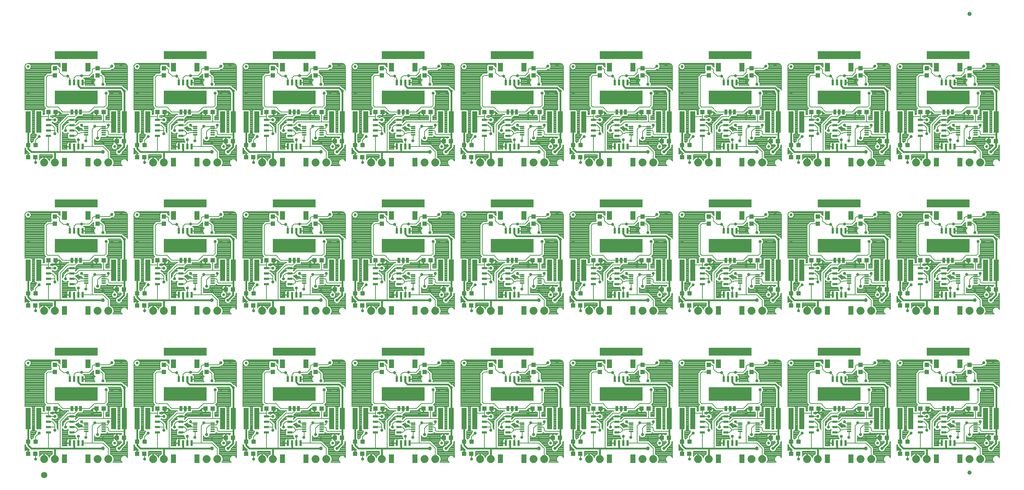
<source format=gtl>
G75*
%MOIN*%
%OFA0B0*%
%FSLAX25Y25*%
%IPPOS*%
%LPD*%
%AMOC8*
5,1,8,0,0,1.08239X$1,22.5*
%
%ADD10R,0.40000X0.07500*%
%ADD11R,0.40000X0.12500*%
%ADD12R,0.04331X0.03937*%
%ADD13R,0.04724X0.02362*%
%ADD14R,0.04724X0.07874*%
%ADD15R,0.02362X0.05315*%
%ADD16R,0.03937X0.04331*%
%ADD17R,0.02500X0.05000*%
%ADD18R,0.01600X0.01000*%
%ADD19C,0.07400*%
%ADD20C,0.02500*%
%ADD21R,0.03937X0.01181*%
%ADD22C,0.01181*%
%ADD23R,0.05000X0.20000*%
%ADD24C,0.03937*%
%ADD25C,0.05906*%
%ADD26C,0.00800*%
%ADD27C,0.01600*%
%ADD28C,0.03400*%
%ADD29C,0.02900*%
D10*
X0078400Y0134150D03*
X0180400Y0134150D03*
X0282400Y0134150D03*
X0384400Y0134150D03*
X0486400Y0134150D03*
X0588400Y0134150D03*
X0690400Y0134150D03*
X0792400Y0134150D03*
X0894400Y0134150D03*
X0894400Y0273150D03*
X0792400Y0273150D03*
X0690400Y0273150D03*
X0588400Y0273150D03*
X0486400Y0273150D03*
X0384400Y0273150D03*
X0282400Y0273150D03*
X0180400Y0273150D03*
X0078400Y0273150D03*
X0078400Y0412150D03*
X0180400Y0412150D03*
X0282400Y0412150D03*
X0384400Y0412150D03*
X0486400Y0412150D03*
X0588400Y0412150D03*
X0690400Y0412150D03*
X0792400Y0412150D03*
X0894400Y0412150D03*
D11*
X0894400Y0372650D03*
X0792400Y0372650D03*
X0690400Y0372650D03*
X0588400Y0372650D03*
X0486400Y0372650D03*
X0384400Y0372650D03*
X0282400Y0372650D03*
X0180400Y0372650D03*
X0078400Y0372650D03*
X0078400Y0233650D03*
X0180400Y0233650D03*
X0282400Y0233650D03*
X0384400Y0233650D03*
X0486400Y0233650D03*
X0588400Y0233650D03*
X0690400Y0233650D03*
X0792400Y0233650D03*
X0894400Y0233650D03*
X0894400Y0094650D03*
X0792400Y0094650D03*
X0690400Y0094650D03*
X0588400Y0094650D03*
X0486400Y0094650D03*
X0384400Y0094650D03*
X0282400Y0094650D03*
X0180400Y0094650D03*
X0078400Y0094650D03*
D12*
X0059246Y0080900D03*
X0052554Y0080900D03*
X0097554Y0080900D03*
X0104246Y0080900D03*
X0154554Y0080900D03*
X0161246Y0080900D03*
X0199554Y0080900D03*
X0206246Y0080900D03*
X0256554Y0080900D03*
X0263246Y0080900D03*
X0301554Y0080900D03*
X0308246Y0080900D03*
X0358554Y0080900D03*
X0365246Y0080900D03*
X0403554Y0080900D03*
X0410246Y0080900D03*
X0460554Y0080900D03*
X0467246Y0080900D03*
X0505554Y0080900D03*
X0512246Y0080900D03*
X0562554Y0080900D03*
X0569246Y0080900D03*
X0607554Y0080900D03*
X0614246Y0080900D03*
X0664554Y0080900D03*
X0671246Y0080900D03*
X0709554Y0080900D03*
X0716246Y0080900D03*
X0766554Y0080900D03*
X0773246Y0080900D03*
X0811554Y0080900D03*
X0818246Y0080900D03*
X0868554Y0080900D03*
X0875246Y0080900D03*
X0913554Y0080900D03*
X0920246Y0080900D03*
X0932554Y0053400D03*
X0939246Y0053400D03*
X0856246Y0038400D03*
X0849554Y0038400D03*
X0837246Y0053400D03*
X0830554Y0053400D03*
X0754246Y0038400D03*
X0747554Y0038400D03*
X0735246Y0053400D03*
X0728554Y0053400D03*
X0652246Y0038400D03*
X0645554Y0038400D03*
X0633246Y0053400D03*
X0626554Y0053400D03*
X0550246Y0038400D03*
X0543554Y0038400D03*
X0531246Y0053400D03*
X0524554Y0053400D03*
X0448246Y0038400D03*
X0441554Y0038400D03*
X0429246Y0053400D03*
X0422554Y0053400D03*
X0346246Y0038400D03*
X0339554Y0038400D03*
X0327246Y0053400D03*
X0320554Y0053400D03*
X0244246Y0038400D03*
X0237554Y0038400D03*
X0225246Y0053400D03*
X0218554Y0053400D03*
X0142246Y0038400D03*
X0135554Y0038400D03*
X0123246Y0053400D03*
X0116554Y0053400D03*
X0040246Y0038400D03*
X0033554Y0038400D03*
X0033554Y0177400D03*
X0040246Y0177400D03*
X0116554Y0192400D03*
X0123246Y0192400D03*
X0135554Y0177400D03*
X0142246Y0177400D03*
X0218554Y0192400D03*
X0225246Y0192400D03*
X0237554Y0177400D03*
X0244246Y0177400D03*
X0320554Y0192400D03*
X0327246Y0192400D03*
X0339554Y0177400D03*
X0346246Y0177400D03*
X0422554Y0192400D03*
X0429246Y0192400D03*
X0441554Y0177400D03*
X0448246Y0177400D03*
X0524554Y0192400D03*
X0531246Y0192400D03*
X0543554Y0177400D03*
X0550246Y0177400D03*
X0626554Y0192400D03*
X0633246Y0192400D03*
X0645554Y0177400D03*
X0652246Y0177400D03*
X0728554Y0192400D03*
X0735246Y0192400D03*
X0747554Y0177400D03*
X0754246Y0177400D03*
X0830554Y0192400D03*
X0837246Y0192400D03*
X0849554Y0177400D03*
X0856246Y0177400D03*
X0932554Y0192400D03*
X0939246Y0192400D03*
X0920246Y0219900D03*
X0913554Y0219900D03*
X0875246Y0219900D03*
X0868554Y0219900D03*
X0818246Y0219900D03*
X0811554Y0219900D03*
X0773246Y0219900D03*
X0766554Y0219900D03*
X0716246Y0219900D03*
X0709554Y0219900D03*
X0671246Y0219900D03*
X0664554Y0219900D03*
X0614246Y0219900D03*
X0607554Y0219900D03*
X0569246Y0219900D03*
X0562554Y0219900D03*
X0512246Y0219900D03*
X0505554Y0219900D03*
X0467246Y0219900D03*
X0460554Y0219900D03*
X0410246Y0219900D03*
X0403554Y0219900D03*
X0365246Y0219900D03*
X0358554Y0219900D03*
X0308246Y0219900D03*
X0301554Y0219900D03*
X0263246Y0219900D03*
X0256554Y0219900D03*
X0206246Y0219900D03*
X0199554Y0219900D03*
X0161246Y0219900D03*
X0154554Y0219900D03*
X0104246Y0219900D03*
X0097554Y0219900D03*
X0059246Y0219900D03*
X0052554Y0219900D03*
X0040246Y0316400D03*
X0033554Y0316400D03*
X0116554Y0331400D03*
X0123246Y0331400D03*
X0135554Y0316400D03*
X0142246Y0316400D03*
X0218554Y0331400D03*
X0225246Y0331400D03*
X0237554Y0316400D03*
X0244246Y0316400D03*
X0320554Y0331400D03*
X0327246Y0331400D03*
X0339554Y0316400D03*
X0346246Y0316400D03*
X0422554Y0331400D03*
X0429246Y0331400D03*
X0441554Y0316400D03*
X0448246Y0316400D03*
X0524554Y0331400D03*
X0531246Y0331400D03*
X0543554Y0316400D03*
X0550246Y0316400D03*
X0626554Y0331400D03*
X0633246Y0331400D03*
X0645554Y0316400D03*
X0652246Y0316400D03*
X0728554Y0331400D03*
X0735246Y0331400D03*
X0747554Y0316400D03*
X0754246Y0316400D03*
X0830554Y0331400D03*
X0837246Y0331400D03*
X0849554Y0316400D03*
X0856246Y0316400D03*
X0932554Y0331400D03*
X0939246Y0331400D03*
X0920246Y0358900D03*
X0913554Y0358900D03*
X0875246Y0358900D03*
X0868554Y0358900D03*
X0818246Y0358900D03*
X0811554Y0358900D03*
X0773246Y0358900D03*
X0766554Y0358900D03*
X0716246Y0358900D03*
X0709554Y0358900D03*
X0671246Y0358900D03*
X0664554Y0358900D03*
X0614246Y0358900D03*
X0607554Y0358900D03*
X0569246Y0358900D03*
X0562554Y0358900D03*
X0512246Y0358900D03*
X0505554Y0358900D03*
X0467246Y0358900D03*
X0460554Y0358900D03*
X0410246Y0358900D03*
X0403554Y0358900D03*
X0365246Y0358900D03*
X0358554Y0358900D03*
X0308246Y0358900D03*
X0301554Y0358900D03*
X0263246Y0358900D03*
X0256554Y0358900D03*
X0206246Y0358900D03*
X0199554Y0358900D03*
X0161246Y0358900D03*
X0154554Y0358900D03*
X0104246Y0358900D03*
X0097554Y0358900D03*
X0059246Y0358900D03*
X0052554Y0358900D03*
D13*
X0052376Y0351400D03*
X0052376Y0346400D03*
X0052376Y0341400D03*
X0052376Y0336400D03*
X0074424Y0336400D03*
X0074424Y0341400D03*
X0074424Y0346400D03*
X0074424Y0351400D03*
X0154376Y0351400D03*
X0154376Y0346400D03*
X0154376Y0341400D03*
X0154376Y0336400D03*
X0176424Y0336400D03*
X0176424Y0341400D03*
X0176424Y0346400D03*
X0176424Y0351400D03*
X0256376Y0351400D03*
X0256376Y0346400D03*
X0256376Y0341400D03*
X0256376Y0336400D03*
X0278424Y0336400D03*
X0278424Y0341400D03*
X0278424Y0346400D03*
X0278424Y0351400D03*
X0358376Y0351400D03*
X0358376Y0346400D03*
X0358376Y0341400D03*
X0358376Y0336400D03*
X0380424Y0336400D03*
X0380424Y0341400D03*
X0380424Y0346400D03*
X0380424Y0351400D03*
X0460376Y0351400D03*
X0460376Y0346400D03*
X0460376Y0341400D03*
X0460376Y0336400D03*
X0482424Y0336400D03*
X0482424Y0341400D03*
X0482424Y0346400D03*
X0482424Y0351400D03*
X0562376Y0351400D03*
X0562376Y0346400D03*
X0562376Y0341400D03*
X0562376Y0336400D03*
X0584424Y0336400D03*
X0584424Y0341400D03*
X0584424Y0346400D03*
X0584424Y0351400D03*
X0664376Y0351400D03*
X0664376Y0346400D03*
X0664376Y0341400D03*
X0664376Y0336400D03*
X0686424Y0336400D03*
X0686424Y0341400D03*
X0686424Y0346400D03*
X0686424Y0351400D03*
X0766376Y0351400D03*
X0766376Y0346400D03*
X0766376Y0341400D03*
X0766376Y0336400D03*
X0788424Y0336400D03*
X0788424Y0341400D03*
X0788424Y0346400D03*
X0788424Y0351400D03*
X0868376Y0351400D03*
X0868376Y0346400D03*
X0868376Y0341400D03*
X0868376Y0336400D03*
X0890424Y0336400D03*
X0890424Y0341400D03*
X0890424Y0346400D03*
X0890424Y0351400D03*
X0890424Y0212400D03*
X0890424Y0207400D03*
X0890424Y0202400D03*
X0890424Y0197400D03*
X0868376Y0197400D03*
X0868376Y0202400D03*
X0868376Y0207400D03*
X0868376Y0212400D03*
X0788424Y0212400D03*
X0788424Y0207400D03*
X0788424Y0202400D03*
X0788424Y0197400D03*
X0766376Y0197400D03*
X0766376Y0202400D03*
X0766376Y0207400D03*
X0766376Y0212400D03*
X0686424Y0212400D03*
X0686424Y0207400D03*
X0686424Y0202400D03*
X0686424Y0197400D03*
X0664376Y0197400D03*
X0664376Y0202400D03*
X0664376Y0207400D03*
X0664376Y0212400D03*
X0584424Y0212400D03*
X0584424Y0207400D03*
X0584424Y0202400D03*
X0584424Y0197400D03*
X0562376Y0197400D03*
X0562376Y0202400D03*
X0562376Y0207400D03*
X0562376Y0212400D03*
X0482424Y0212400D03*
X0482424Y0207400D03*
X0482424Y0202400D03*
X0482424Y0197400D03*
X0460376Y0197400D03*
X0460376Y0202400D03*
X0460376Y0207400D03*
X0460376Y0212400D03*
X0380424Y0212400D03*
X0380424Y0207400D03*
X0380424Y0202400D03*
X0380424Y0197400D03*
X0358376Y0197400D03*
X0358376Y0202400D03*
X0358376Y0207400D03*
X0358376Y0212400D03*
X0278424Y0212400D03*
X0278424Y0207400D03*
X0278424Y0202400D03*
X0278424Y0197400D03*
X0256376Y0197400D03*
X0256376Y0202400D03*
X0256376Y0207400D03*
X0256376Y0212400D03*
X0176424Y0212400D03*
X0176424Y0207400D03*
X0176424Y0202400D03*
X0176424Y0197400D03*
X0154376Y0197400D03*
X0154376Y0202400D03*
X0154376Y0207400D03*
X0154376Y0212400D03*
X0074424Y0212400D03*
X0074424Y0207400D03*
X0074424Y0202400D03*
X0074424Y0197400D03*
X0052376Y0197400D03*
X0052376Y0202400D03*
X0052376Y0207400D03*
X0052376Y0212400D03*
X0052376Y0073400D03*
X0052376Y0068400D03*
X0052376Y0063400D03*
X0052376Y0058400D03*
X0074424Y0058400D03*
X0074424Y0063400D03*
X0074424Y0068400D03*
X0074424Y0073400D03*
X0154376Y0073400D03*
X0154376Y0068400D03*
X0154376Y0063400D03*
X0154376Y0058400D03*
X0176424Y0058400D03*
X0176424Y0063400D03*
X0176424Y0068400D03*
X0176424Y0073400D03*
X0256376Y0073400D03*
X0256376Y0068400D03*
X0256376Y0063400D03*
X0256376Y0058400D03*
X0278424Y0058400D03*
X0278424Y0063400D03*
X0278424Y0068400D03*
X0278424Y0073400D03*
X0358376Y0073400D03*
X0358376Y0068400D03*
X0358376Y0063400D03*
X0358376Y0058400D03*
X0380424Y0058400D03*
X0380424Y0063400D03*
X0380424Y0068400D03*
X0380424Y0073400D03*
X0460376Y0073400D03*
X0460376Y0068400D03*
X0460376Y0063400D03*
X0460376Y0058400D03*
X0482424Y0058400D03*
X0482424Y0063400D03*
X0482424Y0068400D03*
X0482424Y0073400D03*
X0562376Y0073400D03*
X0562376Y0068400D03*
X0562376Y0063400D03*
X0562376Y0058400D03*
X0584424Y0058400D03*
X0584424Y0063400D03*
X0584424Y0068400D03*
X0584424Y0073400D03*
X0664376Y0073400D03*
X0664376Y0068400D03*
X0664376Y0063400D03*
X0664376Y0058400D03*
X0686424Y0058400D03*
X0686424Y0063400D03*
X0686424Y0068400D03*
X0686424Y0073400D03*
X0766376Y0073400D03*
X0766376Y0068400D03*
X0766376Y0063400D03*
X0766376Y0058400D03*
X0788424Y0058400D03*
X0788424Y0063400D03*
X0788424Y0068400D03*
X0788424Y0073400D03*
X0868376Y0073400D03*
X0868376Y0068400D03*
X0868376Y0063400D03*
X0868376Y0058400D03*
X0890424Y0058400D03*
X0890424Y0063400D03*
X0890424Y0068400D03*
X0890424Y0073400D03*
D14*
X0883376Y0033931D03*
X0905424Y0033931D03*
X0803424Y0033931D03*
X0781376Y0033931D03*
X0701424Y0033931D03*
X0679376Y0033931D03*
X0599424Y0033931D03*
X0577376Y0033931D03*
X0497424Y0033931D03*
X0475376Y0033931D03*
X0395424Y0033931D03*
X0373376Y0033931D03*
X0293424Y0033931D03*
X0271376Y0033931D03*
X0191424Y0033931D03*
X0169376Y0033931D03*
X0089424Y0033931D03*
X0067376Y0033931D03*
X0067376Y0122869D03*
X0089424Y0122869D03*
X0169376Y0122869D03*
X0191424Y0122869D03*
X0271376Y0122869D03*
X0293424Y0122869D03*
X0373376Y0122869D03*
X0395424Y0122869D03*
X0475376Y0122869D03*
X0497424Y0122869D03*
X0577376Y0122869D03*
X0599424Y0122869D03*
X0679376Y0122869D03*
X0701424Y0122869D03*
X0781376Y0122869D03*
X0803424Y0122869D03*
X0883376Y0122869D03*
X0905424Y0122869D03*
X0905424Y0172931D03*
X0883376Y0172931D03*
X0803424Y0172931D03*
X0781376Y0172931D03*
X0701424Y0172931D03*
X0679376Y0172931D03*
X0599424Y0172931D03*
X0577376Y0172931D03*
X0497424Y0172931D03*
X0475376Y0172931D03*
X0395424Y0172931D03*
X0373376Y0172931D03*
X0293424Y0172931D03*
X0271376Y0172931D03*
X0191424Y0172931D03*
X0169376Y0172931D03*
X0089424Y0172931D03*
X0067376Y0172931D03*
X0067376Y0261869D03*
X0089424Y0261869D03*
X0169376Y0261869D03*
X0191424Y0261869D03*
X0271376Y0261869D03*
X0293424Y0261869D03*
X0373376Y0261869D03*
X0395424Y0261869D03*
X0475376Y0261869D03*
X0497424Y0261869D03*
X0577376Y0261869D03*
X0599424Y0261869D03*
X0679376Y0261869D03*
X0701424Y0261869D03*
X0781376Y0261869D03*
X0803424Y0261869D03*
X0883376Y0261869D03*
X0905424Y0261869D03*
X0905424Y0311931D03*
X0883376Y0311931D03*
X0803424Y0311931D03*
X0781376Y0311931D03*
X0701424Y0311931D03*
X0679376Y0311931D03*
X0599424Y0311931D03*
X0577376Y0311931D03*
X0497424Y0311931D03*
X0475376Y0311931D03*
X0395424Y0311931D03*
X0373376Y0311931D03*
X0293424Y0311931D03*
X0271376Y0311931D03*
X0191424Y0311931D03*
X0169376Y0311931D03*
X0089424Y0311931D03*
X0067376Y0311931D03*
X0067376Y0400869D03*
X0089424Y0400869D03*
X0169376Y0400869D03*
X0191424Y0400869D03*
X0271376Y0400869D03*
X0293424Y0400869D03*
X0373376Y0400869D03*
X0395424Y0400869D03*
X0475376Y0400869D03*
X0497424Y0400869D03*
X0577376Y0400869D03*
X0599424Y0400869D03*
X0679376Y0400869D03*
X0701424Y0400869D03*
X0781376Y0400869D03*
X0803424Y0400869D03*
X0883376Y0400869D03*
X0905424Y0400869D03*
D15*
X0900306Y0386400D03*
X0896369Y0386400D03*
X0892431Y0386400D03*
X0888494Y0386400D03*
X0798306Y0386400D03*
X0794369Y0386400D03*
X0790431Y0386400D03*
X0786494Y0386400D03*
X0696306Y0386400D03*
X0692369Y0386400D03*
X0688431Y0386400D03*
X0684494Y0386400D03*
X0594306Y0386400D03*
X0590369Y0386400D03*
X0586431Y0386400D03*
X0582494Y0386400D03*
X0492306Y0386400D03*
X0488369Y0386400D03*
X0484431Y0386400D03*
X0480494Y0386400D03*
X0390306Y0386400D03*
X0386369Y0386400D03*
X0382431Y0386400D03*
X0378494Y0386400D03*
X0288306Y0386400D03*
X0284369Y0386400D03*
X0280431Y0386400D03*
X0276494Y0386400D03*
X0186306Y0386400D03*
X0182369Y0386400D03*
X0178431Y0386400D03*
X0174494Y0386400D03*
X0084306Y0386400D03*
X0080369Y0386400D03*
X0076431Y0386400D03*
X0072494Y0386400D03*
X0072494Y0326400D03*
X0076431Y0326400D03*
X0080369Y0326400D03*
X0084306Y0326400D03*
X0174494Y0326400D03*
X0178431Y0326400D03*
X0182369Y0326400D03*
X0186306Y0326400D03*
X0276494Y0326400D03*
X0280431Y0326400D03*
X0284369Y0326400D03*
X0288306Y0326400D03*
X0378494Y0326400D03*
X0382431Y0326400D03*
X0386369Y0326400D03*
X0390306Y0326400D03*
X0480494Y0326400D03*
X0484431Y0326400D03*
X0488369Y0326400D03*
X0492306Y0326400D03*
X0582494Y0326400D03*
X0586431Y0326400D03*
X0590369Y0326400D03*
X0594306Y0326400D03*
X0684494Y0326400D03*
X0688431Y0326400D03*
X0692369Y0326400D03*
X0696306Y0326400D03*
X0786494Y0326400D03*
X0790431Y0326400D03*
X0794369Y0326400D03*
X0798306Y0326400D03*
X0888494Y0326400D03*
X0892431Y0326400D03*
X0896369Y0326400D03*
X0900306Y0326400D03*
X0900306Y0247400D03*
X0896369Y0247400D03*
X0892431Y0247400D03*
X0888494Y0247400D03*
X0798306Y0247400D03*
X0794369Y0247400D03*
X0790431Y0247400D03*
X0786494Y0247400D03*
X0696306Y0247400D03*
X0692369Y0247400D03*
X0688431Y0247400D03*
X0684494Y0247400D03*
X0594306Y0247400D03*
X0590369Y0247400D03*
X0586431Y0247400D03*
X0582494Y0247400D03*
X0492306Y0247400D03*
X0488369Y0247400D03*
X0484431Y0247400D03*
X0480494Y0247400D03*
X0390306Y0247400D03*
X0386369Y0247400D03*
X0382431Y0247400D03*
X0378494Y0247400D03*
X0288306Y0247400D03*
X0284369Y0247400D03*
X0280431Y0247400D03*
X0276494Y0247400D03*
X0186306Y0247400D03*
X0182369Y0247400D03*
X0178431Y0247400D03*
X0174494Y0247400D03*
X0084306Y0247400D03*
X0080369Y0247400D03*
X0076431Y0247400D03*
X0072494Y0247400D03*
X0072494Y0187400D03*
X0076431Y0187400D03*
X0080369Y0187400D03*
X0084306Y0187400D03*
X0174494Y0187400D03*
X0178431Y0187400D03*
X0182369Y0187400D03*
X0186306Y0187400D03*
X0276494Y0187400D03*
X0280431Y0187400D03*
X0284369Y0187400D03*
X0288306Y0187400D03*
X0378494Y0187400D03*
X0382431Y0187400D03*
X0386369Y0187400D03*
X0390306Y0187400D03*
X0480494Y0187400D03*
X0484431Y0187400D03*
X0488369Y0187400D03*
X0492306Y0187400D03*
X0582494Y0187400D03*
X0586431Y0187400D03*
X0590369Y0187400D03*
X0594306Y0187400D03*
X0684494Y0187400D03*
X0688431Y0187400D03*
X0692369Y0187400D03*
X0696306Y0187400D03*
X0786494Y0187400D03*
X0790431Y0187400D03*
X0794369Y0187400D03*
X0798306Y0187400D03*
X0888494Y0187400D03*
X0892431Y0187400D03*
X0896369Y0187400D03*
X0900306Y0187400D03*
X0900306Y0108400D03*
X0896369Y0108400D03*
X0892431Y0108400D03*
X0888494Y0108400D03*
X0798306Y0108400D03*
X0794369Y0108400D03*
X0790431Y0108400D03*
X0786494Y0108400D03*
X0696306Y0108400D03*
X0692369Y0108400D03*
X0688431Y0108400D03*
X0684494Y0108400D03*
X0594306Y0108400D03*
X0590369Y0108400D03*
X0586431Y0108400D03*
X0582494Y0108400D03*
X0492306Y0108400D03*
X0488369Y0108400D03*
X0484431Y0108400D03*
X0480494Y0108400D03*
X0390306Y0108400D03*
X0386369Y0108400D03*
X0382431Y0108400D03*
X0378494Y0108400D03*
X0288306Y0108400D03*
X0284369Y0108400D03*
X0280431Y0108400D03*
X0276494Y0108400D03*
X0186306Y0108400D03*
X0182369Y0108400D03*
X0178431Y0108400D03*
X0174494Y0108400D03*
X0084306Y0108400D03*
X0080369Y0108400D03*
X0076431Y0108400D03*
X0072494Y0108400D03*
X0072494Y0048400D03*
X0076431Y0048400D03*
X0080369Y0048400D03*
X0084306Y0048400D03*
X0174494Y0048400D03*
X0178431Y0048400D03*
X0182369Y0048400D03*
X0186306Y0048400D03*
X0276494Y0048400D03*
X0280431Y0048400D03*
X0284369Y0048400D03*
X0288306Y0048400D03*
X0378494Y0048400D03*
X0382431Y0048400D03*
X0386369Y0048400D03*
X0390306Y0048400D03*
X0480494Y0048400D03*
X0484431Y0048400D03*
X0488369Y0048400D03*
X0492306Y0048400D03*
X0582494Y0048400D03*
X0586431Y0048400D03*
X0590369Y0048400D03*
X0594306Y0048400D03*
X0684494Y0048400D03*
X0688431Y0048400D03*
X0692369Y0048400D03*
X0696306Y0048400D03*
X0786494Y0048400D03*
X0790431Y0048400D03*
X0794369Y0048400D03*
X0798306Y0048400D03*
X0888494Y0048400D03*
X0892431Y0048400D03*
X0896369Y0048400D03*
X0900306Y0048400D03*
D16*
X0914400Y0115054D03*
X0914400Y0121746D03*
X0874400Y0121746D03*
X0874400Y0115054D03*
X0812400Y0115054D03*
X0812400Y0121746D03*
X0772400Y0121746D03*
X0772400Y0115054D03*
X0710400Y0115054D03*
X0710400Y0121746D03*
X0670400Y0121746D03*
X0670400Y0115054D03*
X0608400Y0115054D03*
X0608400Y0121746D03*
X0568400Y0121746D03*
X0568400Y0115054D03*
X0506400Y0115054D03*
X0506400Y0121746D03*
X0466400Y0121746D03*
X0466400Y0115054D03*
X0404400Y0115054D03*
X0404400Y0121746D03*
X0364400Y0121746D03*
X0364400Y0115054D03*
X0302400Y0115054D03*
X0302400Y0121746D03*
X0262400Y0121746D03*
X0262400Y0115054D03*
X0200400Y0115054D03*
X0200400Y0121746D03*
X0160400Y0121746D03*
X0160400Y0115054D03*
X0098400Y0115054D03*
X0098400Y0121746D03*
X0058400Y0121746D03*
X0058400Y0115054D03*
X0058400Y0254054D03*
X0058400Y0260746D03*
X0098400Y0260746D03*
X0098400Y0254054D03*
X0160400Y0254054D03*
X0160400Y0260746D03*
X0200400Y0260746D03*
X0200400Y0254054D03*
X0262400Y0254054D03*
X0262400Y0260746D03*
X0302400Y0260746D03*
X0302400Y0254054D03*
X0364400Y0254054D03*
X0364400Y0260746D03*
X0404400Y0260746D03*
X0404400Y0254054D03*
X0466400Y0254054D03*
X0466400Y0260746D03*
X0506400Y0260746D03*
X0506400Y0254054D03*
X0568400Y0254054D03*
X0568400Y0260746D03*
X0608400Y0260746D03*
X0608400Y0254054D03*
X0670400Y0254054D03*
X0670400Y0260746D03*
X0710400Y0260746D03*
X0710400Y0254054D03*
X0772400Y0254054D03*
X0772400Y0260746D03*
X0812400Y0260746D03*
X0812400Y0254054D03*
X0874400Y0254054D03*
X0874400Y0260746D03*
X0914400Y0260746D03*
X0914400Y0254054D03*
X0914400Y0393054D03*
X0914400Y0399746D03*
X0874400Y0399746D03*
X0874400Y0393054D03*
X0812400Y0393054D03*
X0812400Y0399746D03*
X0772400Y0399746D03*
X0772400Y0393054D03*
X0710400Y0393054D03*
X0710400Y0399746D03*
X0670400Y0399746D03*
X0670400Y0393054D03*
X0608400Y0393054D03*
X0608400Y0399746D03*
X0568400Y0399746D03*
X0568400Y0393054D03*
X0506400Y0393054D03*
X0506400Y0399746D03*
X0466400Y0399746D03*
X0466400Y0393054D03*
X0404400Y0393054D03*
X0404400Y0399746D03*
X0364400Y0399746D03*
X0364400Y0393054D03*
X0302400Y0393054D03*
X0302400Y0399746D03*
X0262400Y0399746D03*
X0262400Y0393054D03*
X0200400Y0393054D03*
X0200400Y0399746D03*
X0160400Y0399746D03*
X0160400Y0393054D03*
X0098400Y0393054D03*
X0098400Y0399746D03*
X0058400Y0399746D03*
X0058400Y0393054D03*
D17*
X0074400Y0358900D03*
X0078400Y0358900D03*
X0082400Y0358900D03*
X0176400Y0358900D03*
X0180400Y0358900D03*
X0184400Y0358900D03*
X0278400Y0358900D03*
X0282400Y0358900D03*
X0286400Y0358900D03*
X0380400Y0358900D03*
X0384400Y0358900D03*
X0388400Y0358900D03*
X0482400Y0358900D03*
X0486400Y0358900D03*
X0490400Y0358900D03*
X0584400Y0358900D03*
X0588400Y0358900D03*
X0592400Y0358900D03*
X0686400Y0358900D03*
X0690400Y0358900D03*
X0694400Y0358900D03*
X0788400Y0358900D03*
X0792400Y0358900D03*
X0796400Y0358900D03*
X0890400Y0358900D03*
X0894400Y0358900D03*
X0898400Y0358900D03*
X0898400Y0219900D03*
X0894400Y0219900D03*
X0890400Y0219900D03*
X0796400Y0219900D03*
X0792400Y0219900D03*
X0788400Y0219900D03*
X0694400Y0219900D03*
X0690400Y0219900D03*
X0686400Y0219900D03*
X0592400Y0219900D03*
X0588400Y0219900D03*
X0584400Y0219900D03*
X0490400Y0219900D03*
X0486400Y0219900D03*
X0482400Y0219900D03*
X0388400Y0219900D03*
X0384400Y0219900D03*
X0380400Y0219900D03*
X0286400Y0219900D03*
X0282400Y0219900D03*
X0278400Y0219900D03*
X0184400Y0219900D03*
X0180400Y0219900D03*
X0176400Y0219900D03*
X0082400Y0219900D03*
X0078400Y0219900D03*
X0074400Y0219900D03*
X0074400Y0080900D03*
X0078400Y0080900D03*
X0082400Y0080900D03*
X0176400Y0080900D03*
X0180400Y0080900D03*
X0184400Y0080900D03*
X0278400Y0080900D03*
X0282400Y0080900D03*
X0286400Y0080900D03*
X0380400Y0080900D03*
X0384400Y0080900D03*
X0388400Y0080900D03*
X0482400Y0080900D03*
X0486400Y0080900D03*
X0490400Y0080900D03*
X0584400Y0080900D03*
X0588400Y0080900D03*
X0592400Y0080900D03*
X0686400Y0080900D03*
X0690400Y0080900D03*
X0694400Y0080900D03*
X0788400Y0080900D03*
X0792400Y0080900D03*
X0796400Y0080900D03*
X0890400Y0080900D03*
X0894400Y0080900D03*
X0898400Y0080900D03*
D18*
X0896400Y0080900D03*
X0892400Y0080900D03*
X0794400Y0080900D03*
X0790400Y0080900D03*
X0692400Y0080900D03*
X0688400Y0080900D03*
X0590400Y0080900D03*
X0586400Y0080900D03*
X0488400Y0080900D03*
X0484400Y0080900D03*
X0386400Y0080900D03*
X0382400Y0080900D03*
X0284400Y0080900D03*
X0280400Y0080900D03*
X0182400Y0080900D03*
X0178400Y0080900D03*
X0080400Y0080900D03*
X0076400Y0080900D03*
X0076400Y0219900D03*
X0080400Y0219900D03*
X0178400Y0219900D03*
X0182400Y0219900D03*
X0280400Y0219900D03*
X0284400Y0219900D03*
X0382400Y0219900D03*
X0386400Y0219900D03*
X0484400Y0219900D03*
X0488400Y0219900D03*
X0586400Y0219900D03*
X0590400Y0219900D03*
X0688400Y0219900D03*
X0692400Y0219900D03*
X0790400Y0219900D03*
X0794400Y0219900D03*
X0892400Y0219900D03*
X0896400Y0219900D03*
X0896400Y0358900D03*
X0892400Y0358900D03*
X0794400Y0358900D03*
X0790400Y0358900D03*
X0692400Y0358900D03*
X0688400Y0358900D03*
X0590400Y0358900D03*
X0586400Y0358900D03*
X0488400Y0358900D03*
X0484400Y0358900D03*
X0386400Y0358900D03*
X0382400Y0358900D03*
X0284400Y0358900D03*
X0280400Y0358900D03*
X0182400Y0358900D03*
X0178400Y0358900D03*
X0080400Y0358900D03*
X0076400Y0358900D03*
D19*
X0058400Y0311400D03*
X0048400Y0311400D03*
X0098400Y0311400D03*
X0108400Y0311400D03*
X0150400Y0311400D03*
X0160400Y0311400D03*
X0200400Y0311400D03*
X0210400Y0311400D03*
X0252400Y0311400D03*
X0262400Y0311400D03*
X0302400Y0311400D03*
X0312400Y0311400D03*
X0354400Y0311400D03*
X0364400Y0311400D03*
X0404400Y0311400D03*
X0414400Y0311400D03*
X0456400Y0311400D03*
X0466400Y0311400D03*
X0506400Y0311400D03*
X0516400Y0311400D03*
X0558400Y0311400D03*
X0568400Y0311400D03*
X0608400Y0311400D03*
X0618400Y0311400D03*
X0660400Y0311400D03*
X0670400Y0311400D03*
X0710400Y0311400D03*
X0720400Y0311400D03*
X0762400Y0311400D03*
X0772400Y0311400D03*
X0812400Y0311400D03*
X0822400Y0311400D03*
X0864400Y0311400D03*
X0874400Y0311400D03*
X0914400Y0311400D03*
X0924400Y0311400D03*
X0924400Y0172400D03*
X0914400Y0172400D03*
X0874400Y0172400D03*
X0864400Y0172400D03*
X0822400Y0172400D03*
X0812400Y0172400D03*
X0772400Y0172400D03*
X0762400Y0172400D03*
X0720400Y0172400D03*
X0710400Y0172400D03*
X0670400Y0172400D03*
X0660400Y0172400D03*
X0618400Y0172400D03*
X0608400Y0172400D03*
X0568400Y0172400D03*
X0558400Y0172400D03*
X0516400Y0172400D03*
X0506400Y0172400D03*
X0466400Y0172400D03*
X0456400Y0172400D03*
X0414400Y0172400D03*
X0404400Y0172400D03*
X0364400Y0172400D03*
X0354400Y0172400D03*
X0312400Y0172400D03*
X0302400Y0172400D03*
X0262400Y0172400D03*
X0252400Y0172400D03*
X0210400Y0172400D03*
X0200400Y0172400D03*
X0160400Y0172400D03*
X0150400Y0172400D03*
X0108400Y0172400D03*
X0098400Y0172400D03*
X0058400Y0172400D03*
X0048400Y0172400D03*
X0048400Y0033400D03*
X0058400Y0033400D03*
X0098400Y0033400D03*
X0108400Y0033400D03*
X0150400Y0033400D03*
X0160400Y0033400D03*
X0200400Y0033400D03*
X0210400Y0033400D03*
X0252400Y0033400D03*
X0262400Y0033400D03*
X0302400Y0033400D03*
X0312400Y0033400D03*
X0354400Y0033400D03*
X0364400Y0033400D03*
X0404400Y0033400D03*
X0414400Y0033400D03*
X0456400Y0033400D03*
X0466400Y0033400D03*
X0506400Y0033400D03*
X0516400Y0033400D03*
X0558400Y0033400D03*
X0568400Y0033400D03*
X0608400Y0033400D03*
X0618400Y0033400D03*
X0660400Y0033400D03*
X0670400Y0033400D03*
X0710400Y0033400D03*
X0720400Y0033400D03*
X0762400Y0033400D03*
X0772400Y0033400D03*
X0812400Y0033400D03*
X0822400Y0033400D03*
X0864400Y0033400D03*
X0874400Y0033400D03*
X0914400Y0033400D03*
X0924400Y0033400D03*
D20*
X0930400Y0048400D03*
X0828400Y0048400D03*
X0726400Y0048400D03*
X0624400Y0048400D03*
X0522400Y0048400D03*
X0420400Y0048400D03*
X0318400Y0048400D03*
X0216400Y0048400D03*
X0114400Y0048400D03*
X0135400Y0123400D03*
X0033400Y0123400D03*
X0114400Y0187400D03*
X0216400Y0187400D03*
X0318400Y0187400D03*
X0420400Y0187400D03*
X0522400Y0187400D03*
X0624400Y0187400D03*
X0726400Y0187400D03*
X0828400Y0187400D03*
X0930400Y0187400D03*
X0849400Y0123400D03*
X0747400Y0123400D03*
X0645400Y0123400D03*
X0543400Y0123400D03*
X0441400Y0123400D03*
X0339400Y0123400D03*
X0237400Y0123400D03*
X0237400Y0262400D03*
X0339400Y0262400D03*
X0441400Y0262400D03*
X0543400Y0262400D03*
X0645400Y0262400D03*
X0747400Y0262400D03*
X0849400Y0262400D03*
X0828400Y0326400D03*
X0930400Y0326400D03*
X0849400Y0401400D03*
X0747400Y0401400D03*
X0645400Y0401400D03*
X0543400Y0401400D03*
X0441400Y0401400D03*
X0339400Y0401400D03*
X0237400Y0401400D03*
X0135400Y0401400D03*
X0033400Y0401400D03*
X0114400Y0326400D03*
X0216400Y0326400D03*
X0318400Y0326400D03*
X0420400Y0326400D03*
X0522400Y0326400D03*
X0624400Y0326400D03*
X0726400Y0326400D03*
X0135400Y0262400D03*
X0033400Y0262400D03*
D21*
X0087829Y0206337D03*
X0087829Y0204369D03*
X0087829Y0202400D03*
X0087829Y0200431D03*
X0087829Y0198463D03*
X0103971Y0198463D03*
X0103971Y0200431D03*
X0103971Y0202400D03*
X0103971Y0204369D03*
X0103971Y0206337D03*
X0189829Y0206337D03*
X0189829Y0204369D03*
X0189829Y0202400D03*
X0189829Y0200431D03*
X0189829Y0198463D03*
X0205971Y0198463D03*
X0205971Y0200431D03*
X0205971Y0202400D03*
X0205971Y0204369D03*
X0205971Y0206337D03*
X0291829Y0206337D03*
X0291829Y0204369D03*
X0291829Y0202400D03*
X0291829Y0200431D03*
X0291829Y0198463D03*
X0307971Y0198463D03*
X0307971Y0200431D03*
X0307971Y0202400D03*
X0307971Y0204369D03*
X0307971Y0206337D03*
X0393829Y0206337D03*
X0393829Y0204369D03*
X0393829Y0202400D03*
X0393829Y0200431D03*
X0393829Y0198463D03*
X0409971Y0198463D03*
X0409971Y0200431D03*
X0409971Y0202400D03*
X0409971Y0204369D03*
X0409971Y0206337D03*
X0495829Y0206337D03*
X0495829Y0204369D03*
X0495829Y0202400D03*
X0495829Y0200431D03*
X0495829Y0198463D03*
X0511971Y0198463D03*
X0511971Y0200431D03*
X0511971Y0202400D03*
X0511971Y0204369D03*
X0511971Y0206337D03*
X0597829Y0206337D03*
X0597829Y0204369D03*
X0597829Y0202400D03*
X0597829Y0200431D03*
X0597829Y0198463D03*
X0613971Y0198463D03*
X0613971Y0200431D03*
X0613971Y0202400D03*
X0613971Y0204369D03*
X0613971Y0206337D03*
X0699829Y0206337D03*
X0699829Y0204369D03*
X0699829Y0202400D03*
X0699829Y0200431D03*
X0699829Y0198463D03*
X0715971Y0198463D03*
X0715971Y0200431D03*
X0715971Y0202400D03*
X0715971Y0204369D03*
X0715971Y0206337D03*
X0801829Y0206337D03*
X0801829Y0204369D03*
X0801829Y0202400D03*
X0801829Y0200431D03*
X0801829Y0198463D03*
X0817971Y0198463D03*
X0817971Y0200431D03*
X0817971Y0202400D03*
X0817971Y0204369D03*
X0817971Y0206337D03*
X0903829Y0206337D03*
X0903829Y0204369D03*
X0903829Y0202400D03*
X0903829Y0200431D03*
X0903829Y0198463D03*
X0919971Y0198463D03*
X0919971Y0200431D03*
X0919971Y0202400D03*
X0919971Y0204369D03*
X0919971Y0206337D03*
X0919971Y0337463D03*
X0919971Y0339431D03*
X0919971Y0341400D03*
X0919971Y0343369D03*
X0919971Y0345337D03*
X0903829Y0345337D03*
X0903829Y0343369D03*
X0903829Y0341400D03*
X0903829Y0339431D03*
X0903829Y0337463D03*
X0817971Y0337463D03*
X0817971Y0339431D03*
X0817971Y0341400D03*
X0817971Y0343369D03*
X0817971Y0345337D03*
X0801829Y0345337D03*
X0801829Y0343369D03*
X0801829Y0341400D03*
X0801829Y0339431D03*
X0801829Y0337463D03*
X0715971Y0337463D03*
X0715971Y0339431D03*
X0715971Y0341400D03*
X0715971Y0343369D03*
X0715971Y0345337D03*
X0699829Y0345337D03*
X0699829Y0343369D03*
X0699829Y0341400D03*
X0699829Y0339431D03*
X0699829Y0337463D03*
X0613971Y0337463D03*
X0613971Y0339431D03*
X0613971Y0341400D03*
X0613971Y0343369D03*
X0613971Y0345337D03*
X0597829Y0345337D03*
X0597829Y0343369D03*
X0597829Y0341400D03*
X0597829Y0339431D03*
X0597829Y0337463D03*
X0511971Y0337463D03*
X0511971Y0339431D03*
X0511971Y0341400D03*
X0511971Y0343369D03*
X0511971Y0345337D03*
X0495829Y0345337D03*
X0495829Y0343369D03*
X0495829Y0341400D03*
X0495829Y0339431D03*
X0495829Y0337463D03*
X0409971Y0337463D03*
X0409971Y0339431D03*
X0409971Y0341400D03*
X0409971Y0343369D03*
X0409971Y0345337D03*
X0393829Y0345337D03*
X0393829Y0343369D03*
X0393829Y0341400D03*
X0393829Y0339431D03*
X0393829Y0337463D03*
X0307971Y0337463D03*
X0307971Y0339431D03*
X0307971Y0341400D03*
X0307971Y0343369D03*
X0307971Y0345337D03*
X0291829Y0345337D03*
X0291829Y0343369D03*
X0291829Y0341400D03*
X0291829Y0339431D03*
X0291829Y0337463D03*
X0205971Y0337463D03*
X0205971Y0339431D03*
X0205971Y0341400D03*
X0205971Y0343369D03*
X0205971Y0345337D03*
X0189829Y0345337D03*
X0189829Y0343369D03*
X0189829Y0341400D03*
X0189829Y0339431D03*
X0189829Y0337463D03*
X0103971Y0337463D03*
X0103971Y0339431D03*
X0103971Y0341400D03*
X0103971Y0343369D03*
X0103971Y0345337D03*
X0087829Y0345337D03*
X0087829Y0343369D03*
X0087829Y0341400D03*
X0087829Y0339431D03*
X0087829Y0337463D03*
X0087829Y0067337D03*
X0087829Y0065369D03*
X0087829Y0063400D03*
X0087829Y0061431D03*
X0087829Y0059463D03*
X0103971Y0059463D03*
X0103971Y0061431D03*
X0103971Y0063400D03*
X0103971Y0065369D03*
X0103971Y0067337D03*
X0189829Y0067337D03*
X0189829Y0065369D03*
X0189829Y0063400D03*
X0189829Y0061431D03*
X0189829Y0059463D03*
X0205971Y0059463D03*
X0205971Y0061431D03*
X0205971Y0063400D03*
X0205971Y0065369D03*
X0205971Y0067337D03*
X0291829Y0067337D03*
X0291829Y0065369D03*
X0291829Y0063400D03*
X0291829Y0061431D03*
X0291829Y0059463D03*
X0307971Y0059463D03*
X0307971Y0061431D03*
X0307971Y0063400D03*
X0307971Y0065369D03*
X0307971Y0067337D03*
X0393829Y0067337D03*
X0393829Y0065369D03*
X0393829Y0063400D03*
X0393829Y0061431D03*
X0393829Y0059463D03*
X0409971Y0059463D03*
X0409971Y0061431D03*
X0409971Y0063400D03*
X0409971Y0065369D03*
X0409971Y0067337D03*
X0495829Y0067337D03*
X0495829Y0065369D03*
X0495829Y0063400D03*
X0495829Y0061431D03*
X0495829Y0059463D03*
X0511971Y0059463D03*
X0511971Y0061431D03*
X0511971Y0063400D03*
X0511971Y0065369D03*
X0511971Y0067337D03*
X0597829Y0067337D03*
X0597829Y0065369D03*
X0597829Y0063400D03*
X0597829Y0061431D03*
X0597829Y0059463D03*
X0613971Y0059463D03*
X0613971Y0061431D03*
X0613971Y0063400D03*
X0613971Y0065369D03*
X0613971Y0067337D03*
X0699829Y0067337D03*
X0699829Y0065369D03*
X0699829Y0063400D03*
X0699829Y0061431D03*
X0699829Y0059463D03*
X0715971Y0059463D03*
X0715971Y0061431D03*
X0715971Y0063400D03*
X0715971Y0065369D03*
X0715971Y0067337D03*
X0801829Y0067337D03*
X0801829Y0065369D03*
X0801829Y0063400D03*
X0801829Y0061431D03*
X0801829Y0059463D03*
X0817971Y0059463D03*
X0817971Y0061431D03*
X0817971Y0063400D03*
X0817971Y0065369D03*
X0817971Y0067337D03*
X0903829Y0067337D03*
X0903829Y0065369D03*
X0903829Y0063400D03*
X0903829Y0061431D03*
X0903829Y0059463D03*
X0919971Y0059463D03*
X0919971Y0061431D03*
X0919971Y0063400D03*
X0919971Y0065369D03*
X0919971Y0067337D03*
D22*
X0854975Y0051278D02*
X0854975Y0048522D01*
X0854975Y0051278D02*
X0857731Y0051278D01*
X0857731Y0048522D01*
X0854975Y0048522D01*
X0854975Y0049702D02*
X0857731Y0049702D01*
X0857731Y0050882D02*
X0854975Y0050882D01*
X0848069Y0051278D02*
X0848069Y0048522D01*
X0848069Y0051278D02*
X0850825Y0051278D01*
X0850825Y0048522D01*
X0848069Y0048522D01*
X0848069Y0049702D02*
X0850825Y0049702D01*
X0850825Y0050882D02*
X0848069Y0050882D01*
X0752975Y0051278D02*
X0752975Y0048522D01*
X0752975Y0051278D02*
X0755731Y0051278D01*
X0755731Y0048522D01*
X0752975Y0048522D01*
X0752975Y0049702D02*
X0755731Y0049702D01*
X0755731Y0050882D02*
X0752975Y0050882D01*
X0746069Y0051278D02*
X0746069Y0048522D01*
X0746069Y0051278D02*
X0748825Y0051278D01*
X0748825Y0048522D01*
X0746069Y0048522D01*
X0746069Y0049702D02*
X0748825Y0049702D01*
X0748825Y0050882D02*
X0746069Y0050882D01*
X0650975Y0051278D02*
X0650975Y0048522D01*
X0650975Y0051278D02*
X0653731Y0051278D01*
X0653731Y0048522D01*
X0650975Y0048522D01*
X0650975Y0049702D02*
X0653731Y0049702D01*
X0653731Y0050882D02*
X0650975Y0050882D01*
X0644069Y0051278D02*
X0644069Y0048522D01*
X0644069Y0051278D02*
X0646825Y0051278D01*
X0646825Y0048522D01*
X0644069Y0048522D01*
X0644069Y0049702D02*
X0646825Y0049702D01*
X0646825Y0050882D02*
X0644069Y0050882D01*
X0548975Y0051278D02*
X0548975Y0048522D01*
X0548975Y0051278D02*
X0551731Y0051278D01*
X0551731Y0048522D01*
X0548975Y0048522D01*
X0548975Y0049702D02*
X0551731Y0049702D01*
X0551731Y0050882D02*
X0548975Y0050882D01*
X0542069Y0051278D02*
X0542069Y0048522D01*
X0542069Y0051278D02*
X0544825Y0051278D01*
X0544825Y0048522D01*
X0542069Y0048522D01*
X0542069Y0049702D02*
X0544825Y0049702D01*
X0544825Y0050882D02*
X0542069Y0050882D01*
X0446975Y0051278D02*
X0446975Y0048522D01*
X0446975Y0051278D02*
X0449731Y0051278D01*
X0449731Y0048522D01*
X0446975Y0048522D01*
X0446975Y0049702D02*
X0449731Y0049702D01*
X0449731Y0050882D02*
X0446975Y0050882D01*
X0440069Y0051278D02*
X0440069Y0048522D01*
X0440069Y0051278D02*
X0442825Y0051278D01*
X0442825Y0048522D01*
X0440069Y0048522D01*
X0440069Y0049702D02*
X0442825Y0049702D01*
X0442825Y0050882D02*
X0440069Y0050882D01*
X0344975Y0051278D02*
X0344975Y0048522D01*
X0344975Y0051278D02*
X0347731Y0051278D01*
X0347731Y0048522D01*
X0344975Y0048522D01*
X0344975Y0049702D02*
X0347731Y0049702D01*
X0347731Y0050882D02*
X0344975Y0050882D01*
X0338069Y0051278D02*
X0338069Y0048522D01*
X0338069Y0051278D02*
X0340825Y0051278D01*
X0340825Y0048522D01*
X0338069Y0048522D01*
X0338069Y0049702D02*
X0340825Y0049702D01*
X0340825Y0050882D02*
X0338069Y0050882D01*
X0242975Y0051278D02*
X0242975Y0048522D01*
X0242975Y0051278D02*
X0245731Y0051278D01*
X0245731Y0048522D01*
X0242975Y0048522D01*
X0242975Y0049702D02*
X0245731Y0049702D01*
X0245731Y0050882D02*
X0242975Y0050882D01*
X0236069Y0051278D02*
X0236069Y0048522D01*
X0236069Y0051278D02*
X0238825Y0051278D01*
X0238825Y0048522D01*
X0236069Y0048522D01*
X0236069Y0049702D02*
X0238825Y0049702D01*
X0238825Y0050882D02*
X0236069Y0050882D01*
X0140975Y0051278D02*
X0140975Y0048522D01*
X0140975Y0051278D02*
X0143731Y0051278D01*
X0143731Y0048522D01*
X0140975Y0048522D01*
X0140975Y0049702D02*
X0143731Y0049702D01*
X0143731Y0050882D02*
X0140975Y0050882D01*
X0134069Y0051278D02*
X0134069Y0048522D01*
X0134069Y0051278D02*
X0136825Y0051278D01*
X0136825Y0048522D01*
X0134069Y0048522D01*
X0134069Y0049702D02*
X0136825Y0049702D01*
X0136825Y0050882D02*
X0134069Y0050882D01*
X0038975Y0051278D02*
X0038975Y0048522D01*
X0038975Y0051278D02*
X0041731Y0051278D01*
X0041731Y0048522D01*
X0038975Y0048522D01*
X0038975Y0049702D02*
X0041731Y0049702D01*
X0041731Y0050882D02*
X0038975Y0050882D01*
X0032069Y0051278D02*
X0032069Y0048522D01*
X0032069Y0051278D02*
X0034825Y0051278D01*
X0034825Y0048522D01*
X0032069Y0048522D01*
X0032069Y0049702D02*
X0034825Y0049702D01*
X0034825Y0050882D02*
X0032069Y0050882D01*
X0032069Y0187522D02*
X0032069Y0190278D01*
X0034825Y0190278D01*
X0034825Y0187522D01*
X0032069Y0187522D01*
X0032069Y0188702D02*
X0034825Y0188702D01*
X0034825Y0189882D02*
X0032069Y0189882D01*
X0038975Y0190278D02*
X0038975Y0187522D01*
X0038975Y0190278D02*
X0041731Y0190278D01*
X0041731Y0187522D01*
X0038975Y0187522D01*
X0038975Y0188702D02*
X0041731Y0188702D01*
X0041731Y0189882D02*
X0038975Y0189882D01*
X0134069Y0190278D02*
X0134069Y0187522D01*
X0134069Y0190278D02*
X0136825Y0190278D01*
X0136825Y0187522D01*
X0134069Y0187522D01*
X0134069Y0188702D02*
X0136825Y0188702D01*
X0136825Y0189882D02*
X0134069Y0189882D01*
X0140975Y0190278D02*
X0140975Y0187522D01*
X0140975Y0190278D02*
X0143731Y0190278D01*
X0143731Y0187522D01*
X0140975Y0187522D01*
X0140975Y0188702D02*
X0143731Y0188702D01*
X0143731Y0189882D02*
X0140975Y0189882D01*
X0236069Y0190278D02*
X0236069Y0187522D01*
X0236069Y0190278D02*
X0238825Y0190278D01*
X0238825Y0187522D01*
X0236069Y0187522D01*
X0236069Y0188702D02*
X0238825Y0188702D01*
X0238825Y0189882D02*
X0236069Y0189882D01*
X0242975Y0190278D02*
X0242975Y0187522D01*
X0242975Y0190278D02*
X0245731Y0190278D01*
X0245731Y0187522D01*
X0242975Y0187522D01*
X0242975Y0188702D02*
X0245731Y0188702D01*
X0245731Y0189882D02*
X0242975Y0189882D01*
X0338069Y0190278D02*
X0338069Y0187522D01*
X0338069Y0190278D02*
X0340825Y0190278D01*
X0340825Y0187522D01*
X0338069Y0187522D01*
X0338069Y0188702D02*
X0340825Y0188702D01*
X0340825Y0189882D02*
X0338069Y0189882D01*
X0344975Y0190278D02*
X0344975Y0187522D01*
X0344975Y0190278D02*
X0347731Y0190278D01*
X0347731Y0187522D01*
X0344975Y0187522D01*
X0344975Y0188702D02*
X0347731Y0188702D01*
X0347731Y0189882D02*
X0344975Y0189882D01*
X0440069Y0190278D02*
X0440069Y0187522D01*
X0440069Y0190278D02*
X0442825Y0190278D01*
X0442825Y0187522D01*
X0440069Y0187522D01*
X0440069Y0188702D02*
X0442825Y0188702D01*
X0442825Y0189882D02*
X0440069Y0189882D01*
X0446975Y0190278D02*
X0446975Y0187522D01*
X0446975Y0190278D02*
X0449731Y0190278D01*
X0449731Y0187522D01*
X0446975Y0187522D01*
X0446975Y0188702D02*
X0449731Y0188702D01*
X0449731Y0189882D02*
X0446975Y0189882D01*
X0542069Y0190278D02*
X0542069Y0187522D01*
X0542069Y0190278D02*
X0544825Y0190278D01*
X0544825Y0187522D01*
X0542069Y0187522D01*
X0542069Y0188702D02*
X0544825Y0188702D01*
X0544825Y0189882D02*
X0542069Y0189882D01*
X0548975Y0190278D02*
X0548975Y0187522D01*
X0548975Y0190278D02*
X0551731Y0190278D01*
X0551731Y0187522D01*
X0548975Y0187522D01*
X0548975Y0188702D02*
X0551731Y0188702D01*
X0551731Y0189882D02*
X0548975Y0189882D01*
X0644069Y0190278D02*
X0644069Y0187522D01*
X0644069Y0190278D02*
X0646825Y0190278D01*
X0646825Y0187522D01*
X0644069Y0187522D01*
X0644069Y0188702D02*
X0646825Y0188702D01*
X0646825Y0189882D02*
X0644069Y0189882D01*
X0650975Y0190278D02*
X0650975Y0187522D01*
X0650975Y0190278D02*
X0653731Y0190278D01*
X0653731Y0187522D01*
X0650975Y0187522D01*
X0650975Y0188702D02*
X0653731Y0188702D01*
X0653731Y0189882D02*
X0650975Y0189882D01*
X0746069Y0190278D02*
X0746069Y0187522D01*
X0746069Y0190278D02*
X0748825Y0190278D01*
X0748825Y0187522D01*
X0746069Y0187522D01*
X0746069Y0188702D02*
X0748825Y0188702D01*
X0748825Y0189882D02*
X0746069Y0189882D01*
X0752975Y0190278D02*
X0752975Y0187522D01*
X0752975Y0190278D02*
X0755731Y0190278D01*
X0755731Y0187522D01*
X0752975Y0187522D01*
X0752975Y0188702D02*
X0755731Y0188702D01*
X0755731Y0189882D02*
X0752975Y0189882D01*
X0848069Y0190278D02*
X0848069Y0187522D01*
X0848069Y0190278D02*
X0850825Y0190278D01*
X0850825Y0187522D01*
X0848069Y0187522D01*
X0848069Y0188702D02*
X0850825Y0188702D01*
X0850825Y0189882D02*
X0848069Y0189882D01*
X0854975Y0190278D02*
X0854975Y0187522D01*
X0854975Y0190278D02*
X0857731Y0190278D01*
X0857731Y0187522D01*
X0854975Y0187522D01*
X0854975Y0188702D02*
X0857731Y0188702D01*
X0857731Y0189882D02*
X0854975Y0189882D01*
X0854975Y0326522D02*
X0854975Y0329278D01*
X0857731Y0329278D01*
X0857731Y0326522D01*
X0854975Y0326522D01*
X0854975Y0327702D02*
X0857731Y0327702D01*
X0857731Y0328882D02*
X0854975Y0328882D01*
X0848069Y0329278D02*
X0848069Y0326522D01*
X0848069Y0329278D02*
X0850825Y0329278D01*
X0850825Y0326522D01*
X0848069Y0326522D01*
X0848069Y0327702D02*
X0850825Y0327702D01*
X0850825Y0328882D02*
X0848069Y0328882D01*
X0752975Y0329278D02*
X0752975Y0326522D01*
X0752975Y0329278D02*
X0755731Y0329278D01*
X0755731Y0326522D01*
X0752975Y0326522D01*
X0752975Y0327702D02*
X0755731Y0327702D01*
X0755731Y0328882D02*
X0752975Y0328882D01*
X0746069Y0329278D02*
X0746069Y0326522D01*
X0746069Y0329278D02*
X0748825Y0329278D01*
X0748825Y0326522D01*
X0746069Y0326522D01*
X0746069Y0327702D02*
X0748825Y0327702D01*
X0748825Y0328882D02*
X0746069Y0328882D01*
X0650975Y0329278D02*
X0650975Y0326522D01*
X0650975Y0329278D02*
X0653731Y0329278D01*
X0653731Y0326522D01*
X0650975Y0326522D01*
X0650975Y0327702D02*
X0653731Y0327702D01*
X0653731Y0328882D02*
X0650975Y0328882D01*
X0644069Y0329278D02*
X0644069Y0326522D01*
X0644069Y0329278D02*
X0646825Y0329278D01*
X0646825Y0326522D01*
X0644069Y0326522D01*
X0644069Y0327702D02*
X0646825Y0327702D01*
X0646825Y0328882D02*
X0644069Y0328882D01*
X0548975Y0329278D02*
X0548975Y0326522D01*
X0548975Y0329278D02*
X0551731Y0329278D01*
X0551731Y0326522D01*
X0548975Y0326522D01*
X0548975Y0327702D02*
X0551731Y0327702D01*
X0551731Y0328882D02*
X0548975Y0328882D01*
X0542069Y0329278D02*
X0542069Y0326522D01*
X0542069Y0329278D02*
X0544825Y0329278D01*
X0544825Y0326522D01*
X0542069Y0326522D01*
X0542069Y0327702D02*
X0544825Y0327702D01*
X0544825Y0328882D02*
X0542069Y0328882D01*
X0446975Y0329278D02*
X0446975Y0326522D01*
X0446975Y0329278D02*
X0449731Y0329278D01*
X0449731Y0326522D01*
X0446975Y0326522D01*
X0446975Y0327702D02*
X0449731Y0327702D01*
X0449731Y0328882D02*
X0446975Y0328882D01*
X0440069Y0329278D02*
X0440069Y0326522D01*
X0440069Y0329278D02*
X0442825Y0329278D01*
X0442825Y0326522D01*
X0440069Y0326522D01*
X0440069Y0327702D02*
X0442825Y0327702D01*
X0442825Y0328882D02*
X0440069Y0328882D01*
X0344975Y0329278D02*
X0344975Y0326522D01*
X0344975Y0329278D02*
X0347731Y0329278D01*
X0347731Y0326522D01*
X0344975Y0326522D01*
X0344975Y0327702D02*
X0347731Y0327702D01*
X0347731Y0328882D02*
X0344975Y0328882D01*
X0338069Y0329278D02*
X0338069Y0326522D01*
X0338069Y0329278D02*
X0340825Y0329278D01*
X0340825Y0326522D01*
X0338069Y0326522D01*
X0338069Y0327702D02*
X0340825Y0327702D01*
X0340825Y0328882D02*
X0338069Y0328882D01*
X0242975Y0329278D02*
X0242975Y0326522D01*
X0242975Y0329278D02*
X0245731Y0329278D01*
X0245731Y0326522D01*
X0242975Y0326522D01*
X0242975Y0327702D02*
X0245731Y0327702D01*
X0245731Y0328882D02*
X0242975Y0328882D01*
X0236069Y0329278D02*
X0236069Y0326522D01*
X0236069Y0329278D02*
X0238825Y0329278D01*
X0238825Y0326522D01*
X0236069Y0326522D01*
X0236069Y0327702D02*
X0238825Y0327702D01*
X0238825Y0328882D02*
X0236069Y0328882D01*
X0140975Y0329278D02*
X0140975Y0326522D01*
X0140975Y0329278D02*
X0143731Y0329278D01*
X0143731Y0326522D01*
X0140975Y0326522D01*
X0140975Y0327702D02*
X0143731Y0327702D01*
X0143731Y0328882D02*
X0140975Y0328882D01*
X0134069Y0329278D02*
X0134069Y0326522D01*
X0134069Y0329278D02*
X0136825Y0329278D01*
X0136825Y0326522D01*
X0134069Y0326522D01*
X0134069Y0327702D02*
X0136825Y0327702D01*
X0136825Y0328882D02*
X0134069Y0328882D01*
X0038975Y0329278D02*
X0038975Y0326522D01*
X0038975Y0329278D02*
X0041731Y0329278D01*
X0041731Y0326522D01*
X0038975Y0326522D01*
X0038975Y0327702D02*
X0041731Y0327702D01*
X0041731Y0328882D02*
X0038975Y0328882D01*
X0032069Y0329278D02*
X0032069Y0326522D01*
X0032069Y0329278D02*
X0034825Y0329278D01*
X0034825Y0326522D01*
X0032069Y0326522D01*
X0032069Y0327702D02*
X0034825Y0327702D01*
X0034825Y0328882D02*
X0032069Y0328882D01*
D23*
X0033400Y0349400D03*
X0043400Y0349400D03*
X0113400Y0349400D03*
X0123400Y0349400D03*
X0135400Y0349400D03*
X0145400Y0349400D03*
X0215400Y0349400D03*
X0225400Y0349400D03*
X0237400Y0349400D03*
X0247400Y0349400D03*
X0317400Y0349400D03*
X0327400Y0349400D03*
X0339400Y0349400D03*
X0349400Y0349400D03*
X0419400Y0349400D03*
X0429400Y0349400D03*
X0441400Y0349400D03*
X0451400Y0349400D03*
X0521400Y0349400D03*
X0531400Y0349400D03*
X0543400Y0349400D03*
X0553400Y0349400D03*
X0623400Y0349400D03*
X0633400Y0349400D03*
X0645400Y0349400D03*
X0655400Y0349400D03*
X0725400Y0349400D03*
X0735400Y0349400D03*
X0747400Y0349400D03*
X0757400Y0349400D03*
X0827400Y0349400D03*
X0837400Y0349400D03*
X0849400Y0349400D03*
X0859400Y0349400D03*
X0929400Y0349400D03*
X0939400Y0349400D03*
X0939400Y0210400D03*
X0929400Y0210400D03*
X0859400Y0210400D03*
X0849400Y0210400D03*
X0837400Y0210400D03*
X0827400Y0210400D03*
X0757400Y0210400D03*
X0747400Y0210400D03*
X0735400Y0210400D03*
X0725400Y0210400D03*
X0655400Y0210400D03*
X0645400Y0210400D03*
X0633400Y0210400D03*
X0623400Y0210400D03*
X0553400Y0210400D03*
X0543400Y0210400D03*
X0531400Y0210400D03*
X0521400Y0210400D03*
X0451400Y0210400D03*
X0441400Y0210400D03*
X0429400Y0210400D03*
X0419400Y0210400D03*
X0349400Y0210400D03*
X0339400Y0210400D03*
X0327400Y0210400D03*
X0317400Y0210400D03*
X0247400Y0210400D03*
X0237400Y0210400D03*
X0225400Y0210400D03*
X0215400Y0210400D03*
X0145400Y0210400D03*
X0135400Y0210400D03*
X0123400Y0210400D03*
X0113400Y0210400D03*
X0043400Y0210400D03*
X0033400Y0210400D03*
X0033400Y0071400D03*
X0043400Y0071400D03*
X0113400Y0071400D03*
X0123400Y0071400D03*
X0135400Y0071400D03*
X0145400Y0071400D03*
X0215400Y0071400D03*
X0225400Y0071400D03*
X0237400Y0071400D03*
X0247400Y0071400D03*
X0317400Y0071400D03*
X0327400Y0071400D03*
X0339400Y0071400D03*
X0349400Y0071400D03*
X0419400Y0071400D03*
X0429400Y0071400D03*
X0441400Y0071400D03*
X0451400Y0071400D03*
X0521400Y0071400D03*
X0531400Y0071400D03*
X0543400Y0071400D03*
X0553400Y0071400D03*
X0623400Y0071400D03*
X0633400Y0071400D03*
X0645400Y0071400D03*
X0655400Y0071400D03*
X0725400Y0071400D03*
X0735400Y0071400D03*
X0747400Y0071400D03*
X0757400Y0071400D03*
X0827400Y0071400D03*
X0837400Y0071400D03*
X0849400Y0071400D03*
X0859400Y0071400D03*
X0929400Y0071400D03*
X0939400Y0071400D03*
D24*
X0914400Y0020900D03*
X0914400Y0450900D03*
D25*
X0048400Y0018400D03*
D26*
X0048000Y0033800D02*
X0048000Y0038500D01*
X0047999Y0038500D01*
X0047206Y0038374D01*
X0046442Y0038126D01*
X0045727Y0037762D01*
X0045078Y0037290D01*
X0044510Y0036722D01*
X0044038Y0036073D01*
X0044012Y0036021D01*
X0044012Y0041000D01*
X0056000Y0041000D01*
X0056000Y0038143D01*
X0055398Y0037893D01*
X0053907Y0036402D01*
X0053279Y0034887D01*
X0053126Y0035358D01*
X0052762Y0036073D01*
X0052290Y0036722D01*
X0051722Y0037290D01*
X0051073Y0037762D01*
X0050358Y0038126D01*
X0049594Y0038374D01*
X0048801Y0038500D01*
X0048800Y0038500D01*
X0048800Y0033800D01*
X0048000Y0033800D01*
X0048000Y0034139D02*
X0048800Y0034139D01*
X0048800Y0034937D02*
X0048000Y0034937D01*
X0048000Y0035736D02*
X0048800Y0035736D01*
X0048800Y0036534D02*
X0048000Y0036534D01*
X0048000Y0037333D02*
X0048800Y0037333D01*
X0048800Y0038132D02*
X0048000Y0038132D01*
X0046458Y0038132D02*
X0044012Y0038132D01*
X0044012Y0038930D02*
X0056000Y0038930D01*
X0056000Y0039729D02*
X0044012Y0039729D01*
X0044012Y0040527D02*
X0056000Y0040527D01*
X0055973Y0038132D02*
X0050342Y0038132D01*
X0051663Y0037333D02*
X0054838Y0037333D01*
X0054039Y0036534D02*
X0052427Y0036534D01*
X0052934Y0035736D02*
X0053631Y0035736D01*
X0053300Y0034937D02*
X0053263Y0034937D01*
X0045137Y0037333D02*
X0044012Y0037333D01*
X0044012Y0036534D02*
X0044373Y0036534D01*
X0040400Y0038246D02*
X0040400Y0033400D01*
X0040400Y0038246D02*
X0040246Y0038400D01*
X0033954Y0038800D02*
X0033154Y0038800D01*
X0033154Y0041768D01*
X0031204Y0041768D01*
X0030848Y0041673D01*
X0030529Y0041489D01*
X0030400Y0041360D01*
X0030400Y0047093D01*
X0031000Y0046493D01*
X0031000Y0045923D01*
X0031365Y0045041D01*
X0032041Y0044365D01*
X0034365Y0042041D01*
X0034365Y0042041D01*
X0034637Y0041768D01*
X0033954Y0041768D01*
X0033954Y0038800D01*
X0033954Y0038930D02*
X0033154Y0038930D01*
X0033154Y0039729D02*
X0033954Y0039729D01*
X0033954Y0040527D02*
X0033154Y0040527D01*
X0033154Y0041326D02*
X0033954Y0041326D01*
X0034282Y0042124D02*
X0030400Y0042124D01*
X0030400Y0042923D02*
X0033483Y0042923D01*
X0032685Y0043721D02*
X0030400Y0043721D01*
X0030400Y0044520D02*
X0031886Y0044520D01*
X0032041Y0044365D02*
X0032041Y0044365D01*
X0031250Y0045318D02*
X0030400Y0045318D01*
X0030400Y0046117D02*
X0031000Y0046117D01*
X0030578Y0046915D02*
X0030400Y0046915D01*
X0040353Y0049900D02*
X0040353Y0054353D01*
X0043900Y0057900D01*
X0041010Y0058893D02*
X0035954Y0058893D01*
X0035954Y0059691D02*
X0041378Y0059691D01*
X0041314Y0059628D02*
X0040850Y0058507D01*
X0040850Y0057678D01*
X0038353Y0055181D01*
X0038353Y0053468D01*
X0038067Y0053468D01*
X0036900Y0052301D01*
X0035954Y0053248D01*
X0035954Y0059800D01*
X0036563Y0059800D01*
X0037500Y0060737D01*
X0037500Y0082063D01*
X0036563Y0083000D01*
X0030400Y0083000D01*
X0030400Y0123400D01*
X0030458Y0123985D01*
X0030906Y0125067D01*
X0031733Y0125894D01*
X0032815Y0126342D01*
X0033400Y0126400D01*
X0063414Y0126400D01*
X0063414Y0122714D01*
X0062382Y0123746D01*
X0061968Y0123746D01*
X0061968Y0124575D01*
X0061031Y0125512D01*
X0055769Y0125512D01*
X0054831Y0124575D01*
X0054831Y0118918D01*
X0055350Y0118400D01*
X0054831Y0117882D01*
X0054831Y0117054D01*
X0051225Y0117054D01*
X0050054Y0115882D01*
X0048400Y0114228D01*
X0048400Y0086072D01*
X0049572Y0084900D01*
X0050003Y0084468D01*
X0049725Y0084468D01*
X0048788Y0083531D01*
X0048788Y0078400D01*
X0047500Y0078400D01*
X0047500Y0082063D01*
X0046563Y0083000D01*
X0040237Y0083000D01*
X0039300Y0082063D01*
X0039300Y0060737D01*
X0040237Y0059800D01*
X0041487Y0059800D01*
X0041314Y0059628D01*
X0040850Y0058094D02*
X0035954Y0058094D01*
X0035954Y0057296D02*
X0040467Y0057296D01*
X0039669Y0056497D02*
X0035954Y0056497D01*
X0035954Y0055699D02*
X0038870Y0055699D01*
X0038353Y0054900D02*
X0035954Y0054900D01*
X0035954Y0054102D02*
X0038353Y0054102D01*
X0037902Y0053303D02*
X0035954Y0053303D01*
X0036696Y0052505D02*
X0037104Y0052505D01*
X0037253Y0060490D02*
X0039547Y0060490D01*
X0039300Y0061288D02*
X0037500Y0061288D01*
X0037500Y0062087D02*
X0039300Y0062087D01*
X0039300Y0062885D02*
X0037500Y0062885D01*
X0037500Y0063684D02*
X0039300Y0063684D01*
X0039300Y0064482D02*
X0037500Y0064482D01*
X0037500Y0065281D02*
X0039300Y0065281D01*
X0039300Y0066079D02*
X0037500Y0066079D01*
X0037500Y0066878D02*
X0039300Y0066878D01*
X0039300Y0067676D02*
X0037500Y0067676D01*
X0037500Y0068475D02*
X0039300Y0068475D01*
X0039300Y0069273D02*
X0037500Y0069273D01*
X0037500Y0070072D02*
X0039300Y0070072D01*
X0039300Y0070870D02*
X0037500Y0070870D01*
X0037500Y0071669D02*
X0039300Y0071669D01*
X0039300Y0072468D02*
X0037500Y0072468D01*
X0037500Y0073266D02*
X0039300Y0073266D01*
X0039300Y0074065D02*
X0037500Y0074065D01*
X0037500Y0074863D02*
X0039300Y0074863D01*
X0039300Y0075662D02*
X0037500Y0075662D01*
X0037500Y0076460D02*
X0039300Y0076460D01*
X0039300Y0077259D02*
X0037500Y0077259D01*
X0037500Y0078057D02*
X0039300Y0078057D01*
X0039300Y0078856D02*
X0037500Y0078856D01*
X0037500Y0079654D02*
X0039300Y0079654D01*
X0039300Y0080453D02*
X0037500Y0080453D01*
X0037500Y0081251D02*
X0039300Y0081251D01*
X0039300Y0082050D02*
X0037500Y0082050D01*
X0036715Y0082848D02*
X0040085Y0082848D01*
X0046715Y0082848D02*
X0048788Y0082848D01*
X0048788Y0082050D02*
X0047500Y0082050D01*
X0047500Y0081251D02*
X0048788Y0081251D01*
X0048788Y0080453D02*
X0047500Y0080453D01*
X0047500Y0079654D02*
X0048788Y0079654D01*
X0048788Y0078856D02*
X0047500Y0078856D01*
X0043400Y0076400D02*
X0052554Y0076400D01*
X0052554Y0073577D01*
X0052376Y0073400D01*
X0058400Y0073400D01*
X0061450Y0073266D02*
X0064938Y0073266D01*
X0065736Y0074065D02*
X0061426Y0074065D01*
X0061450Y0074007D02*
X0060986Y0075128D01*
X0060128Y0075986D01*
X0059007Y0076450D01*
X0057793Y0076450D01*
X0056672Y0075986D01*
X0056135Y0075448D01*
X0055401Y0076181D01*
X0054554Y0076181D01*
X0054554Y0077331D01*
X0055382Y0077331D01*
X0056041Y0077991D01*
X0056221Y0077811D01*
X0056541Y0077627D01*
X0056897Y0077531D01*
X0058846Y0077531D01*
X0058846Y0080500D01*
X0059646Y0080500D01*
X0059646Y0077531D01*
X0061596Y0077531D01*
X0061952Y0077627D01*
X0062271Y0077811D01*
X0062532Y0078072D01*
X0062716Y0078391D01*
X0062812Y0078747D01*
X0062812Y0080500D01*
X0059646Y0080500D01*
X0059646Y0081300D01*
X0062672Y0081300D01*
X0065072Y0078900D01*
X0066728Y0078900D01*
X0071550Y0078900D01*
X0071550Y0078400D01*
X0070072Y0078400D01*
X0062572Y0070900D01*
X0061400Y0069728D01*
X0061400Y0061127D01*
X0060986Y0062128D01*
X0060400Y0062713D01*
X0060400Y0066728D01*
X0056728Y0070400D01*
X0056182Y0070400D01*
X0055682Y0070900D01*
X0056135Y0071352D01*
X0056672Y0070814D01*
X0057793Y0070350D01*
X0059007Y0070350D01*
X0060128Y0070814D01*
X0060986Y0071672D01*
X0061450Y0072793D01*
X0061450Y0074007D01*
X0061095Y0074863D02*
X0066535Y0074863D01*
X0067333Y0075662D02*
X0060452Y0075662D01*
X0059646Y0078057D02*
X0058846Y0078057D01*
X0058846Y0078856D02*
X0059646Y0078856D01*
X0059646Y0079654D02*
X0058846Y0079654D01*
X0058846Y0080453D02*
X0059646Y0080453D01*
X0059646Y0081251D02*
X0062720Y0081251D01*
X0062812Y0080453D02*
X0063519Y0080453D01*
X0062812Y0079654D02*
X0064317Y0079654D01*
X0062812Y0078856D02*
X0071550Y0078856D01*
X0069729Y0078057D02*
X0062517Y0078057D01*
X0065900Y0080900D02*
X0061400Y0085400D01*
X0051900Y0085400D01*
X0050400Y0086900D01*
X0050400Y0113400D01*
X0052054Y0115054D01*
X0058400Y0115054D01*
X0054831Y0117184D02*
X0030400Y0117184D01*
X0030400Y0116386D02*
X0050557Y0116386D01*
X0049759Y0115587D02*
X0030400Y0115587D01*
X0030400Y0114789D02*
X0048960Y0114789D01*
X0048400Y0113990D02*
X0030400Y0113990D01*
X0030400Y0113192D02*
X0048400Y0113192D01*
X0048400Y0112393D02*
X0030400Y0112393D01*
X0030400Y0111595D02*
X0048400Y0111595D01*
X0048400Y0110796D02*
X0030400Y0110796D01*
X0030400Y0109998D02*
X0048400Y0109998D01*
X0048400Y0109199D02*
X0030400Y0109199D01*
X0030400Y0108401D02*
X0048400Y0108401D01*
X0048400Y0107602D02*
X0030400Y0107602D01*
X0030400Y0106803D02*
X0048400Y0106803D01*
X0048400Y0106005D02*
X0030400Y0106005D01*
X0030400Y0105206D02*
X0048400Y0105206D01*
X0048400Y0104408D02*
X0030400Y0104408D01*
X0030400Y0103609D02*
X0048400Y0103609D01*
X0048400Y0102811D02*
X0030400Y0102811D01*
X0030400Y0102012D02*
X0048400Y0102012D01*
X0048400Y0101214D02*
X0030400Y0101214D01*
X0030400Y0100415D02*
X0048400Y0100415D01*
X0048400Y0099617D02*
X0030400Y0099617D01*
X0030400Y0098818D02*
X0048400Y0098818D01*
X0048400Y0098020D02*
X0030400Y0098020D01*
X0030400Y0097221D02*
X0048400Y0097221D01*
X0048400Y0096423D02*
X0030400Y0096423D01*
X0030400Y0095624D02*
X0048400Y0095624D01*
X0048400Y0094826D02*
X0030400Y0094826D01*
X0030400Y0094027D02*
X0048400Y0094027D01*
X0048400Y0093229D02*
X0030400Y0093229D01*
X0030400Y0092430D02*
X0048400Y0092430D01*
X0048400Y0091632D02*
X0030400Y0091632D01*
X0030400Y0090833D02*
X0048400Y0090833D01*
X0048400Y0090035D02*
X0030400Y0090035D01*
X0030400Y0089236D02*
X0048400Y0089236D01*
X0048400Y0088438D02*
X0030400Y0088438D01*
X0030400Y0087639D02*
X0048400Y0087639D01*
X0048400Y0086841D02*
X0030400Y0086841D01*
X0030400Y0086042D02*
X0048429Y0086042D01*
X0049228Y0085244D02*
X0030400Y0085244D01*
X0030400Y0084445D02*
X0049702Y0084445D01*
X0048904Y0083647D02*
X0030400Y0083647D01*
X0043400Y0076400D02*
X0043400Y0071400D01*
X0052376Y0068400D02*
X0055900Y0068400D01*
X0058400Y0065900D01*
X0058400Y0063400D01*
X0052376Y0063400D01*
X0052376Y0058400D02*
X0052376Y0043400D01*
X0053400Y0043400D01*
X0063400Y0043900D02*
X0063900Y0043400D01*
X0063400Y0043900D02*
X0063400Y0068900D01*
X0070900Y0076400D01*
X0076900Y0076400D01*
X0078400Y0077900D01*
X0078400Y0080900D01*
X0082400Y0080900D02*
X0090900Y0080900D01*
X0095400Y0085400D01*
X0104900Y0085400D01*
X0106400Y0086900D01*
X0106400Y0098400D01*
X0109213Y0097221D02*
X0121000Y0097221D01*
X0121000Y0096423D02*
X0108736Y0096423D01*
X0108986Y0096672D02*
X0109450Y0097793D01*
X0109450Y0099007D01*
X0108986Y0100128D01*
X0108128Y0100986D01*
X0108093Y0101000D01*
X0119406Y0101000D01*
X0120350Y0100056D01*
X0120350Y0099793D01*
X0120814Y0098672D01*
X0121000Y0098487D01*
X0121000Y0083000D01*
X0120237Y0083000D01*
X0119300Y0082063D01*
X0119300Y0061400D01*
X0117500Y0061400D01*
X0117500Y0082063D01*
X0116563Y0083000D01*
X0110237Y0083000D01*
X0109300Y0082063D01*
X0109300Y0073400D01*
X0106246Y0073400D01*
X0106246Y0077331D01*
X0107075Y0077331D01*
X0108012Y0078269D01*
X0108012Y0083531D01*
X0107075Y0084468D01*
X0106797Y0084468D01*
X0107228Y0084900D01*
X0108400Y0086072D01*
X0108400Y0096087D01*
X0108986Y0096672D01*
X0108400Y0095624D02*
X0121000Y0095624D01*
X0121000Y0094826D02*
X0108400Y0094826D01*
X0108400Y0094027D02*
X0121000Y0094027D01*
X0121000Y0093229D02*
X0108400Y0093229D01*
X0108400Y0092430D02*
X0121000Y0092430D01*
X0121000Y0091632D02*
X0108400Y0091632D01*
X0108400Y0090833D02*
X0121000Y0090833D01*
X0121000Y0090035D02*
X0108400Y0090035D01*
X0108400Y0089236D02*
X0121000Y0089236D01*
X0121000Y0088438D02*
X0108400Y0088438D01*
X0108400Y0087639D02*
X0121000Y0087639D01*
X0121000Y0086841D02*
X0108400Y0086841D01*
X0108371Y0086042D02*
X0121000Y0086042D01*
X0121000Y0085244D02*
X0107572Y0085244D01*
X0107098Y0084445D02*
X0121000Y0084445D01*
X0121000Y0083647D02*
X0107896Y0083647D01*
X0108012Y0082848D02*
X0110085Y0082848D01*
X0109300Y0082050D02*
X0108012Y0082050D01*
X0108012Y0081251D02*
X0109300Y0081251D01*
X0109300Y0080453D02*
X0108012Y0080453D01*
X0108012Y0079654D02*
X0109300Y0079654D01*
X0109300Y0078856D02*
X0108012Y0078856D01*
X0107800Y0078057D02*
X0109300Y0078057D01*
X0109300Y0077259D02*
X0106246Y0077259D01*
X0106246Y0076460D02*
X0109300Y0076460D01*
X0109300Y0075662D02*
X0106246Y0075662D01*
X0106246Y0074863D02*
X0109300Y0074863D01*
X0109300Y0074065D02*
X0106246Y0074065D01*
X0104246Y0071400D02*
X0113400Y0071400D01*
X0117500Y0071669D02*
X0119300Y0071669D01*
X0119300Y0072468D02*
X0117500Y0072468D01*
X0117500Y0073266D02*
X0119300Y0073266D01*
X0119300Y0074065D02*
X0117500Y0074065D01*
X0117500Y0074863D02*
X0119300Y0074863D01*
X0119300Y0075662D02*
X0117500Y0075662D01*
X0117500Y0076460D02*
X0119300Y0076460D01*
X0119300Y0077259D02*
X0117500Y0077259D01*
X0117500Y0078057D02*
X0119300Y0078057D01*
X0119300Y0078856D02*
X0117500Y0078856D01*
X0117500Y0079654D02*
X0119300Y0079654D01*
X0119300Y0080453D02*
X0117500Y0080453D01*
X0117500Y0081251D02*
X0119300Y0081251D01*
X0119300Y0082050D02*
X0117500Y0082050D01*
X0116715Y0082848D02*
X0120085Y0082848D01*
X0132400Y0083000D02*
X0132400Y0123400D01*
X0132458Y0123985D01*
X0132906Y0125067D01*
X0133733Y0125894D01*
X0134815Y0126342D01*
X0135400Y0126400D01*
X0165414Y0126400D01*
X0165414Y0122714D01*
X0164382Y0123746D01*
X0163968Y0123746D01*
X0163968Y0124575D01*
X0163031Y0125512D01*
X0157769Y0125512D01*
X0156831Y0124575D01*
X0156831Y0118918D01*
X0157350Y0118400D01*
X0156831Y0117882D01*
X0156831Y0117054D01*
X0153225Y0117054D01*
X0152054Y0115882D01*
X0150400Y0114228D01*
X0150400Y0086072D01*
X0151572Y0084900D01*
X0152003Y0084468D01*
X0151725Y0084468D01*
X0150788Y0083531D01*
X0150788Y0078400D01*
X0149500Y0078400D01*
X0149500Y0082063D01*
X0148563Y0083000D01*
X0142237Y0083000D01*
X0141300Y0082063D01*
X0141300Y0060737D01*
X0142237Y0059800D01*
X0143487Y0059800D01*
X0143314Y0059628D01*
X0142850Y0058507D01*
X0142850Y0057678D01*
X0140353Y0055181D01*
X0140353Y0053468D01*
X0140067Y0053468D01*
X0138900Y0052301D01*
X0137954Y0053247D01*
X0137954Y0059800D01*
X0138563Y0059800D01*
X0139500Y0060737D01*
X0139500Y0082063D01*
X0138563Y0083000D01*
X0132400Y0083000D01*
X0132400Y0083647D02*
X0150904Y0083647D01*
X0150788Y0082848D02*
X0148715Y0082848D01*
X0149500Y0082050D02*
X0150788Y0082050D01*
X0150788Y0081251D02*
X0149500Y0081251D01*
X0149500Y0080453D02*
X0150788Y0080453D01*
X0150788Y0079654D02*
X0149500Y0079654D01*
X0149500Y0078856D02*
X0150788Y0078856D01*
X0154554Y0080900D02*
X0154554Y0076400D01*
X0145400Y0076400D01*
X0145400Y0071400D01*
X0141300Y0071669D02*
X0139500Y0071669D01*
X0139500Y0072468D02*
X0141300Y0072468D01*
X0141300Y0073266D02*
X0139500Y0073266D01*
X0139500Y0074065D02*
X0141300Y0074065D01*
X0141300Y0074863D02*
X0139500Y0074863D01*
X0139500Y0075662D02*
X0141300Y0075662D01*
X0141300Y0076460D02*
X0139500Y0076460D01*
X0139500Y0077259D02*
X0141300Y0077259D01*
X0141300Y0078057D02*
X0139500Y0078057D01*
X0139500Y0078856D02*
X0141300Y0078856D01*
X0141300Y0079654D02*
X0139500Y0079654D01*
X0139500Y0080453D02*
X0141300Y0080453D01*
X0141300Y0081251D02*
X0139500Y0081251D01*
X0139500Y0082050D02*
X0141300Y0082050D01*
X0142085Y0082848D02*
X0138715Y0082848D01*
X0132400Y0084445D02*
X0151702Y0084445D01*
X0151228Y0085244D02*
X0132400Y0085244D01*
X0132400Y0086042D02*
X0150429Y0086042D01*
X0150400Y0086841D02*
X0132400Y0086841D01*
X0132400Y0087639D02*
X0150400Y0087639D01*
X0150400Y0088438D02*
X0132400Y0088438D01*
X0132400Y0089236D02*
X0150400Y0089236D01*
X0150400Y0090035D02*
X0132400Y0090035D01*
X0132400Y0090833D02*
X0150400Y0090833D01*
X0150400Y0091632D02*
X0132400Y0091632D01*
X0132400Y0092430D02*
X0150400Y0092430D01*
X0150400Y0093229D02*
X0132400Y0093229D01*
X0132400Y0094027D02*
X0150400Y0094027D01*
X0150400Y0094826D02*
X0132400Y0094826D01*
X0132400Y0095624D02*
X0150400Y0095624D01*
X0150400Y0096423D02*
X0132400Y0096423D01*
X0132400Y0097221D02*
X0150400Y0097221D01*
X0150400Y0098020D02*
X0132400Y0098020D01*
X0132400Y0098818D02*
X0150400Y0098818D01*
X0150400Y0099617D02*
X0132400Y0099617D01*
X0132400Y0100415D02*
X0150400Y0100415D01*
X0150400Y0101214D02*
X0132400Y0101214D01*
X0132400Y0102012D02*
X0150400Y0102012D01*
X0150400Y0102811D02*
X0132400Y0102811D01*
X0132400Y0103609D02*
X0150400Y0103609D01*
X0150400Y0104408D02*
X0132400Y0104408D01*
X0132400Y0105206D02*
X0150400Y0105206D01*
X0150400Y0106005D02*
X0132400Y0106005D01*
X0132400Y0106803D02*
X0150400Y0106803D01*
X0150400Y0107602D02*
X0132400Y0107602D01*
X0132400Y0108401D02*
X0150400Y0108401D01*
X0150400Y0109199D02*
X0132400Y0109199D01*
X0132400Y0109998D02*
X0150400Y0109998D01*
X0150400Y0110796D02*
X0132400Y0110796D01*
X0132400Y0111595D02*
X0150400Y0111595D01*
X0150400Y0112393D02*
X0132400Y0112393D01*
X0132400Y0113192D02*
X0150400Y0113192D01*
X0150400Y0113990D02*
X0132400Y0113990D01*
X0132400Y0114789D02*
X0150960Y0114789D01*
X0151759Y0115587D02*
X0132400Y0115587D01*
X0132400Y0116386D02*
X0152557Y0116386D01*
X0154054Y0115054D02*
X0160400Y0115054D01*
X0156831Y0117184D02*
X0132400Y0117184D01*
X0132400Y0117983D02*
X0156933Y0117983D01*
X0156969Y0118781D02*
X0132400Y0118781D01*
X0132400Y0119580D02*
X0156831Y0119580D01*
X0156831Y0120378D02*
X0132400Y0120378D01*
X0132400Y0121177D02*
X0133593Y0121177D01*
X0133786Y0120984D02*
X0134833Y0120550D01*
X0135967Y0120550D01*
X0137014Y0120984D01*
X0137816Y0121786D01*
X0138250Y0122833D01*
X0138250Y0123967D01*
X0137816Y0125014D01*
X0137014Y0125816D01*
X0135967Y0126250D01*
X0134833Y0126250D01*
X0133786Y0125816D01*
X0132984Y0125014D01*
X0132550Y0123967D01*
X0132550Y0122833D01*
X0132984Y0121786D01*
X0133786Y0120984D01*
X0132905Y0121975D02*
X0132400Y0121975D01*
X0132400Y0122774D02*
X0132575Y0122774D01*
X0132550Y0123572D02*
X0132417Y0123572D01*
X0132617Y0124371D02*
X0132717Y0124371D01*
X0133008Y0125169D02*
X0133139Y0125169D01*
X0133910Y0125968D02*
X0134152Y0125968D01*
X0136648Y0125968D02*
X0165414Y0125968D01*
X0165414Y0125169D02*
X0163374Y0125169D01*
X0163968Y0124371D02*
X0165414Y0124371D01*
X0165414Y0123572D02*
X0164556Y0123572D01*
X0165355Y0122774D02*
X0165414Y0122774D01*
X0163554Y0121746D02*
X0160400Y0121746D01*
X0163554Y0121746D02*
X0164900Y0120400D01*
X0164900Y0117900D01*
X0168400Y0114400D01*
X0172400Y0114400D01*
X0174494Y0112306D01*
X0174494Y0108400D01*
X0178431Y0108400D02*
X0178431Y0112931D01*
X0180400Y0114900D01*
X0185400Y0114900D01*
X0192400Y0114900D01*
X0195400Y0117900D01*
X0195400Y0120400D01*
X0196746Y0121746D01*
X0200400Y0121746D01*
X0211746Y0121746D01*
X0213900Y0123900D01*
X0216735Y0122774D02*
X0228400Y0122774D01*
X0228400Y0123400D02*
X0228400Y0101127D01*
X0227986Y0102128D01*
X0227128Y0102986D01*
X0226007Y0103450D01*
X0225744Y0103450D01*
X0223759Y0105435D01*
X0222877Y0105800D01*
X0208246Y0105800D01*
X0208450Y0106293D01*
X0208450Y0107507D01*
X0207986Y0108628D01*
X0207400Y0109213D01*
X0207400Y0114228D01*
X0206228Y0115400D01*
X0204575Y0117054D01*
X0203968Y0117054D01*
X0203968Y0117882D01*
X0203450Y0118400D01*
X0203968Y0118918D01*
X0203968Y0119746D01*
X0212575Y0119746D01*
X0213678Y0120850D01*
X0214507Y0120850D01*
X0215628Y0121314D01*
X0216486Y0122172D01*
X0216950Y0123293D01*
X0216950Y0124507D01*
X0216486Y0125628D01*
X0215713Y0126400D01*
X0225400Y0126400D01*
X0225985Y0126342D01*
X0227067Y0125894D01*
X0227894Y0125067D01*
X0228342Y0123985D01*
X0228400Y0123400D01*
X0228383Y0123572D02*
X0216950Y0123572D01*
X0216950Y0124371D02*
X0228183Y0124371D01*
X0227792Y0125169D02*
X0216676Y0125169D01*
X0216146Y0125968D02*
X0226890Y0125968D01*
X0228400Y0121975D02*
X0216289Y0121975D01*
X0215295Y0121177D02*
X0228400Y0121177D01*
X0228400Y0120378D02*
X0213207Y0120378D01*
X0206840Y0114789D02*
X0228400Y0114789D01*
X0228400Y0115587D02*
X0206041Y0115587D01*
X0205243Y0116386D02*
X0228400Y0116386D01*
X0228400Y0117184D02*
X0203968Y0117184D01*
X0203867Y0117983D02*
X0228400Y0117983D01*
X0228400Y0118781D02*
X0203831Y0118781D01*
X0203968Y0119580D02*
X0228400Y0119580D01*
X0228400Y0113990D02*
X0207400Y0113990D01*
X0207400Y0113192D02*
X0228400Y0113192D01*
X0228400Y0112393D02*
X0207400Y0112393D01*
X0207400Y0111595D02*
X0228400Y0111595D01*
X0228400Y0110796D02*
X0207400Y0110796D01*
X0207400Y0109998D02*
X0228400Y0109998D01*
X0228400Y0109199D02*
X0207414Y0109199D01*
X0208080Y0108401D02*
X0228400Y0108401D01*
X0228400Y0107602D02*
X0208411Y0107602D01*
X0208450Y0106803D02*
X0228400Y0106803D01*
X0228400Y0106005D02*
X0208331Y0106005D01*
X0205400Y0106900D02*
X0205400Y0113400D01*
X0203746Y0115054D01*
X0200400Y0115054D01*
X0196831Y0114789D02*
X0195117Y0114789D01*
X0194400Y0114072D02*
X0196831Y0116503D01*
X0196831Y0112225D01*
X0197769Y0111288D01*
X0198562Y0111288D01*
X0198490Y0111258D01*
X0197542Y0110310D01*
X0197028Y0109071D01*
X0197028Y0107729D01*
X0197542Y0106490D01*
X0198232Y0105800D01*
X0188887Y0105800D01*
X0188887Y0108209D01*
X0186496Y0108209D01*
X0186496Y0108591D01*
X0188887Y0108591D01*
X0188887Y0111242D01*
X0188791Y0111598D01*
X0188607Y0111917D01*
X0188346Y0112178D01*
X0188027Y0112362D01*
X0187671Y0112457D01*
X0187271Y0112457D01*
X0187713Y0112900D01*
X0193228Y0112900D01*
X0194400Y0114072D01*
X0194319Y0113990D02*
X0196831Y0113990D01*
X0196831Y0113192D02*
X0193520Y0113192D01*
X0195916Y0115587D02*
X0196831Y0115587D01*
X0196831Y0116386D02*
X0196714Y0116386D01*
X0196831Y0112393D02*
X0187911Y0112393D01*
X0188792Y0111595D02*
X0197462Y0111595D01*
X0198028Y0110796D02*
X0188887Y0110796D01*
X0188887Y0109998D02*
X0197412Y0109998D01*
X0197082Y0109199D02*
X0188887Y0109199D01*
X0188887Y0107602D02*
X0197081Y0107602D01*
X0197028Y0108401D02*
X0186496Y0108401D01*
X0188887Y0106803D02*
X0197412Y0106803D01*
X0198027Y0106005D02*
X0188887Y0106005D01*
X0208400Y0098400D02*
X0208400Y0086900D01*
X0206900Y0085400D01*
X0197400Y0085400D01*
X0192900Y0080900D01*
X0184400Y0080900D01*
X0187250Y0078900D02*
X0193728Y0078900D01*
X0196128Y0081300D01*
X0199153Y0081300D01*
X0199153Y0080500D01*
X0195988Y0080500D01*
X0195988Y0078747D01*
X0196084Y0078391D01*
X0196268Y0078072D01*
X0196529Y0077811D01*
X0196848Y0077627D01*
X0197204Y0077531D01*
X0199154Y0077531D01*
X0199154Y0080500D01*
X0199954Y0080500D01*
X0199954Y0077531D01*
X0201903Y0077531D01*
X0202259Y0077627D01*
X0202579Y0077811D01*
X0202759Y0077991D01*
X0203418Y0077331D01*
X0204246Y0077331D01*
X0204246Y0073400D01*
X0182572Y0073400D01*
X0179901Y0070729D01*
X0179573Y0071057D01*
X0179645Y0071099D01*
X0179906Y0071359D01*
X0180090Y0071679D01*
X0180186Y0072035D01*
X0180186Y0073209D01*
X0176614Y0073209D01*
X0176614Y0073591D01*
X0180186Y0073591D01*
X0180186Y0074765D01*
X0180166Y0074838D01*
X0180900Y0075572D01*
X0182128Y0076800D01*
X0182313Y0076800D01*
X0182400Y0076887D01*
X0182487Y0076800D01*
X0186313Y0076800D01*
X0187250Y0077737D01*
X0187250Y0078900D01*
X0187250Y0078856D02*
X0195988Y0078856D01*
X0195988Y0079654D02*
X0194483Y0079654D01*
X0195281Y0080453D02*
X0195988Y0080453D01*
X0196080Y0081251D02*
X0199153Y0081251D01*
X0199154Y0080453D02*
X0199954Y0080453D01*
X0199954Y0079654D02*
X0199154Y0079654D01*
X0199154Y0078856D02*
X0199954Y0078856D01*
X0199954Y0078057D02*
X0199154Y0078057D01*
X0196283Y0078057D02*
X0187250Y0078057D01*
X0186771Y0077259D02*
X0204246Y0077259D01*
X0204246Y0076460D02*
X0181788Y0076460D01*
X0180990Y0075662D02*
X0204246Y0075662D01*
X0204246Y0074863D02*
X0180191Y0074863D01*
X0180186Y0074065D02*
X0204246Y0074065D01*
X0206246Y0071400D02*
X0215400Y0071400D01*
X0219500Y0071669D02*
X0221300Y0071669D01*
X0221300Y0072468D02*
X0219500Y0072468D01*
X0219500Y0073266D02*
X0221300Y0073266D01*
X0221300Y0074065D02*
X0219500Y0074065D01*
X0219500Y0074863D02*
X0221300Y0074863D01*
X0221300Y0075662D02*
X0219500Y0075662D01*
X0219500Y0076460D02*
X0221300Y0076460D01*
X0221300Y0077259D02*
X0219500Y0077259D01*
X0219500Y0078057D02*
X0221300Y0078057D01*
X0221300Y0078856D02*
X0219500Y0078856D01*
X0219500Y0079654D02*
X0221300Y0079654D01*
X0221300Y0080453D02*
X0219500Y0080453D01*
X0219500Y0081251D02*
X0221300Y0081251D01*
X0221300Y0082050D02*
X0219500Y0082050D01*
X0219500Y0082063D02*
X0218563Y0083000D01*
X0212237Y0083000D01*
X0211300Y0082063D01*
X0211300Y0073400D01*
X0208246Y0073400D01*
X0208246Y0077331D01*
X0209075Y0077331D01*
X0210012Y0078269D01*
X0210012Y0083531D01*
X0209075Y0084468D01*
X0208797Y0084468D01*
X0209228Y0084900D01*
X0210400Y0086072D01*
X0210400Y0096087D01*
X0210986Y0096672D01*
X0211450Y0097793D01*
X0211450Y0099007D01*
X0210986Y0100128D01*
X0210128Y0100986D01*
X0210093Y0101000D01*
X0221406Y0101000D01*
X0222350Y0100056D01*
X0222350Y0099793D01*
X0222814Y0098672D01*
X0223000Y0098487D01*
X0223000Y0083000D01*
X0222237Y0083000D01*
X0221300Y0082063D01*
X0221300Y0061400D01*
X0219500Y0061400D01*
X0219500Y0082063D01*
X0218715Y0082848D02*
X0222085Y0082848D01*
X0223000Y0083647D02*
X0209896Y0083647D01*
X0210012Y0082848D02*
X0212085Y0082848D01*
X0211300Y0082050D02*
X0210012Y0082050D01*
X0210012Y0081251D02*
X0211300Y0081251D01*
X0211300Y0080453D02*
X0210012Y0080453D01*
X0210012Y0079654D02*
X0211300Y0079654D01*
X0211300Y0078856D02*
X0210012Y0078856D01*
X0209800Y0078057D02*
X0211300Y0078057D01*
X0211300Y0077259D02*
X0208246Y0077259D01*
X0208246Y0076460D02*
X0211300Y0076460D01*
X0211300Y0075662D02*
X0208246Y0075662D01*
X0208246Y0074863D02*
X0211300Y0074863D01*
X0211300Y0074065D02*
X0208246Y0074065D01*
X0206246Y0071400D02*
X0183400Y0071400D01*
X0180400Y0068400D01*
X0176424Y0068400D01*
X0172400Y0068400D01*
X0170400Y0066400D01*
X0170400Y0063400D01*
X0172602Y0061288D02*
X0172729Y0061288D01*
X0172665Y0061352D02*
X0173118Y0060900D01*
X0172461Y0060244D01*
X0172461Y0056556D01*
X0173399Y0055619D01*
X0179396Y0055619D01*
X0179350Y0055507D01*
X0179350Y0054293D01*
X0179814Y0053172D01*
X0180369Y0052618D01*
X0180369Y0052564D01*
X0180275Y0052657D01*
X0176588Y0052657D01*
X0176264Y0052334D01*
X0176216Y0052362D01*
X0175860Y0052457D01*
X0174685Y0052457D01*
X0174685Y0048591D01*
X0174304Y0048591D01*
X0174304Y0052457D01*
X0173129Y0052457D01*
X0172773Y0052362D01*
X0172454Y0052178D01*
X0172193Y0051917D01*
X0172009Y0051598D01*
X0171913Y0051242D01*
X0171913Y0048591D01*
X0174304Y0048591D01*
X0174304Y0048209D01*
X0171913Y0048209D01*
X0171913Y0045800D01*
X0167400Y0045800D01*
X0167400Y0062673D01*
X0167814Y0061672D01*
X0168672Y0060814D01*
X0169793Y0060350D01*
X0171007Y0060350D01*
X0172128Y0060814D01*
X0172665Y0061352D01*
X0172707Y0060490D02*
X0171344Y0060490D01*
X0172461Y0059691D02*
X0167400Y0059691D01*
X0167400Y0058893D02*
X0172461Y0058893D01*
X0172461Y0058094D02*
X0167400Y0058094D01*
X0167400Y0057296D02*
X0172461Y0057296D01*
X0172520Y0056497D02*
X0167400Y0056497D01*
X0167400Y0055699D02*
X0173319Y0055699D01*
X0174304Y0051706D02*
X0174685Y0051706D01*
X0174685Y0050908D02*
X0174304Y0050908D01*
X0174304Y0050109D02*
X0174685Y0050109D01*
X0174685Y0049311D02*
X0174304Y0049311D01*
X0174304Y0048512D02*
X0167400Y0048512D01*
X0167400Y0047714D02*
X0171913Y0047714D01*
X0171913Y0046915D02*
X0167400Y0046915D01*
X0167400Y0046117D02*
X0171913Y0046117D01*
X0171913Y0049311D02*
X0167400Y0049311D01*
X0167400Y0050109D02*
X0171913Y0050109D01*
X0171913Y0050908D02*
X0167400Y0050908D01*
X0167400Y0051706D02*
X0172071Y0051706D01*
X0176435Y0052505D02*
X0167400Y0052505D01*
X0167400Y0053303D02*
X0179760Y0053303D01*
X0179429Y0054102D02*
X0167400Y0054102D01*
X0167400Y0054900D02*
X0179350Y0054900D01*
X0182369Y0054869D02*
X0182400Y0054900D01*
X0182369Y0054869D02*
X0182369Y0048400D01*
X0186306Y0048400D02*
X0195400Y0048400D01*
X0205400Y0048400D01*
X0210400Y0043400D01*
X0210400Y0033400D01*
X0212400Y0038308D02*
X0212400Y0044228D01*
X0207400Y0049228D01*
X0206228Y0050400D01*
X0197400Y0050400D01*
X0197400Y0055673D01*
X0197814Y0054672D01*
X0198672Y0053814D01*
X0199793Y0053350D01*
X0201007Y0053350D01*
X0202128Y0053814D01*
X0202986Y0054672D01*
X0203450Y0055793D01*
X0203450Y0057007D01*
X0203340Y0057272D01*
X0208602Y0057272D01*
X0209539Y0058210D01*
X0209539Y0058432D01*
X0210572Y0057400D01*
X0223000Y0057400D01*
X0223000Y0056968D01*
X0222418Y0056968D01*
X0221759Y0056309D01*
X0221579Y0056489D01*
X0221259Y0056673D01*
X0220903Y0056768D01*
X0218954Y0056768D01*
X0218954Y0053800D01*
X0218154Y0053800D01*
X0218154Y0056768D01*
X0216204Y0056768D01*
X0215848Y0056673D01*
X0215529Y0056489D01*
X0215268Y0056228D01*
X0215084Y0055909D01*
X0214988Y0055553D01*
X0214988Y0053800D01*
X0218153Y0053800D01*
X0218153Y0053000D01*
X0214988Y0053000D01*
X0214988Y0051247D01*
X0215072Y0050935D01*
X0214786Y0050816D01*
X0213984Y0050014D01*
X0213550Y0048967D01*
X0213550Y0047833D01*
X0213984Y0046786D01*
X0214786Y0045984D01*
X0215833Y0045550D01*
X0216967Y0045550D01*
X0218014Y0045984D01*
X0218816Y0046786D01*
X0219250Y0047833D01*
X0219250Y0048967D01*
X0218816Y0050014D01*
X0218154Y0050677D01*
X0218154Y0053000D01*
X0218954Y0053000D01*
X0218954Y0050031D01*
X0220903Y0050031D01*
X0221259Y0050127D01*
X0221579Y0050311D01*
X0221759Y0050491D01*
X0222418Y0049831D01*
X0222846Y0049831D01*
X0222846Y0049241D01*
X0220056Y0046450D01*
X0219793Y0046450D01*
X0218672Y0045986D01*
X0217814Y0045128D01*
X0217350Y0044007D01*
X0217350Y0042793D01*
X0217814Y0041672D01*
X0218672Y0040814D01*
X0219793Y0040350D01*
X0221007Y0040350D01*
X0222128Y0040814D01*
X0222986Y0041672D01*
X0223450Y0042793D01*
X0223450Y0043056D01*
X0227281Y0046887D01*
X0227646Y0047769D01*
X0227646Y0049831D01*
X0228075Y0049831D01*
X0228400Y0050157D01*
X0228400Y0034968D01*
X0228258Y0035310D01*
X0227310Y0036258D01*
X0226071Y0036772D01*
X0224729Y0036772D01*
X0223490Y0036258D01*
X0222542Y0035310D01*
X0222028Y0034071D01*
X0222028Y0032729D01*
X0222542Y0031490D01*
X0223490Y0030542D01*
X0223832Y0030400D01*
X0214894Y0030400D01*
X0215700Y0032346D01*
X0215700Y0034454D01*
X0214893Y0036402D01*
X0213402Y0037893D01*
X0212400Y0038308D01*
X0212827Y0038132D02*
X0228400Y0038132D01*
X0228400Y0038930D02*
X0212400Y0038930D01*
X0212400Y0039729D02*
X0228400Y0039729D01*
X0228400Y0040527D02*
X0221434Y0040527D01*
X0222639Y0041326D02*
X0228400Y0041326D01*
X0228400Y0042124D02*
X0223173Y0042124D01*
X0223450Y0042923D02*
X0228400Y0042923D01*
X0228400Y0043721D02*
X0224115Y0043721D01*
X0224914Y0044520D02*
X0228400Y0044520D01*
X0228400Y0045318D02*
X0225712Y0045318D01*
X0226511Y0046117D02*
X0228400Y0046117D01*
X0228400Y0046915D02*
X0227293Y0046915D01*
X0227623Y0047714D02*
X0228400Y0047714D01*
X0228400Y0048512D02*
X0227646Y0048512D01*
X0227646Y0049311D02*
X0228400Y0049311D01*
X0228400Y0050109D02*
X0228352Y0050109D01*
X0222846Y0049311D02*
X0219108Y0049311D01*
X0219250Y0048512D02*
X0222118Y0048512D01*
X0221320Y0047714D02*
X0219201Y0047714D01*
X0218870Y0046915D02*
X0220521Y0046915D01*
X0218989Y0046117D02*
X0218147Y0046117D01*
X0218005Y0045318D02*
X0211310Y0045318D01*
X0210512Y0046117D02*
X0214653Y0046117D01*
X0213930Y0046915D02*
X0209713Y0046915D01*
X0208915Y0047714D02*
X0213599Y0047714D01*
X0213550Y0048512D02*
X0208116Y0048512D01*
X0207318Y0049311D02*
X0213692Y0049311D01*
X0214079Y0050109D02*
X0206519Y0050109D01*
X0202415Y0054102D02*
X0214988Y0054102D01*
X0214988Y0054900D02*
X0203080Y0054900D01*
X0203411Y0055699D02*
X0215027Y0055699D01*
X0215543Y0056497D02*
X0203450Y0056497D01*
X0200400Y0056400D02*
X0200400Y0062400D01*
X0203369Y0065369D01*
X0205971Y0065369D01*
X0209369Y0065369D01*
X0210400Y0066400D01*
X0210400Y0068400D01*
X0205971Y0067337D02*
X0197963Y0067337D01*
X0197900Y0067400D01*
X0197963Y0067337D02*
X0195400Y0064774D01*
X0195400Y0048400D01*
X0197400Y0050908D02*
X0215007Y0050908D01*
X0214988Y0051706D02*
X0197400Y0051706D01*
X0197400Y0052505D02*
X0214988Y0052505D01*
X0218154Y0052505D02*
X0218954Y0052505D01*
X0218954Y0051706D02*
X0218154Y0051706D01*
X0218154Y0050908D02*
X0218954Y0050908D01*
X0218954Y0050109D02*
X0218721Y0050109D01*
X0221193Y0050109D02*
X0222141Y0050109D01*
X0218954Y0054102D02*
X0218154Y0054102D01*
X0218154Y0054900D02*
X0218954Y0054900D01*
X0218954Y0055699D02*
X0218154Y0055699D01*
X0218154Y0056497D02*
X0218954Y0056497D01*
X0221564Y0056497D02*
X0221947Y0056497D01*
X0223000Y0057296D02*
X0208625Y0057296D01*
X0209424Y0058094D02*
X0209877Y0058094D01*
X0211400Y0059400D02*
X0225400Y0059400D01*
X0221300Y0062087D02*
X0219500Y0062087D01*
X0219500Y0062885D02*
X0221300Y0062885D01*
X0221300Y0063684D02*
X0219500Y0063684D01*
X0219500Y0064482D02*
X0221300Y0064482D01*
X0221300Y0065281D02*
X0219500Y0065281D01*
X0219500Y0066079D02*
X0221300Y0066079D01*
X0221300Y0066878D02*
X0219500Y0066878D01*
X0219500Y0067676D02*
X0221300Y0067676D01*
X0221300Y0068475D02*
X0219500Y0068475D01*
X0219500Y0069273D02*
X0221300Y0069273D01*
X0221300Y0070072D02*
X0219500Y0070072D01*
X0219500Y0070870D02*
X0221300Y0070870D01*
X0206246Y0071400D02*
X0206246Y0080900D01*
X0209098Y0084445D02*
X0223000Y0084445D01*
X0223000Y0085244D02*
X0209572Y0085244D01*
X0210371Y0086042D02*
X0223000Y0086042D01*
X0223000Y0086841D02*
X0210400Y0086841D01*
X0210400Y0087639D02*
X0223000Y0087639D01*
X0223000Y0088438D02*
X0210400Y0088438D01*
X0210400Y0089236D02*
X0223000Y0089236D01*
X0223000Y0090035D02*
X0210400Y0090035D01*
X0210400Y0090833D02*
X0223000Y0090833D01*
X0223000Y0091632D02*
X0210400Y0091632D01*
X0210400Y0092430D02*
X0223000Y0092430D01*
X0223000Y0093229D02*
X0210400Y0093229D01*
X0210400Y0094027D02*
X0223000Y0094027D01*
X0223000Y0094826D02*
X0210400Y0094826D01*
X0210400Y0095624D02*
X0223000Y0095624D01*
X0223000Y0096423D02*
X0210736Y0096423D01*
X0211213Y0097221D02*
X0223000Y0097221D01*
X0223000Y0098020D02*
X0211450Y0098020D01*
X0211450Y0098818D02*
X0222754Y0098818D01*
X0222423Y0099617D02*
X0211197Y0099617D01*
X0210698Y0100415D02*
X0221990Y0100415D01*
X0225585Y0103609D02*
X0228400Y0103609D01*
X0228400Y0102811D02*
X0227302Y0102811D01*
X0228033Y0102012D02*
X0228400Y0102012D01*
X0228364Y0101214D02*
X0228400Y0101214D01*
X0228400Y0104408D02*
X0224786Y0104408D01*
X0223988Y0105206D02*
X0228400Y0105206D01*
X0234400Y0105206D02*
X0252400Y0105206D01*
X0252400Y0104408D02*
X0234400Y0104408D01*
X0234400Y0103609D02*
X0252400Y0103609D01*
X0252400Y0102811D02*
X0234400Y0102811D01*
X0234400Y0102012D02*
X0252400Y0102012D01*
X0252400Y0101214D02*
X0234400Y0101214D01*
X0234400Y0100415D02*
X0252400Y0100415D01*
X0252400Y0099617D02*
X0234400Y0099617D01*
X0234400Y0098818D02*
X0252400Y0098818D01*
X0252400Y0098020D02*
X0234400Y0098020D01*
X0234400Y0097221D02*
X0252400Y0097221D01*
X0252400Y0096423D02*
X0234400Y0096423D01*
X0234400Y0095624D02*
X0252400Y0095624D01*
X0252400Y0094826D02*
X0234400Y0094826D01*
X0234400Y0094027D02*
X0252400Y0094027D01*
X0252400Y0093229D02*
X0234400Y0093229D01*
X0234400Y0092430D02*
X0252400Y0092430D01*
X0252400Y0091632D02*
X0234400Y0091632D01*
X0234400Y0090833D02*
X0252400Y0090833D01*
X0252400Y0090035D02*
X0234400Y0090035D01*
X0234400Y0089236D02*
X0252400Y0089236D01*
X0252400Y0088438D02*
X0234400Y0088438D01*
X0234400Y0087639D02*
X0252400Y0087639D01*
X0252400Y0086841D02*
X0234400Y0086841D01*
X0234400Y0086042D02*
X0252429Y0086042D01*
X0252400Y0086072D02*
X0253572Y0084900D01*
X0254003Y0084468D01*
X0253725Y0084468D01*
X0252788Y0083531D01*
X0252788Y0078400D01*
X0251500Y0078400D01*
X0251500Y0082063D01*
X0250563Y0083000D01*
X0244237Y0083000D01*
X0243300Y0082063D01*
X0243300Y0060737D01*
X0244237Y0059800D01*
X0245487Y0059800D01*
X0245314Y0059628D01*
X0244850Y0058507D01*
X0244850Y0057678D01*
X0242353Y0055181D01*
X0242353Y0053468D01*
X0242067Y0053468D01*
X0240900Y0052301D01*
X0239954Y0053248D01*
X0239954Y0059800D01*
X0240563Y0059800D01*
X0241500Y0060737D01*
X0241500Y0082063D01*
X0240563Y0083000D01*
X0234400Y0083000D01*
X0234400Y0123400D01*
X0234458Y0123985D01*
X0234906Y0125067D01*
X0235733Y0125894D01*
X0236815Y0126342D01*
X0237400Y0126400D01*
X0267414Y0126400D01*
X0267414Y0122714D01*
X0266382Y0123746D01*
X0265968Y0123746D01*
X0265968Y0124575D01*
X0265031Y0125512D01*
X0259769Y0125512D01*
X0258831Y0124575D01*
X0258831Y0118918D01*
X0259350Y0118400D01*
X0258831Y0117882D01*
X0258831Y0117054D01*
X0255225Y0117054D01*
X0254054Y0115882D01*
X0252400Y0114228D01*
X0252400Y0086072D01*
X0253228Y0085244D02*
X0234400Y0085244D01*
X0234400Y0084445D02*
X0253702Y0084445D01*
X0252904Y0083647D02*
X0234400Y0083647D01*
X0240715Y0082848D02*
X0244085Y0082848D01*
X0243300Y0082050D02*
X0241500Y0082050D01*
X0241500Y0081251D02*
X0243300Y0081251D01*
X0243300Y0080453D02*
X0241500Y0080453D01*
X0241500Y0079654D02*
X0243300Y0079654D01*
X0243300Y0078856D02*
X0241500Y0078856D01*
X0241500Y0078057D02*
X0243300Y0078057D01*
X0243300Y0077259D02*
X0241500Y0077259D01*
X0241500Y0076460D02*
X0243300Y0076460D01*
X0243300Y0075662D02*
X0241500Y0075662D01*
X0241500Y0074863D02*
X0243300Y0074863D01*
X0243300Y0074065D02*
X0241500Y0074065D01*
X0241500Y0073266D02*
X0243300Y0073266D01*
X0243300Y0072468D02*
X0241500Y0072468D01*
X0241500Y0071669D02*
X0243300Y0071669D01*
X0243300Y0070870D02*
X0241500Y0070870D01*
X0241500Y0070072D02*
X0243300Y0070072D01*
X0243300Y0069273D02*
X0241500Y0069273D01*
X0241500Y0068475D02*
X0243300Y0068475D01*
X0243300Y0067676D02*
X0241500Y0067676D01*
X0241500Y0066878D02*
X0243300Y0066878D01*
X0243300Y0066079D02*
X0241500Y0066079D01*
X0241500Y0065281D02*
X0243300Y0065281D01*
X0243300Y0064482D02*
X0241500Y0064482D01*
X0241500Y0063684D02*
X0243300Y0063684D01*
X0243300Y0062885D02*
X0241500Y0062885D01*
X0241500Y0062087D02*
X0243300Y0062087D01*
X0243300Y0061288D02*
X0241500Y0061288D01*
X0241253Y0060490D02*
X0243547Y0060490D01*
X0245378Y0059691D02*
X0239954Y0059691D01*
X0239954Y0058893D02*
X0245010Y0058893D01*
X0244850Y0058094D02*
X0239954Y0058094D01*
X0239954Y0057296D02*
X0244467Y0057296D01*
X0243669Y0056497D02*
X0239954Y0056497D01*
X0239954Y0055699D02*
X0242870Y0055699D01*
X0242353Y0054900D02*
X0239954Y0054900D01*
X0239954Y0054102D02*
X0242353Y0054102D01*
X0241902Y0053303D02*
X0239954Y0053303D01*
X0240696Y0052505D02*
X0241104Y0052505D01*
X0244353Y0054353D02*
X0244353Y0049900D01*
X0244353Y0054353D02*
X0247900Y0057900D01*
X0256376Y0058400D02*
X0256376Y0043400D01*
X0257400Y0043400D01*
X0260000Y0041000D02*
X0248012Y0041000D01*
X0248012Y0036021D01*
X0248038Y0036073D01*
X0248510Y0036722D01*
X0249078Y0037290D01*
X0249727Y0037762D01*
X0250442Y0038126D01*
X0251206Y0038374D01*
X0251999Y0038500D01*
X0252000Y0038500D01*
X0252000Y0033800D01*
X0252800Y0033800D01*
X0252800Y0038500D01*
X0252801Y0038500D01*
X0253594Y0038374D01*
X0254358Y0038126D01*
X0255073Y0037762D01*
X0255722Y0037290D01*
X0256290Y0036722D01*
X0256762Y0036073D01*
X0257126Y0035358D01*
X0257279Y0034887D01*
X0257907Y0036402D01*
X0259398Y0037893D01*
X0260000Y0038143D01*
X0260000Y0041000D01*
X0260000Y0040527D02*
X0248012Y0040527D01*
X0248012Y0039729D02*
X0260000Y0039729D01*
X0260000Y0038930D02*
X0248012Y0038930D01*
X0248012Y0038132D02*
X0250458Y0038132D01*
X0252000Y0038132D02*
X0252800Y0038132D01*
X0252800Y0037333D02*
X0252000Y0037333D01*
X0252000Y0036534D02*
X0252800Y0036534D01*
X0252800Y0035736D02*
X0252000Y0035736D01*
X0252000Y0034937D02*
X0252800Y0034937D01*
X0252800Y0034139D02*
X0252000Y0034139D01*
X0249137Y0037333D02*
X0248012Y0037333D01*
X0248012Y0036534D02*
X0248373Y0036534D01*
X0244400Y0038246D02*
X0244400Y0033400D01*
X0244400Y0038246D02*
X0244246Y0038400D01*
X0237954Y0038800D02*
X0237154Y0038800D01*
X0237154Y0041768D01*
X0235204Y0041768D01*
X0234848Y0041673D01*
X0234529Y0041489D01*
X0234400Y0041360D01*
X0234400Y0047093D01*
X0235000Y0046493D01*
X0235000Y0045923D01*
X0235365Y0045041D01*
X0238637Y0041768D01*
X0237954Y0041768D01*
X0237954Y0038800D01*
X0237954Y0038930D02*
X0237154Y0038930D01*
X0237154Y0039729D02*
X0237954Y0039729D01*
X0237954Y0040527D02*
X0237154Y0040527D01*
X0237154Y0041326D02*
X0237954Y0041326D01*
X0238282Y0042124D02*
X0234400Y0042124D01*
X0234400Y0042923D02*
X0237483Y0042923D01*
X0236685Y0043721D02*
X0234400Y0043721D01*
X0234400Y0044520D02*
X0235886Y0044520D01*
X0235250Y0045318D02*
X0234400Y0045318D01*
X0234400Y0046117D02*
X0235000Y0046117D01*
X0234578Y0046915D02*
X0234400Y0046915D01*
X0228400Y0037333D02*
X0213962Y0037333D01*
X0214761Y0036534D02*
X0224157Y0036534D01*
X0222968Y0035736D02*
X0215169Y0035736D01*
X0215500Y0034937D02*
X0222387Y0034937D01*
X0222057Y0034139D02*
X0215700Y0034139D01*
X0215700Y0033340D02*
X0222028Y0033340D01*
X0222106Y0032542D02*
X0215700Y0032542D01*
X0215450Y0031743D02*
X0222437Y0031743D01*
X0223087Y0030945D02*
X0215120Y0030945D01*
X0226643Y0036534D02*
X0228400Y0036534D01*
X0228400Y0035736D02*
X0227832Y0035736D01*
X0219366Y0040527D02*
X0212400Y0040527D01*
X0212400Y0041326D02*
X0218161Y0041326D01*
X0217627Y0042124D02*
X0212400Y0042124D01*
X0212400Y0042923D02*
X0217350Y0042923D01*
X0217350Y0043721D02*
X0212400Y0043721D01*
X0212109Y0044520D02*
X0217562Y0044520D01*
X0218153Y0053303D02*
X0197400Y0053303D01*
X0197400Y0054102D02*
X0198385Y0054102D01*
X0197720Y0054900D02*
X0197400Y0054900D01*
X0189829Y0054329D02*
X0189829Y0059463D01*
X0189829Y0061431D02*
X0184431Y0061431D01*
X0183900Y0060900D01*
X0181400Y0060900D01*
X0181400Y0061900D01*
X0179900Y0063400D01*
X0176424Y0063400D01*
X0179730Y0065900D02*
X0180230Y0066400D01*
X0181228Y0066400D01*
X0182430Y0067601D01*
X0182814Y0066672D01*
X0183672Y0065814D01*
X0184793Y0065350D01*
X0185622Y0065350D01*
X0185635Y0065337D01*
X0186261Y0065337D01*
X0186261Y0064115D01*
X0186461Y0063915D01*
X0186461Y0063431D01*
X0183603Y0063431D01*
X0183150Y0062978D01*
X0181900Y0064228D01*
X0180728Y0065400D01*
X0180230Y0065400D01*
X0179730Y0065900D01*
X0179909Y0066079D02*
X0183407Y0066079D01*
X0182729Y0066878D02*
X0181706Y0066878D01*
X0181900Y0065400D02*
X0183900Y0063400D01*
X0189829Y0063400D01*
X0186461Y0063684D02*
X0182445Y0063684D01*
X0181646Y0064482D02*
X0186261Y0064482D01*
X0186261Y0065281D02*
X0180848Y0065281D01*
X0181400Y0060900D02*
X0181400Y0059900D01*
X0179900Y0058400D01*
X0176424Y0058400D01*
X0169456Y0060490D02*
X0167400Y0060490D01*
X0167400Y0061288D02*
X0168198Y0061288D01*
X0167643Y0062087D02*
X0167400Y0062087D01*
X0167400Y0064127D02*
X0167400Y0068072D01*
X0172919Y0073591D01*
X0176233Y0073591D01*
X0176233Y0073209D01*
X0172661Y0073209D01*
X0172661Y0072035D01*
X0172757Y0071679D01*
X0172941Y0071359D01*
X0173202Y0071099D01*
X0173274Y0071057D01*
X0172618Y0070400D01*
X0171572Y0070400D01*
X0169572Y0068400D01*
X0168400Y0067228D01*
X0168400Y0065713D01*
X0167814Y0065128D01*
X0167400Y0064127D01*
X0167400Y0064482D02*
X0167547Y0064482D01*
X0167400Y0065281D02*
X0167968Y0065281D01*
X0168400Y0066079D02*
X0167400Y0066079D01*
X0167400Y0066878D02*
X0168400Y0066878D01*
X0168848Y0067676D02*
X0167400Y0067676D01*
X0167803Y0068475D02*
X0169647Y0068475D01*
X0170445Y0069273D02*
X0168602Y0069273D01*
X0169400Y0070072D02*
X0171244Y0070072D01*
X0170199Y0070870D02*
X0173088Y0070870D01*
X0172762Y0071669D02*
X0170997Y0071669D01*
X0171796Y0072468D02*
X0172661Y0072468D01*
X0172594Y0073266D02*
X0176233Y0073266D01*
X0176614Y0073266D02*
X0182438Y0073266D01*
X0181639Y0072468D02*
X0180186Y0072468D01*
X0180085Y0071669D02*
X0180841Y0071669D01*
X0180042Y0070870D02*
X0179759Y0070870D01*
X0180900Y0075572D02*
X0180900Y0075572D01*
X0178900Y0076400D02*
X0180400Y0077900D01*
X0180400Y0080900D01*
X0176400Y0080900D02*
X0167900Y0080900D01*
X0163400Y0085400D01*
X0153900Y0085400D01*
X0152400Y0086900D01*
X0152400Y0113400D01*
X0154054Y0115054D01*
X0156831Y0121177D02*
X0137207Y0121177D01*
X0137895Y0121975D02*
X0156831Y0121975D01*
X0156831Y0122774D02*
X0138225Y0122774D01*
X0138250Y0123572D02*
X0156831Y0123572D01*
X0156831Y0124371D02*
X0138083Y0124371D01*
X0137661Y0125169D02*
X0157426Y0125169D01*
X0126400Y0123400D02*
X0126400Y0101127D01*
X0125986Y0102128D01*
X0125128Y0102986D01*
X0124007Y0103450D01*
X0123744Y0103450D01*
X0121759Y0105435D01*
X0120877Y0105800D01*
X0106246Y0105800D01*
X0106450Y0106293D01*
X0106450Y0107507D01*
X0105986Y0108628D01*
X0105400Y0109213D01*
X0105400Y0114228D01*
X0104228Y0115400D01*
X0102575Y0117054D01*
X0101968Y0117054D01*
X0101968Y0117882D01*
X0101450Y0118400D01*
X0101968Y0118918D01*
X0101968Y0119746D01*
X0110575Y0119746D01*
X0111678Y0120850D01*
X0112507Y0120850D01*
X0113628Y0121314D01*
X0114486Y0122172D01*
X0114950Y0123293D01*
X0114950Y0124507D01*
X0114486Y0125628D01*
X0113713Y0126400D01*
X0123400Y0126400D01*
X0123985Y0126342D01*
X0125067Y0125894D01*
X0125894Y0125067D01*
X0126342Y0123985D01*
X0126400Y0123400D01*
X0126383Y0123572D02*
X0114950Y0123572D01*
X0114950Y0124371D02*
X0126183Y0124371D01*
X0125792Y0125169D02*
X0114676Y0125169D01*
X0114146Y0125968D02*
X0124890Y0125968D01*
X0126400Y0122774D02*
X0114735Y0122774D01*
X0114289Y0121975D02*
X0126400Y0121975D01*
X0126400Y0121177D02*
X0113295Y0121177D01*
X0111207Y0120378D02*
X0126400Y0120378D01*
X0126400Y0119580D02*
X0101968Y0119580D01*
X0101831Y0118781D02*
X0126400Y0118781D01*
X0126400Y0117983D02*
X0101867Y0117983D01*
X0101968Y0117184D02*
X0126400Y0117184D01*
X0126400Y0116386D02*
X0103243Y0116386D01*
X0104041Y0115587D02*
X0126400Y0115587D01*
X0126400Y0114789D02*
X0104840Y0114789D01*
X0105400Y0113990D02*
X0126400Y0113990D01*
X0126400Y0113192D02*
X0105400Y0113192D01*
X0105400Y0112393D02*
X0126400Y0112393D01*
X0126400Y0111595D02*
X0105400Y0111595D01*
X0105400Y0110796D02*
X0126400Y0110796D01*
X0126400Y0109998D02*
X0105400Y0109998D01*
X0105414Y0109199D02*
X0126400Y0109199D01*
X0126400Y0108401D02*
X0106080Y0108401D01*
X0106411Y0107602D02*
X0126400Y0107602D01*
X0126400Y0106803D02*
X0106450Y0106803D01*
X0106331Y0106005D02*
X0126400Y0106005D01*
X0126400Y0105206D02*
X0121988Y0105206D01*
X0122786Y0104408D02*
X0126400Y0104408D01*
X0126400Y0103609D02*
X0123585Y0103609D01*
X0125302Y0102811D02*
X0126400Y0102811D01*
X0126400Y0102012D02*
X0126033Y0102012D01*
X0126364Y0101214D02*
X0126400Y0101214D01*
X0120754Y0098818D02*
X0109450Y0098818D01*
X0109450Y0098020D02*
X0121000Y0098020D01*
X0120423Y0099617D02*
X0109197Y0099617D01*
X0108698Y0100415D02*
X0119990Y0100415D01*
X0103400Y0106900D02*
X0103400Y0113400D01*
X0101746Y0115054D01*
X0098400Y0115054D01*
X0094831Y0114789D02*
X0093117Y0114789D01*
X0092400Y0114072D02*
X0094831Y0116503D01*
X0094831Y0112225D01*
X0095769Y0111288D01*
X0096562Y0111288D01*
X0096490Y0111258D01*
X0095542Y0110310D01*
X0095028Y0109071D01*
X0095028Y0107729D01*
X0095542Y0106490D01*
X0096232Y0105800D01*
X0086887Y0105800D01*
X0086887Y0108209D01*
X0084496Y0108209D01*
X0084496Y0108591D01*
X0086887Y0108591D01*
X0086887Y0111242D01*
X0086791Y0111598D01*
X0086607Y0111917D01*
X0086346Y0112178D01*
X0086027Y0112362D01*
X0085671Y0112457D01*
X0085271Y0112457D01*
X0085713Y0112900D01*
X0091228Y0112900D01*
X0092400Y0114072D01*
X0092319Y0113990D02*
X0094831Y0113990D01*
X0094831Y0113192D02*
X0091520Y0113192D01*
X0090400Y0114900D02*
X0083400Y0114900D01*
X0078400Y0114900D01*
X0076431Y0112931D01*
X0076431Y0108400D01*
X0072494Y0108400D02*
X0072494Y0112306D01*
X0070400Y0114400D01*
X0066400Y0114400D01*
X0062900Y0117900D01*
X0062900Y0120400D01*
X0061554Y0121746D01*
X0058400Y0121746D01*
X0054831Y0121975D02*
X0035895Y0121975D01*
X0035816Y0121786D02*
X0036250Y0122833D01*
X0036250Y0123967D01*
X0035816Y0125014D01*
X0035014Y0125816D01*
X0033967Y0126250D01*
X0032833Y0126250D01*
X0031786Y0125816D01*
X0030984Y0125014D01*
X0030550Y0123967D01*
X0030550Y0122833D01*
X0030984Y0121786D01*
X0031786Y0120984D01*
X0032833Y0120550D01*
X0033967Y0120550D01*
X0035014Y0120984D01*
X0035816Y0121786D01*
X0035207Y0121177D02*
X0054831Y0121177D01*
X0054831Y0120378D02*
X0030400Y0120378D01*
X0030400Y0119580D02*
X0054831Y0119580D01*
X0054969Y0118781D02*
X0030400Y0118781D01*
X0030400Y0117983D02*
X0054933Y0117983D01*
X0054831Y0122774D02*
X0036225Y0122774D01*
X0036250Y0123572D02*
X0054831Y0123572D01*
X0054831Y0124371D02*
X0036083Y0124371D01*
X0035661Y0125169D02*
X0055426Y0125169D01*
X0061374Y0125169D02*
X0063414Y0125169D01*
X0063414Y0124371D02*
X0061968Y0124371D01*
X0062556Y0123572D02*
X0063414Y0123572D01*
X0063414Y0122774D02*
X0063355Y0122774D01*
X0063414Y0125968D02*
X0034648Y0125968D01*
X0032152Y0125968D02*
X0031910Y0125968D01*
X0031139Y0125169D02*
X0031008Y0125169D01*
X0030717Y0124371D02*
X0030617Y0124371D01*
X0030550Y0123572D02*
X0030417Y0123572D01*
X0030400Y0122774D02*
X0030575Y0122774D01*
X0030400Y0121975D02*
X0030905Y0121975D01*
X0030400Y0121177D02*
X0031593Y0121177D01*
X0084496Y0108401D02*
X0095028Y0108401D01*
X0095082Y0109199D02*
X0086887Y0109199D01*
X0086887Y0109998D02*
X0095412Y0109998D01*
X0096028Y0110796D02*
X0086887Y0110796D01*
X0086792Y0111595D02*
X0095462Y0111595D01*
X0094831Y0112393D02*
X0085911Y0112393D01*
X0086887Y0107602D02*
X0095081Y0107602D01*
X0095412Y0106803D02*
X0086887Y0106803D01*
X0086887Y0106005D02*
X0096027Y0106005D01*
X0094831Y0115587D02*
X0093916Y0115587D01*
X0094714Y0116386D02*
X0094831Y0116386D01*
X0093400Y0117900D02*
X0090400Y0114900D01*
X0093400Y0117900D02*
X0093400Y0120400D01*
X0094746Y0121746D01*
X0098400Y0121746D01*
X0109746Y0121746D01*
X0111900Y0123900D01*
X0104246Y0080900D02*
X0104246Y0071400D01*
X0081400Y0071400D01*
X0078400Y0068400D01*
X0074424Y0068400D01*
X0070400Y0068400D01*
X0068400Y0066400D01*
X0068400Y0063400D01*
X0070602Y0061288D02*
X0070729Y0061288D01*
X0070665Y0061352D02*
X0071118Y0060900D01*
X0070461Y0060244D01*
X0070461Y0056556D01*
X0071399Y0055619D01*
X0077396Y0055619D01*
X0077350Y0055507D01*
X0077350Y0054293D01*
X0077814Y0053172D01*
X0078369Y0052618D01*
X0078369Y0052564D01*
X0078275Y0052657D01*
X0074588Y0052657D01*
X0074264Y0052334D01*
X0074216Y0052362D01*
X0073860Y0052457D01*
X0072685Y0052457D01*
X0072685Y0048591D01*
X0072304Y0048591D01*
X0072304Y0052457D01*
X0071129Y0052457D01*
X0070773Y0052362D01*
X0070454Y0052178D01*
X0070193Y0051917D01*
X0070009Y0051598D01*
X0069913Y0051242D01*
X0069913Y0048591D01*
X0072304Y0048591D01*
X0072304Y0048209D01*
X0069913Y0048209D01*
X0069913Y0045800D01*
X0065400Y0045800D01*
X0065400Y0062673D01*
X0065814Y0061672D01*
X0066672Y0060814D01*
X0067793Y0060350D01*
X0069007Y0060350D01*
X0070128Y0060814D01*
X0070665Y0061352D01*
X0070707Y0060490D02*
X0069344Y0060490D01*
X0070461Y0059691D02*
X0065400Y0059691D01*
X0065400Y0058893D02*
X0070461Y0058893D01*
X0070461Y0058094D02*
X0065400Y0058094D01*
X0065400Y0057296D02*
X0070461Y0057296D01*
X0070520Y0056497D02*
X0065400Y0056497D01*
X0065400Y0055699D02*
X0071319Y0055699D01*
X0072304Y0051706D02*
X0072685Y0051706D01*
X0072685Y0050908D02*
X0072304Y0050908D01*
X0072304Y0050109D02*
X0072685Y0050109D01*
X0072685Y0049311D02*
X0072304Y0049311D01*
X0072304Y0048512D02*
X0065400Y0048512D01*
X0065400Y0047714D02*
X0069913Y0047714D01*
X0069913Y0046915D02*
X0065400Y0046915D01*
X0065400Y0046117D02*
X0069913Y0046117D01*
X0069913Y0049311D02*
X0065400Y0049311D01*
X0065400Y0050109D02*
X0069913Y0050109D01*
X0069913Y0050908D02*
X0065400Y0050908D01*
X0065400Y0051706D02*
X0070071Y0051706D01*
X0074435Y0052505D02*
X0065400Y0052505D01*
X0065400Y0053303D02*
X0077760Y0053303D01*
X0077429Y0054102D02*
X0065400Y0054102D01*
X0065400Y0054900D02*
X0077350Y0054900D01*
X0080369Y0054869D02*
X0080369Y0048400D01*
X0084306Y0048400D02*
X0093400Y0048400D01*
X0103400Y0048400D01*
X0108400Y0043400D01*
X0108400Y0033400D01*
X0110400Y0038308D02*
X0110400Y0044228D01*
X0105400Y0049228D01*
X0104228Y0050400D01*
X0095400Y0050400D01*
X0095400Y0055673D01*
X0095814Y0054672D01*
X0096672Y0053814D01*
X0097793Y0053350D01*
X0099007Y0053350D01*
X0100128Y0053814D01*
X0100986Y0054672D01*
X0101450Y0055793D01*
X0101450Y0057007D01*
X0101340Y0057272D01*
X0106602Y0057272D01*
X0107539Y0058210D01*
X0107539Y0058432D01*
X0108572Y0057400D01*
X0121000Y0057400D01*
X0121000Y0056968D01*
X0120418Y0056968D01*
X0119759Y0056309D01*
X0119579Y0056489D01*
X0119259Y0056673D01*
X0118903Y0056768D01*
X0116954Y0056768D01*
X0116954Y0053800D01*
X0116154Y0053800D01*
X0116154Y0056768D01*
X0114204Y0056768D01*
X0113848Y0056673D01*
X0113529Y0056489D01*
X0113268Y0056228D01*
X0113084Y0055909D01*
X0112988Y0055553D01*
X0112988Y0053800D01*
X0116153Y0053800D01*
X0116153Y0053000D01*
X0112988Y0053000D01*
X0112988Y0051247D01*
X0113072Y0050935D01*
X0112786Y0050816D01*
X0111984Y0050014D01*
X0111550Y0048967D01*
X0111550Y0047833D01*
X0111984Y0046786D01*
X0112786Y0045984D01*
X0113833Y0045550D01*
X0114967Y0045550D01*
X0116014Y0045984D01*
X0116816Y0046786D01*
X0117250Y0047833D01*
X0117250Y0048967D01*
X0116816Y0050014D01*
X0116154Y0050677D01*
X0116154Y0053000D01*
X0116954Y0053000D01*
X0116954Y0050031D01*
X0118903Y0050031D01*
X0119259Y0050127D01*
X0119579Y0050311D01*
X0119759Y0050491D01*
X0120418Y0049831D01*
X0120846Y0049831D01*
X0120846Y0049241D01*
X0118056Y0046450D01*
X0117793Y0046450D01*
X0116672Y0045986D01*
X0115814Y0045128D01*
X0115350Y0044007D01*
X0115350Y0042793D01*
X0115814Y0041672D01*
X0116672Y0040814D01*
X0117793Y0040350D01*
X0119007Y0040350D01*
X0120128Y0040814D01*
X0120986Y0041672D01*
X0121450Y0042793D01*
X0121450Y0043056D01*
X0125281Y0046887D01*
X0125646Y0047769D01*
X0125646Y0049831D01*
X0126075Y0049831D01*
X0126400Y0050157D01*
X0126400Y0034968D01*
X0126258Y0035310D01*
X0125310Y0036258D01*
X0124071Y0036772D01*
X0122729Y0036772D01*
X0121490Y0036258D01*
X0120542Y0035310D01*
X0120028Y0034071D01*
X0120028Y0032729D01*
X0120542Y0031490D01*
X0121490Y0030542D01*
X0121832Y0030400D01*
X0112894Y0030400D01*
X0113700Y0032346D01*
X0113700Y0034454D01*
X0112893Y0036402D01*
X0111402Y0037893D01*
X0110400Y0038308D01*
X0110827Y0038132D02*
X0126400Y0038132D01*
X0126400Y0038930D02*
X0110400Y0038930D01*
X0110400Y0039729D02*
X0126400Y0039729D01*
X0126400Y0040527D02*
X0119434Y0040527D01*
X0120639Y0041326D02*
X0126400Y0041326D01*
X0126400Y0042124D02*
X0121173Y0042124D01*
X0121450Y0042923D02*
X0126400Y0042923D01*
X0126400Y0043721D02*
X0122115Y0043721D01*
X0122914Y0044520D02*
X0126400Y0044520D01*
X0126400Y0045318D02*
X0123712Y0045318D01*
X0124511Y0046117D02*
X0126400Y0046117D01*
X0126400Y0046915D02*
X0125293Y0046915D01*
X0125623Y0047714D02*
X0126400Y0047714D01*
X0126400Y0048512D02*
X0125646Y0048512D01*
X0125646Y0049311D02*
X0126400Y0049311D01*
X0126400Y0050109D02*
X0126352Y0050109D01*
X0120846Y0049311D02*
X0117108Y0049311D01*
X0117250Y0048512D02*
X0120118Y0048512D01*
X0119320Y0047714D02*
X0117201Y0047714D01*
X0116870Y0046915D02*
X0118521Y0046915D01*
X0116989Y0046117D02*
X0116147Y0046117D01*
X0116005Y0045318D02*
X0109310Y0045318D01*
X0108512Y0046117D02*
X0112653Y0046117D01*
X0111930Y0046915D02*
X0107713Y0046915D01*
X0106915Y0047714D02*
X0111599Y0047714D01*
X0111550Y0048512D02*
X0106116Y0048512D01*
X0105318Y0049311D02*
X0111692Y0049311D01*
X0112079Y0050109D02*
X0104519Y0050109D01*
X0100415Y0054102D02*
X0112988Y0054102D01*
X0112988Y0054900D02*
X0101080Y0054900D01*
X0101411Y0055699D02*
X0113027Y0055699D01*
X0113543Y0056497D02*
X0101450Y0056497D01*
X0098400Y0056400D02*
X0098400Y0062400D01*
X0101369Y0065369D01*
X0103971Y0065369D01*
X0107369Y0065369D01*
X0108400Y0066400D01*
X0108400Y0068400D01*
X0103971Y0067337D02*
X0095963Y0067337D01*
X0095900Y0067400D01*
X0095963Y0067337D02*
X0093400Y0064774D01*
X0093400Y0048400D01*
X0095400Y0050908D02*
X0113007Y0050908D01*
X0112988Y0051706D02*
X0095400Y0051706D01*
X0095400Y0052505D02*
X0112988Y0052505D01*
X0116154Y0052505D02*
X0116954Y0052505D01*
X0116954Y0051706D02*
X0116154Y0051706D01*
X0116154Y0050908D02*
X0116954Y0050908D01*
X0116954Y0050109D02*
X0116721Y0050109D01*
X0119193Y0050109D02*
X0120141Y0050109D01*
X0116954Y0054102D02*
X0116154Y0054102D01*
X0116154Y0054900D02*
X0116954Y0054900D01*
X0116954Y0055699D02*
X0116154Y0055699D01*
X0116154Y0056497D02*
X0116954Y0056497D01*
X0119564Y0056497D02*
X0119947Y0056497D01*
X0121000Y0057296D02*
X0106625Y0057296D01*
X0107424Y0058094D02*
X0107877Y0058094D01*
X0109400Y0059400D02*
X0123400Y0059400D01*
X0119300Y0062087D02*
X0117500Y0062087D01*
X0117500Y0062885D02*
X0119300Y0062885D01*
X0119300Y0063684D02*
X0117500Y0063684D01*
X0117500Y0064482D02*
X0119300Y0064482D01*
X0119300Y0065281D02*
X0117500Y0065281D01*
X0117500Y0066079D02*
X0119300Y0066079D01*
X0119300Y0066878D02*
X0117500Y0066878D01*
X0117500Y0067676D02*
X0119300Y0067676D01*
X0119300Y0068475D02*
X0117500Y0068475D01*
X0117500Y0069273D02*
X0119300Y0069273D01*
X0119300Y0070072D02*
X0117500Y0070072D01*
X0117500Y0070870D02*
X0119300Y0070870D01*
X0108400Y0062400D02*
X0108400Y0060400D01*
X0109400Y0059400D01*
X0108400Y0062400D02*
X0107400Y0063400D01*
X0103971Y0063400D01*
X0087829Y0063400D02*
X0081900Y0063400D01*
X0079900Y0065400D01*
X0079646Y0064482D02*
X0084261Y0064482D01*
X0084261Y0064115D02*
X0084261Y0065337D01*
X0083635Y0065337D01*
X0083622Y0065350D01*
X0082793Y0065350D01*
X0081672Y0065814D01*
X0080814Y0066672D01*
X0080430Y0067601D01*
X0079228Y0066400D01*
X0078230Y0066400D01*
X0077730Y0065900D01*
X0078230Y0065400D01*
X0078728Y0065400D01*
X0079900Y0064228D01*
X0081150Y0062978D01*
X0081603Y0063431D01*
X0084461Y0063431D01*
X0084461Y0063915D01*
X0084261Y0064115D01*
X0084461Y0063684D02*
X0080445Y0063684D01*
X0079400Y0061900D02*
X0077900Y0063400D01*
X0074424Y0063400D01*
X0077909Y0066079D02*
X0081407Y0066079D01*
X0080729Y0066878D02*
X0079706Y0066878D01*
X0078848Y0065281D02*
X0084261Y0065281D01*
X0084463Y0067337D02*
X0083400Y0068400D01*
X0084463Y0067337D02*
X0087829Y0067337D01*
X0087829Y0061431D02*
X0082431Y0061431D01*
X0081900Y0060900D01*
X0079400Y0060900D01*
X0079400Y0061900D01*
X0079400Y0060900D02*
X0079400Y0059900D01*
X0077900Y0058400D01*
X0074424Y0058400D01*
X0080369Y0054869D02*
X0080400Y0054900D01*
X0087400Y0053900D02*
X0087829Y0054329D01*
X0087829Y0059463D01*
X0087595Y0054095D02*
X0087400Y0053900D01*
X0095400Y0054102D02*
X0096385Y0054102D01*
X0095720Y0054900D02*
X0095400Y0054900D01*
X0095400Y0053303D02*
X0116153Y0053303D01*
X0115562Y0044520D02*
X0110109Y0044520D01*
X0110400Y0043721D02*
X0115350Y0043721D01*
X0115350Y0042923D02*
X0110400Y0042923D01*
X0110400Y0042124D02*
X0115627Y0042124D01*
X0116161Y0041326D02*
X0110400Y0041326D01*
X0110400Y0040527D02*
X0117366Y0040527D01*
X0120968Y0035736D02*
X0113169Y0035736D01*
X0113500Y0034937D02*
X0120387Y0034937D01*
X0120057Y0034139D02*
X0113700Y0034139D01*
X0113700Y0033340D02*
X0120028Y0033340D01*
X0120106Y0032542D02*
X0113700Y0032542D01*
X0113450Y0031743D02*
X0120437Y0031743D01*
X0121087Y0030945D02*
X0113120Y0030945D01*
X0112761Y0036534D02*
X0122157Y0036534D01*
X0124643Y0036534D02*
X0126400Y0036534D01*
X0126400Y0035736D02*
X0125832Y0035736D01*
X0126400Y0037333D02*
X0111962Y0037333D01*
X0100400Y0043400D02*
X0098400Y0043400D01*
X0132400Y0043721D02*
X0134685Y0043721D01*
X0134041Y0044365D02*
X0136637Y0041768D01*
X0135954Y0041768D01*
X0135954Y0038800D01*
X0135154Y0038800D01*
X0135154Y0041768D01*
X0133204Y0041768D01*
X0132848Y0041673D01*
X0132529Y0041489D01*
X0132400Y0041360D01*
X0132400Y0047093D01*
X0133000Y0046493D01*
X0133000Y0045923D01*
X0133365Y0045041D01*
X0134041Y0044365D01*
X0134041Y0044365D01*
X0133886Y0044520D02*
X0132400Y0044520D01*
X0132400Y0045318D02*
X0133250Y0045318D01*
X0133000Y0046117D02*
X0132400Y0046117D01*
X0132400Y0046915D02*
X0132578Y0046915D01*
X0132400Y0042923D02*
X0135483Y0042923D01*
X0136282Y0042124D02*
X0132400Y0042124D01*
X0135154Y0041326D02*
X0135954Y0041326D01*
X0135954Y0040527D02*
X0135154Y0040527D01*
X0135154Y0039729D02*
X0135954Y0039729D01*
X0135954Y0038930D02*
X0135154Y0038930D01*
X0142246Y0038400D02*
X0142400Y0038246D01*
X0142400Y0033400D01*
X0146012Y0036021D02*
X0146012Y0041000D01*
X0158000Y0041000D01*
X0158000Y0038143D01*
X0157398Y0037893D01*
X0155907Y0036402D01*
X0155279Y0034887D01*
X0155126Y0035358D01*
X0154762Y0036073D01*
X0154290Y0036722D01*
X0153722Y0037290D01*
X0153073Y0037762D01*
X0152358Y0038126D01*
X0151594Y0038374D01*
X0150801Y0038500D01*
X0150800Y0038500D01*
X0150800Y0033800D01*
X0150000Y0033800D01*
X0150000Y0038500D01*
X0149999Y0038500D01*
X0149206Y0038374D01*
X0148442Y0038126D01*
X0147727Y0037762D01*
X0147078Y0037290D01*
X0146510Y0036722D01*
X0146038Y0036073D01*
X0146012Y0036021D01*
X0146012Y0036534D02*
X0146373Y0036534D01*
X0146012Y0037333D02*
X0147137Y0037333D01*
X0146012Y0038132D02*
X0148458Y0038132D01*
X0150000Y0038132D02*
X0150800Y0038132D01*
X0150800Y0037333D02*
X0150000Y0037333D01*
X0150000Y0036534D02*
X0150800Y0036534D01*
X0150800Y0035736D02*
X0150000Y0035736D01*
X0150000Y0034937D02*
X0150800Y0034937D01*
X0150800Y0034139D02*
X0150000Y0034139D01*
X0152342Y0038132D02*
X0157973Y0038132D01*
X0158000Y0038930D02*
X0146012Y0038930D01*
X0146012Y0039729D02*
X0158000Y0039729D01*
X0158000Y0040527D02*
X0146012Y0040527D01*
X0153663Y0037333D02*
X0156838Y0037333D01*
X0156039Y0036534D02*
X0154427Y0036534D01*
X0154934Y0035736D02*
X0155631Y0035736D01*
X0155300Y0034937D02*
X0155263Y0034937D01*
X0155400Y0043400D02*
X0154376Y0043400D01*
X0154376Y0058400D01*
X0154376Y0063400D02*
X0160400Y0063400D01*
X0160400Y0060400D01*
X0160400Y0063400D02*
X0160400Y0065900D01*
X0157900Y0068400D01*
X0154376Y0068400D01*
X0157682Y0070900D02*
X0158135Y0071352D01*
X0158672Y0070814D01*
X0159793Y0070350D01*
X0161007Y0070350D01*
X0162128Y0070814D01*
X0162986Y0071672D01*
X0163450Y0072793D01*
X0163450Y0074007D01*
X0162986Y0075128D01*
X0162128Y0075986D01*
X0161007Y0076450D01*
X0159793Y0076450D01*
X0158672Y0075986D01*
X0158135Y0075448D01*
X0157401Y0076181D01*
X0156554Y0076181D01*
X0156554Y0077331D01*
X0157382Y0077331D01*
X0158041Y0077991D01*
X0158221Y0077811D01*
X0158541Y0077627D01*
X0158897Y0077531D01*
X0160846Y0077531D01*
X0160846Y0080500D01*
X0161646Y0080500D01*
X0161646Y0077531D01*
X0163596Y0077531D01*
X0163952Y0077627D01*
X0164271Y0077811D01*
X0164532Y0078072D01*
X0164716Y0078391D01*
X0164812Y0078747D01*
X0164812Y0080500D01*
X0161646Y0080500D01*
X0161646Y0081300D01*
X0164672Y0081300D01*
X0167072Y0078900D01*
X0168728Y0078900D01*
X0173550Y0078900D01*
X0173550Y0078400D01*
X0172072Y0078400D01*
X0170900Y0077228D01*
X0164572Y0070900D01*
X0163400Y0069728D01*
X0163400Y0061127D01*
X0162986Y0062128D01*
X0162400Y0062713D01*
X0162400Y0066728D01*
X0158728Y0070400D01*
X0158182Y0070400D01*
X0157682Y0070900D01*
X0157712Y0070870D02*
X0158616Y0070870D01*
X0159056Y0070072D02*
X0163744Y0070072D01*
X0163400Y0069273D02*
X0159855Y0069273D01*
X0160653Y0068475D02*
X0163400Y0068475D01*
X0163400Y0067676D02*
X0161452Y0067676D01*
X0162250Y0066878D02*
X0163400Y0066878D01*
X0163400Y0066079D02*
X0162400Y0066079D01*
X0162400Y0065281D02*
X0163400Y0065281D01*
X0163400Y0064482D02*
X0162400Y0064482D01*
X0162400Y0063684D02*
X0163400Y0063684D01*
X0163400Y0062885D02*
X0162400Y0062885D01*
X0163003Y0062087D02*
X0163400Y0062087D01*
X0163400Y0061288D02*
X0163333Y0061288D01*
X0165400Y0068900D02*
X0165400Y0043900D01*
X0165900Y0043400D01*
X0189400Y0053900D02*
X0189829Y0054329D01*
X0189595Y0054095D02*
X0189400Y0053900D01*
X0200400Y0043400D02*
X0202400Y0043400D01*
X0211400Y0059400D02*
X0210400Y0060400D01*
X0210400Y0062400D01*
X0209400Y0063400D01*
X0205971Y0063400D01*
X0189829Y0067337D02*
X0186463Y0067337D01*
X0185400Y0068400D01*
X0178900Y0076400D02*
X0172900Y0076400D01*
X0165400Y0068900D01*
X0164542Y0070870D02*
X0162184Y0070870D01*
X0162982Y0071669D02*
X0165341Y0071669D01*
X0166139Y0072468D02*
X0163315Y0072468D01*
X0163450Y0073266D02*
X0166938Y0073266D01*
X0167736Y0074065D02*
X0163426Y0074065D01*
X0163095Y0074863D02*
X0168535Y0074863D01*
X0169333Y0075662D02*
X0162452Y0075662D01*
X0161646Y0078057D02*
X0160846Y0078057D01*
X0160846Y0078856D02*
X0161646Y0078856D01*
X0161646Y0079654D02*
X0160846Y0079654D01*
X0160846Y0080453D02*
X0161646Y0080453D01*
X0161646Y0081251D02*
X0164720Y0081251D01*
X0164812Y0080453D02*
X0165519Y0080453D01*
X0164812Y0079654D02*
X0166317Y0079654D01*
X0164812Y0078856D02*
X0173550Y0078856D01*
X0171729Y0078057D02*
X0164517Y0078057D01*
X0170132Y0076460D02*
X0156554Y0076460D01*
X0156554Y0077259D02*
X0170930Y0077259D01*
X0170900Y0077228D02*
X0170900Y0077228D01*
X0160400Y0073400D02*
X0154376Y0073400D01*
X0154554Y0073577D01*
X0154554Y0076400D01*
X0157921Y0075662D02*
X0158348Y0075662D01*
X0141300Y0070870D02*
X0139500Y0070870D01*
X0139500Y0070072D02*
X0141300Y0070072D01*
X0141300Y0069273D02*
X0139500Y0069273D01*
X0139500Y0068475D02*
X0141300Y0068475D01*
X0141300Y0067676D02*
X0139500Y0067676D01*
X0139500Y0066878D02*
X0141300Y0066878D01*
X0141300Y0066079D02*
X0139500Y0066079D01*
X0139500Y0065281D02*
X0141300Y0065281D01*
X0141300Y0064482D02*
X0139500Y0064482D01*
X0139500Y0063684D02*
X0141300Y0063684D01*
X0141300Y0062885D02*
X0139500Y0062885D01*
X0139500Y0062087D02*
X0141300Y0062087D01*
X0141300Y0061288D02*
X0139500Y0061288D01*
X0139253Y0060490D02*
X0141547Y0060490D01*
X0143378Y0059691D02*
X0137954Y0059691D01*
X0137954Y0058893D02*
X0143010Y0058893D01*
X0142850Y0058094D02*
X0137954Y0058094D01*
X0137954Y0057296D02*
X0142467Y0057296D01*
X0141669Y0056497D02*
X0137954Y0056497D01*
X0137954Y0055699D02*
X0140870Y0055699D01*
X0140353Y0054900D02*
X0137954Y0054900D01*
X0137954Y0054102D02*
X0140353Y0054102D01*
X0139902Y0053303D02*
X0137954Y0053303D01*
X0138696Y0052505D02*
X0139104Y0052505D01*
X0142353Y0054353D02*
X0145900Y0057900D01*
X0142353Y0054353D02*
X0142353Y0049900D01*
X0102246Y0073400D02*
X0080572Y0073400D01*
X0077901Y0070729D01*
X0077573Y0071057D01*
X0077645Y0071099D01*
X0077906Y0071359D01*
X0078090Y0071679D01*
X0078186Y0072035D01*
X0078186Y0073209D01*
X0074614Y0073209D01*
X0074614Y0073591D01*
X0078186Y0073591D01*
X0078186Y0074765D01*
X0078166Y0074838D01*
X0080128Y0076800D01*
X0080313Y0076800D01*
X0080400Y0076887D01*
X0080487Y0076800D01*
X0084313Y0076800D01*
X0085250Y0077737D01*
X0085250Y0078900D01*
X0091728Y0078900D01*
X0094128Y0081300D01*
X0097153Y0081300D01*
X0097153Y0080500D01*
X0093988Y0080500D01*
X0093988Y0078747D01*
X0094084Y0078391D01*
X0094268Y0078072D01*
X0094529Y0077811D01*
X0094848Y0077627D01*
X0095204Y0077531D01*
X0097154Y0077531D01*
X0097154Y0080500D01*
X0097954Y0080500D01*
X0097954Y0077531D01*
X0099903Y0077531D01*
X0100259Y0077627D01*
X0100579Y0077811D01*
X0100759Y0077991D01*
X0101418Y0077331D01*
X0102246Y0077331D01*
X0102246Y0073400D01*
X0102246Y0074065D02*
X0078186Y0074065D01*
X0078191Y0074863D02*
X0102246Y0074863D01*
X0102246Y0075662D02*
X0078990Y0075662D01*
X0079788Y0076460D02*
X0102246Y0076460D01*
X0102246Y0077259D02*
X0084771Y0077259D01*
X0085250Y0078057D02*
X0094283Y0078057D01*
X0093988Y0078856D02*
X0085250Y0078856D01*
X0092483Y0079654D02*
X0093988Y0079654D01*
X0093988Y0080453D02*
X0093281Y0080453D01*
X0094080Y0081251D02*
X0097153Y0081251D01*
X0097154Y0080453D02*
X0097954Y0080453D01*
X0097954Y0079654D02*
X0097154Y0079654D01*
X0097154Y0078856D02*
X0097954Y0078856D01*
X0097954Y0078057D02*
X0097154Y0078057D01*
X0080438Y0073266D02*
X0074614Y0073266D01*
X0074233Y0073266D02*
X0070594Y0073266D01*
X0070661Y0073209D02*
X0070661Y0072035D01*
X0070757Y0071679D01*
X0070941Y0071359D01*
X0071202Y0071099D01*
X0071274Y0071057D01*
X0070618Y0070400D01*
X0069572Y0070400D01*
X0067572Y0068400D01*
X0066400Y0067228D01*
X0066400Y0065713D01*
X0065814Y0065128D01*
X0065400Y0064127D01*
X0065400Y0068072D01*
X0070919Y0073591D01*
X0074233Y0073591D01*
X0074233Y0073209D01*
X0070661Y0073209D01*
X0070661Y0072468D02*
X0069796Y0072468D01*
X0068997Y0071669D02*
X0070762Y0071669D01*
X0071088Y0070870D02*
X0068199Y0070870D01*
X0067400Y0070072D02*
X0069244Y0070072D01*
X0068445Y0069273D02*
X0066602Y0069273D01*
X0065803Y0068475D02*
X0067647Y0068475D01*
X0066848Y0067676D02*
X0065400Y0067676D01*
X0065400Y0066878D02*
X0066400Y0066878D01*
X0066400Y0066079D02*
X0065400Y0066079D01*
X0065400Y0065281D02*
X0065968Y0065281D01*
X0065547Y0064482D02*
X0065400Y0064482D01*
X0065400Y0062087D02*
X0065643Y0062087D01*
X0065400Y0061288D02*
X0066198Y0061288D01*
X0065400Y0060490D02*
X0067456Y0060490D01*
X0061400Y0061288D02*
X0061333Y0061288D01*
X0061400Y0062087D02*
X0061003Y0062087D01*
X0061400Y0062885D02*
X0060400Y0062885D01*
X0060400Y0063684D02*
X0061400Y0063684D01*
X0061400Y0064482D02*
X0060400Y0064482D01*
X0060400Y0065281D02*
X0061400Y0065281D01*
X0061400Y0066079D02*
X0060400Y0066079D01*
X0060250Y0066878D02*
X0061400Y0066878D01*
X0061400Y0067676D02*
X0059452Y0067676D01*
X0058653Y0068475D02*
X0061400Y0068475D01*
X0061400Y0069273D02*
X0057855Y0069273D01*
X0057056Y0070072D02*
X0061744Y0070072D01*
X0062542Y0070870D02*
X0060184Y0070870D01*
X0060982Y0071669D02*
X0063341Y0071669D01*
X0064139Y0072468D02*
X0061315Y0072468D01*
X0056616Y0070870D02*
X0055712Y0070870D01*
X0055921Y0075662D02*
X0056348Y0075662D01*
X0054554Y0076460D02*
X0068132Y0076460D01*
X0068930Y0077259D02*
X0054554Y0077259D01*
X0052554Y0076400D02*
X0052554Y0080900D01*
X0065900Y0080900D02*
X0074400Y0080900D01*
X0078186Y0072468D02*
X0079639Y0072468D01*
X0078841Y0071669D02*
X0078085Y0071669D01*
X0078042Y0070870D02*
X0077759Y0070870D01*
X0058400Y0063400D02*
X0058400Y0060400D01*
X0234400Y0106005D02*
X0252400Y0106005D01*
X0252400Y0106803D02*
X0234400Y0106803D01*
X0234400Y0107602D02*
X0252400Y0107602D01*
X0252400Y0108401D02*
X0234400Y0108401D01*
X0234400Y0109199D02*
X0252400Y0109199D01*
X0252400Y0109998D02*
X0234400Y0109998D01*
X0234400Y0110796D02*
X0252400Y0110796D01*
X0252400Y0111595D02*
X0234400Y0111595D01*
X0234400Y0112393D02*
X0252400Y0112393D01*
X0252400Y0113192D02*
X0234400Y0113192D01*
X0234400Y0113990D02*
X0252400Y0113990D01*
X0252960Y0114789D02*
X0234400Y0114789D01*
X0234400Y0115587D02*
X0253759Y0115587D01*
X0254557Y0116386D02*
X0234400Y0116386D01*
X0234400Y0117184D02*
X0258831Y0117184D01*
X0258933Y0117983D02*
X0234400Y0117983D01*
X0234400Y0118781D02*
X0258969Y0118781D01*
X0258831Y0119580D02*
X0234400Y0119580D01*
X0234400Y0120378D02*
X0258831Y0120378D01*
X0258831Y0121177D02*
X0239207Y0121177D01*
X0239014Y0120984D02*
X0239816Y0121786D01*
X0240250Y0122833D01*
X0240250Y0123967D01*
X0239816Y0125014D01*
X0239014Y0125816D01*
X0237967Y0126250D01*
X0236833Y0126250D01*
X0235786Y0125816D01*
X0234984Y0125014D01*
X0234550Y0123967D01*
X0234550Y0122833D01*
X0234984Y0121786D01*
X0235786Y0120984D01*
X0236833Y0120550D01*
X0237967Y0120550D01*
X0239014Y0120984D01*
X0239895Y0121975D02*
X0258831Y0121975D01*
X0258831Y0122774D02*
X0240225Y0122774D01*
X0240250Y0123572D02*
X0258831Y0123572D01*
X0258831Y0124371D02*
X0240083Y0124371D01*
X0239661Y0125169D02*
X0259426Y0125169D01*
X0262400Y0121746D02*
X0265554Y0121746D01*
X0266900Y0120400D01*
X0266900Y0117900D01*
X0270400Y0114400D01*
X0274400Y0114400D01*
X0276494Y0112306D01*
X0276494Y0108400D01*
X0280431Y0108400D02*
X0280431Y0112931D01*
X0282400Y0114900D01*
X0287400Y0114900D01*
X0294400Y0114900D01*
X0297400Y0117900D01*
X0297400Y0120400D01*
X0298746Y0121746D01*
X0302400Y0121746D01*
X0313746Y0121746D01*
X0315900Y0123900D01*
X0318735Y0122774D02*
X0330400Y0122774D01*
X0330400Y0123400D02*
X0330400Y0101127D01*
X0329986Y0102128D01*
X0329128Y0102986D01*
X0328007Y0103450D01*
X0327744Y0103450D01*
X0325759Y0105435D01*
X0324877Y0105800D01*
X0310246Y0105800D01*
X0310450Y0106293D01*
X0310450Y0107507D01*
X0309986Y0108628D01*
X0309400Y0109213D01*
X0309400Y0114228D01*
X0308228Y0115400D01*
X0306575Y0117054D01*
X0305968Y0117054D01*
X0305968Y0117882D01*
X0305450Y0118400D01*
X0305968Y0118918D01*
X0305968Y0119746D01*
X0314575Y0119746D01*
X0315678Y0120850D01*
X0316507Y0120850D01*
X0317628Y0121314D01*
X0318486Y0122172D01*
X0318950Y0123293D01*
X0318950Y0124507D01*
X0318486Y0125628D01*
X0317713Y0126400D01*
X0327400Y0126400D01*
X0327985Y0126342D01*
X0329067Y0125894D01*
X0329894Y0125067D01*
X0330342Y0123985D01*
X0330400Y0123400D01*
X0330383Y0123572D02*
X0318950Y0123572D01*
X0318950Y0124371D02*
X0330183Y0124371D01*
X0329792Y0125169D02*
X0318676Y0125169D01*
X0318146Y0125968D02*
X0328890Y0125968D01*
X0330400Y0121975D02*
X0318289Y0121975D01*
X0317295Y0121177D02*
X0330400Y0121177D01*
X0330400Y0120378D02*
X0315207Y0120378D01*
X0308840Y0114789D02*
X0330400Y0114789D01*
X0330400Y0115587D02*
X0308041Y0115587D01*
X0307243Y0116386D02*
X0330400Y0116386D01*
X0330400Y0117184D02*
X0305968Y0117184D01*
X0305867Y0117983D02*
X0330400Y0117983D01*
X0330400Y0118781D02*
X0305831Y0118781D01*
X0305968Y0119580D02*
X0330400Y0119580D01*
X0330400Y0113990D02*
X0309400Y0113990D01*
X0309400Y0113192D02*
X0330400Y0113192D01*
X0330400Y0112393D02*
X0309400Y0112393D01*
X0309400Y0111595D02*
X0330400Y0111595D01*
X0330400Y0110796D02*
X0309400Y0110796D01*
X0309400Y0109998D02*
X0330400Y0109998D01*
X0330400Y0109199D02*
X0309414Y0109199D01*
X0310080Y0108401D02*
X0330400Y0108401D01*
X0330400Y0107602D02*
X0310411Y0107602D01*
X0310450Y0106803D02*
X0330400Y0106803D01*
X0330400Y0106005D02*
X0310331Y0106005D01*
X0307400Y0106900D02*
X0307400Y0113400D01*
X0305746Y0115054D01*
X0302400Y0115054D01*
X0298831Y0114789D02*
X0297117Y0114789D01*
X0296400Y0114072D02*
X0298831Y0116503D01*
X0298831Y0112225D01*
X0299769Y0111288D01*
X0300562Y0111288D01*
X0300490Y0111258D01*
X0299542Y0110310D01*
X0299028Y0109071D01*
X0299028Y0107729D01*
X0299542Y0106490D01*
X0300232Y0105800D01*
X0290887Y0105800D01*
X0290887Y0108209D01*
X0288496Y0108209D01*
X0288496Y0108591D01*
X0290887Y0108591D01*
X0290887Y0111242D01*
X0290791Y0111598D01*
X0290607Y0111917D01*
X0290346Y0112178D01*
X0290027Y0112362D01*
X0289671Y0112457D01*
X0289271Y0112457D01*
X0289713Y0112900D01*
X0295228Y0112900D01*
X0296400Y0114072D01*
X0296319Y0113990D02*
X0298831Y0113990D01*
X0298831Y0113192D02*
X0295520Y0113192D01*
X0297916Y0115587D02*
X0298831Y0115587D01*
X0298831Y0116386D02*
X0298714Y0116386D01*
X0298831Y0112393D02*
X0289911Y0112393D01*
X0290792Y0111595D02*
X0299462Y0111595D01*
X0300028Y0110796D02*
X0290887Y0110796D01*
X0290887Y0109998D02*
X0299412Y0109998D01*
X0299082Y0109199D02*
X0290887Y0109199D01*
X0290887Y0107602D02*
X0299081Y0107602D01*
X0299028Y0108401D02*
X0288496Y0108401D01*
X0290887Y0106803D02*
X0299412Y0106803D01*
X0300027Y0106005D02*
X0290887Y0106005D01*
X0310400Y0098400D02*
X0310400Y0086900D01*
X0308900Y0085400D01*
X0299400Y0085400D01*
X0294900Y0080900D01*
X0286400Y0080900D01*
X0289250Y0078900D02*
X0295728Y0078900D01*
X0298128Y0081300D01*
X0301153Y0081300D01*
X0301153Y0080500D01*
X0297988Y0080500D01*
X0297988Y0078747D01*
X0298084Y0078391D01*
X0298268Y0078072D01*
X0298529Y0077811D01*
X0298848Y0077627D01*
X0299204Y0077531D01*
X0301154Y0077531D01*
X0301154Y0080500D01*
X0301954Y0080500D01*
X0301954Y0077531D01*
X0303903Y0077531D01*
X0304259Y0077627D01*
X0304579Y0077811D01*
X0304759Y0077991D01*
X0305418Y0077331D01*
X0306246Y0077331D01*
X0306246Y0073400D01*
X0284572Y0073400D01*
X0281901Y0070729D01*
X0281573Y0071057D01*
X0281645Y0071099D01*
X0281906Y0071359D01*
X0282090Y0071679D01*
X0282186Y0072035D01*
X0282186Y0073209D01*
X0278614Y0073209D01*
X0278614Y0073591D01*
X0282186Y0073591D01*
X0282186Y0074765D01*
X0282166Y0074838D01*
X0282900Y0075572D01*
X0284128Y0076800D01*
X0284313Y0076800D01*
X0284400Y0076887D01*
X0284487Y0076800D01*
X0288313Y0076800D01*
X0289250Y0077737D01*
X0289250Y0078900D01*
X0289250Y0078856D02*
X0297988Y0078856D01*
X0297988Y0079654D02*
X0296483Y0079654D01*
X0297281Y0080453D02*
X0297988Y0080453D01*
X0298080Y0081251D02*
X0301153Y0081251D01*
X0301154Y0080453D02*
X0301954Y0080453D01*
X0301954Y0079654D02*
X0301154Y0079654D01*
X0301154Y0078856D02*
X0301954Y0078856D01*
X0301954Y0078057D02*
X0301154Y0078057D01*
X0298283Y0078057D02*
X0289250Y0078057D01*
X0288771Y0077259D02*
X0306246Y0077259D01*
X0306246Y0076460D02*
X0283788Y0076460D01*
X0282990Y0075662D02*
X0306246Y0075662D01*
X0306246Y0074863D02*
X0282191Y0074863D01*
X0282186Y0074065D02*
X0306246Y0074065D01*
X0308246Y0071400D02*
X0317400Y0071400D01*
X0321500Y0071669D02*
X0323300Y0071669D01*
X0323300Y0072468D02*
X0321500Y0072468D01*
X0321500Y0073266D02*
X0323300Y0073266D01*
X0323300Y0074065D02*
X0321500Y0074065D01*
X0321500Y0074863D02*
X0323300Y0074863D01*
X0323300Y0075662D02*
X0321500Y0075662D01*
X0321500Y0076460D02*
X0323300Y0076460D01*
X0323300Y0077259D02*
X0321500Y0077259D01*
X0321500Y0078057D02*
X0323300Y0078057D01*
X0323300Y0078856D02*
X0321500Y0078856D01*
X0321500Y0079654D02*
X0323300Y0079654D01*
X0323300Y0080453D02*
X0321500Y0080453D01*
X0321500Y0081251D02*
X0323300Y0081251D01*
X0323300Y0082050D02*
X0321500Y0082050D01*
X0321500Y0082063D02*
X0320563Y0083000D01*
X0314237Y0083000D01*
X0313300Y0082063D01*
X0313300Y0073400D01*
X0310246Y0073400D01*
X0310246Y0077331D01*
X0311075Y0077331D01*
X0312012Y0078269D01*
X0312012Y0083531D01*
X0311075Y0084468D01*
X0310797Y0084468D01*
X0311228Y0084900D01*
X0312400Y0086072D01*
X0312400Y0096087D01*
X0312986Y0096672D01*
X0313450Y0097793D01*
X0313450Y0099007D01*
X0312986Y0100128D01*
X0312128Y0100986D01*
X0312093Y0101000D01*
X0323406Y0101000D01*
X0324350Y0100056D01*
X0324350Y0099793D01*
X0324814Y0098672D01*
X0325000Y0098487D01*
X0325000Y0083000D01*
X0324237Y0083000D01*
X0323300Y0082063D01*
X0323300Y0061400D01*
X0321500Y0061400D01*
X0321500Y0082063D01*
X0320715Y0082848D02*
X0324085Y0082848D01*
X0325000Y0083647D02*
X0311896Y0083647D01*
X0312012Y0082848D02*
X0314085Y0082848D01*
X0313300Y0082050D02*
X0312012Y0082050D01*
X0312012Y0081251D02*
X0313300Y0081251D01*
X0313300Y0080453D02*
X0312012Y0080453D01*
X0312012Y0079654D02*
X0313300Y0079654D01*
X0313300Y0078856D02*
X0312012Y0078856D01*
X0311800Y0078057D02*
X0313300Y0078057D01*
X0313300Y0077259D02*
X0310246Y0077259D01*
X0310246Y0076460D02*
X0313300Y0076460D01*
X0313300Y0075662D02*
X0310246Y0075662D01*
X0310246Y0074863D02*
X0313300Y0074863D01*
X0313300Y0074065D02*
X0310246Y0074065D01*
X0308246Y0071400D02*
X0285400Y0071400D01*
X0282400Y0068400D01*
X0278424Y0068400D01*
X0274400Y0068400D01*
X0272400Y0066400D01*
X0272400Y0063400D01*
X0274602Y0061288D02*
X0274729Y0061288D01*
X0274665Y0061352D02*
X0275118Y0060900D01*
X0274461Y0060244D01*
X0274461Y0056556D01*
X0275399Y0055619D01*
X0281396Y0055619D01*
X0281350Y0055507D01*
X0281350Y0054293D01*
X0281814Y0053172D01*
X0282369Y0052618D01*
X0282369Y0052564D01*
X0282275Y0052657D01*
X0278588Y0052657D01*
X0278264Y0052334D01*
X0278216Y0052362D01*
X0277860Y0052457D01*
X0276685Y0052457D01*
X0276685Y0048591D01*
X0276304Y0048591D01*
X0276304Y0052457D01*
X0275129Y0052457D01*
X0274773Y0052362D01*
X0274454Y0052178D01*
X0274193Y0051917D01*
X0274009Y0051598D01*
X0273913Y0051242D01*
X0273913Y0048591D01*
X0276304Y0048591D01*
X0276304Y0048209D01*
X0273913Y0048209D01*
X0273913Y0045800D01*
X0269400Y0045800D01*
X0269400Y0062673D01*
X0269814Y0061672D01*
X0270672Y0060814D01*
X0271793Y0060350D01*
X0273007Y0060350D01*
X0274128Y0060814D01*
X0274665Y0061352D01*
X0274707Y0060490D02*
X0273344Y0060490D01*
X0274461Y0059691D02*
X0269400Y0059691D01*
X0269400Y0058893D02*
X0274461Y0058893D01*
X0274461Y0058094D02*
X0269400Y0058094D01*
X0269400Y0057296D02*
X0274461Y0057296D01*
X0274520Y0056497D02*
X0269400Y0056497D01*
X0269400Y0055699D02*
X0275319Y0055699D01*
X0276304Y0051706D02*
X0276685Y0051706D01*
X0276685Y0050908D02*
X0276304Y0050908D01*
X0276304Y0050109D02*
X0276685Y0050109D01*
X0276685Y0049311D02*
X0276304Y0049311D01*
X0276304Y0048512D02*
X0269400Y0048512D01*
X0269400Y0047714D02*
X0273913Y0047714D01*
X0273913Y0046915D02*
X0269400Y0046915D01*
X0269400Y0046117D02*
X0273913Y0046117D01*
X0273913Y0049311D02*
X0269400Y0049311D01*
X0269400Y0050109D02*
X0273913Y0050109D01*
X0273913Y0050908D02*
X0269400Y0050908D01*
X0269400Y0051706D02*
X0274071Y0051706D01*
X0278435Y0052505D02*
X0269400Y0052505D01*
X0269400Y0053303D02*
X0281760Y0053303D01*
X0281429Y0054102D02*
X0269400Y0054102D01*
X0269400Y0054900D02*
X0281350Y0054900D01*
X0284369Y0054869D02*
X0284369Y0048400D01*
X0288306Y0048400D02*
X0297400Y0048400D01*
X0307400Y0048400D01*
X0312400Y0043400D01*
X0312400Y0033400D01*
X0314400Y0038308D02*
X0314400Y0044228D01*
X0309400Y0049228D01*
X0308228Y0050400D01*
X0299400Y0050400D01*
X0299400Y0055673D01*
X0299814Y0054672D01*
X0300672Y0053814D01*
X0301793Y0053350D01*
X0303007Y0053350D01*
X0304128Y0053814D01*
X0304986Y0054672D01*
X0305450Y0055793D01*
X0305450Y0057007D01*
X0305340Y0057272D01*
X0310602Y0057272D01*
X0311539Y0058210D01*
X0311539Y0058432D01*
X0312572Y0057400D01*
X0325000Y0057400D01*
X0325000Y0056968D01*
X0324418Y0056968D01*
X0323759Y0056309D01*
X0323579Y0056489D01*
X0323259Y0056673D01*
X0322903Y0056768D01*
X0320954Y0056768D01*
X0320954Y0053800D01*
X0320154Y0053800D01*
X0320154Y0056768D01*
X0318204Y0056768D01*
X0317848Y0056673D01*
X0317529Y0056489D01*
X0317268Y0056228D01*
X0317084Y0055909D01*
X0316988Y0055553D01*
X0316988Y0053800D01*
X0320153Y0053800D01*
X0320153Y0053000D01*
X0316988Y0053000D01*
X0316988Y0051247D01*
X0317072Y0050935D01*
X0316786Y0050816D01*
X0315984Y0050014D01*
X0315550Y0048967D01*
X0315550Y0047833D01*
X0315984Y0046786D01*
X0316786Y0045984D01*
X0317833Y0045550D01*
X0318967Y0045550D01*
X0320014Y0045984D01*
X0320816Y0046786D01*
X0321250Y0047833D01*
X0321250Y0048967D01*
X0320816Y0050014D01*
X0320154Y0050677D01*
X0320154Y0053000D01*
X0320954Y0053000D01*
X0320954Y0050031D01*
X0322903Y0050031D01*
X0323259Y0050127D01*
X0323579Y0050311D01*
X0323759Y0050491D01*
X0324418Y0049831D01*
X0324846Y0049831D01*
X0324846Y0049241D01*
X0322056Y0046450D01*
X0321793Y0046450D01*
X0320672Y0045986D01*
X0319814Y0045128D01*
X0319350Y0044007D01*
X0319350Y0042793D01*
X0319814Y0041672D01*
X0320672Y0040814D01*
X0321793Y0040350D01*
X0323007Y0040350D01*
X0324128Y0040814D01*
X0324986Y0041672D01*
X0325450Y0042793D01*
X0325450Y0043056D01*
X0329281Y0046887D01*
X0329646Y0047769D01*
X0329646Y0049831D01*
X0330075Y0049831D01*
X0330400Y0050157D01*
X0330400Y0034968D01*
X0330258Y0035310D01*
X0329310Y0036258D01*
X0328071Y0036772D01*
X0326729Y0036772D01*
X0325490Y0036258D01*
X0324542Y0035310D01*
X0324028Y0034071D01*
X0324028Y0032729D01*
X0324542Y0031490D01*
X0325490Y0030542D01*
X0325832Y0030400D01*
X0316894Y0030400D01*
X0317700Y0032346D01*
X0317700Y0034454D01*
X0316893Y0036402D01*
X0315402Y0037893D01*
X0314400Y0038308D01*
X0314827Y0038132D02*
X0330400Y0038132D01*
X0330400Y0038930D02*
X0314400Y0038930D01*
X0314400Y0039729D02*
X0330400Y0039729D01*
X0330400Y0040527D02*
X0323434Y0040527D01*
X0324639Y0041326D02*
X0330400Y0041326D01*
X0330400Y0042124D02*
X0325173Y0042124D01*
X0325450Y0042923D02*
X0330400Y0042923D01*
X0330400Y0043721D02*
X0326115Y0043721D01*
X0326914Y0044520D02*
X0330400Y0044520D01*
X0330400Y0045318D02*
X0327712Y0045318D01*
X0328511Y0046117D02*
X0330400Y0046117D01*
X0330400Y0046915D02*
X0329293Y0046915D01*
X0329623Y0047714D02*
X0330400Y0047714D01*
X0330400Y0048512D02*
X0329646Y0048512D01*
X0329646Y0049311D02*
X0330400Y0049311D01*
X0330400Y0050109D02*
X0330352Y0050109D01*
X0324846Y0049311D02*
X0321108Y0049311D01*
X0321250Y0048512D02*
X0324118Y0048512D01*
X0323320Y0047714D02*
X0321201Y0047714D01*
X0320870Y0046915D02*
X0322521Y0046915D01*
X0320989Y0046117D02*
X0320147Y0046117D01*
X0320005Y0045318D02*
X0313310Y0045318D01*
X0312512Y0046117D02*
X0316653Y0046117D01*
X0315930Y0046915D02*
X0311713Y0046915D01*
X0310915Y0047714D02*
X0315599Y0047714D01*
X0315550Y0048512D02*
X0310116Y0048512D01*
X0309318Y0049311D02*
X0315692Y0049311D01*
X0316079Y0050109D02*
X0308519Y0050109D01*
X0304415Y0054102D02*
X0316988Y0054102D01*
X0316988Y0054900D02*
X0305080Y0054900D01*
X0305411Y0055699D02*
X0317027Y0055699D01*
X0317543Y0056497D02*
X0305450Y0056497D01*
X0302400Y0056400D02*
X0302400Y0062400D01*
X0305369Y0065369D01*
X0307971Y0065369D01*
X0311369Y0065369D01*
X0312400Y0066400D01*
X0312400Y0068400D01*
X0307971Y0067337D02*
X0299963Y0067337D01*
X0299900Y0067400D01*
X0299963Y0067337D02*
X0297400Y0064774D01*
X0297400Y0048400D01*
X0299400Y0050908D02*
X0317007Y0050908D01*
X0316988Y0051706D02*
X0299400Y0051706D01*
X0299400Y0052505D02*
X0316988Y0052505D01*
X0320154Y0052505D02*
X0320954Y0052505D01*
X0320954Y0051706D02*
X0320154Y0051706D01*
X0320154Y0050908D02*
X0320954Y0050908D01*
X0320954Y0050109D02*
X0320721Y0050109D01*
X0323193Y0050109D02*
X0324141Y0050109D01*
X0320954Y0054102D02*
X0320154Y0054102D01*
X0320154Y0054900D02*
X0320954Y0054900D01*
X0320954Y0055699D02*
X0320154Y0055699D01*
X0320154Y0056497D02*
X0320954Y0056497D01*
X0323564Y0056497D02*
X0323947Y0056497D01*
X0325000Y0057296D02*
X0310625Y0057296D01*
X0311424Y0058094D02*
X0311877Y0058094D01*
X0313400Y0059400D02*
X0327400Y0059400D01*
X0323300Y0062087D02*
X0321500Y0062087D01*
X0321500Y0062885D02*
X0323300Y0062885D01*
X0323300Y0063684D02*
X0321500Y0063684D01*
X0321500Y0064482D02*
X0323300Y0064482D01*
X0323300Y0065281D02*
X0321500Y0065281D01*
X0321500Y0066079D02*
X0323300Y0066079D01*
X0323300Y0066878D02*
X0321500Y0066878D01*
X0321500Y0067676D02*
X0323300Y0067676D01*
X0323300Y0068475D02*
X0321500Y0068475D01*
X0321500Y0069273D02*
X0323300Y0069273D01*
X0323300Y0070072D02*
X0321500Y0070072D01*
X0321500Y0070870D02*
X0323300Y0070870D01*
X0325000Y0084445D02*
X0311098Y0084445D01*
X0311572Y0085244D02*
X0325000Y0085244D01*
X0325000Y0086042D02*
X0312371Y0086042D01*
X0312400Y0086841D02*
X0325000Y0086841D01*
X0325000Y0087639D02*
X0312400Y0087639D01*
X0312400Y0088438D02*
X0325000Y0088438D01*
X0325000Y0089236D02*
X0312400Y0089236D01*
X0312400Y0090035D02*
X0325000Y0090035D01*
X0325000Y0090833D02*
X0312400Y0090833D01*
X0312400Y0091632D02*
X0325000Y0091632D01*
X0325000Y0092430D02*
X0312400Y0092430D01*
X0312400Y0093229D02*
X0325000Y0093229D01*
X0325000Y0094027D02*
X0312400Y0094027D01*
X0312400Y0094826D02*
X0325000Y0094826D01*
X0325000Y0095624D02*
X0312400Y0095624D01*
X0312736Y0096423D02*
X0325000Y0096423D01*
X0325000Y0097221D02*
X0313213Y0097221D01*
X0313450Y0098020D02*
X0325000Y0098020D01*
X0324754Y0098818D02*
X0313450Y0098818D01*
X0313197Y0099617D02*
X0324423Y0099617D01*
X0323990Y0100415D02*
X0312698Y0100415D01*
X0325988Y0105206D02*
X0330400Y0105206D01*
X0330400Y0104408D02*
X0326786Y0104408D01*
X0327585Y0103609D02*
X0330400Y0103609D01*
X0330400Y0102811D02*
X0329302Y0102811D01*
X0330033Y0102012D02*
X0330400Y0102012D01*
X0330364Y0101214D02*
X0330400Y0101214D01*
X0336400Y0101214D02*
X0354400Y0101214D01*
X0354400Y0102012D02*
X0336400Y0102012D01*
X0336400Y0102811D02*
X0354400Y0102811D01*
X0354400Y0103609D02*
X0336400Y0103609D01*
X0336400Y0104408D02*
X0354400Y0104408D01*
X0354400Y0105206D02*
X0336400Y0105206D01*
X0336400Y0106005D02*
X0354400Y0106005D01*
X0354400Y0106803D02*
X0336400Y0106803D01*
X0336400Y0107602D02*
X0354400Y0107602D01*
X0354400Y0108401D02*
X0336400Y0108401D01*
X0336400Y0109199D02*
X0354400Y0109199D01*
X0354400Y0109998D02*
X0336400Y0109998D01*
X0336400Y0110796D02*
X0354400Y0110796D01*
X0354400Y0111595D02*
X0336400Y0111595D01*
X0336400Y0112393D02*
X0354400Y0112393D01*
X0354400Y0113192D02*
X0336400Y0113192D01*
X0336400Y0113990D02*
X0354400Y0113990D01*
X0354400Y0114228D02*
X0354400Y0086072D01*
X0355572Y0084900D01*
X0356003Y0084468D01*
X0355725Y0084468D01*
X0354788Y0083531D01*
X0354788Y0078400D01*
X0353500Y0078400D01*
X0353500Y0082063D01*
X0352563Y0083000D01*
X0346237Y0083000D01*
X0345300Y0082063D01*
X0345300Y0060737D01*
X0346237Y0059800D01*
X0347487Y0059800D01*
X0347314Y0059628D01*
X0346850Y0058507D01*
X0346850Y0057678D01*
X0344353Y0055181D01*
X0344353Y0053468D01*
X0344067Y0053468D01*
X0342900Y0052301D01*
X0341954Y0053247D01*
X0341954Y0059800D01*
X0342563Y0059800D01*
X0343500Y0060737D01*
X0343500Y0082063D01*
X0342563Y0083000D01*
X0336400Y0083000D01*
X0336400Y0123400D01*
X0336458Y0123985D01*
X0336906Y0125067D01*
X0337733Y0125894D01*
X0338815Y0126342D01*
X0339400Y0126400D01*
X0369414Y0126400D01*
X0369414Y0122714D01*
X0368382Y0123746D01*
X0367968Y0123746D01*
X0367968Y0124575D01*
X0367031Y0125512D01*
X0361769Y0125512D01*
X0360831Y0124575D01*
X0360831Y0118918D01*
X0361350Y0118400D01*
X0360831Y0117882D01*
X0360831Y0117054D01*
X0357225Y0117054D01*
X0356054Y0115882D01*
X0354400Y0114228D01*
X0354960Y0114789D02*
X0336400Y0114789D01*
X0336400Y0115587D02*
X0355759Y0115587D01*
X0356557Y0116386D02*
X0336400Y0116386D01*
X0336400Y0117184D02*
X0360831Y0117184D01*
X0360933Y0117983D02*
X0336400Y0117983D01*
X0336400Y0118781D02*
X0360969Y0118781D01*
X0360831Y0119580D02*
X0336400Y0119580D01*
X0336400Y0120378D02*
X0360831Y0120378D01*
X0360831Y0121177D02*
X0341207Y0121177D01*
X0341014Y0120984D02*
X0341816Y0121786D01*
X0342250Y0122833D01*
X0342250Y0123967D01*
X0341816Y0125014D01*
X0341014Y0125816D01*
X0339967Y0126250D01*
X0338833Y0126250D01*
X0337786Y0125816D01*
X0336984Y0125014D01*
X0336550Y0123967D01*
X0336550Y0122833D01*
X0336984Y0121786D01*
X0337786Y0120984D01*
X0338833Y0120550D01*
X0339967Y0120550D01*
X0341014Y0120984D01*
X0341895Y0121975D02*
X0360831Y0121975D01*
X0360831Y0122774D02*
X0342225Y0122774D01*
X0342250Y0123572D02*
X0360831Y0123572D01*
X0360831Y0124371D02*
X0342083Y0124371D01*
X0341661Y0125169D02*
X0361426Y0125169D01*
X0364400Y0121746D02*
X0367554Y0121746D01*
X0368900Y0120400D01*
X0368900Y0117900D01*
X0372400Y0114400D01*
X0376400Y0114400D01*
X0378494Y0112306D01*
X0378494Y0108400D01*
X0382431Y0108400D02*
X0382431Y0112931D01*
X0384400Y0114900D01*
X0389400Y0114900D01*
X0396400Y0114900D01*
X0399400Y0117900D01*
X0399400Y0120400D01*
X0400746Y0121746D01*
X0404400Y0121746D01*
X0415746Y0121746D01*
X0417900Y0123900D01*
X0420735Y0122774D02*
X0432400Y0122774D01*
X0432400Y0123400D02*
X0432400Y0101127D01*
X0431986Y0102128D01*
X0431128Y0102986D01*
X0430007Y0103450D01*
X0429744Y0103450D01*
X0427759Y0105435D01*
X0426877Y0105800D01*
X0412246Y0105800D01*
X0412450Y0106293D01*
X0412450Y0107507D01*
X0411986Y0108628D01*
X0411400Y0109213D01*
X0411400Y0114228D01*
X0410228Y0115400D01*
X0408575Y0117054D01*
X0407968Y0117054D01*
X0407968Y0117882D01*
X0407450Y0118400D01*
X0407968Y0118918D01*
X0407968Y0119746D01*
X0416575Y0119746D01*
X0417678Y0120850D01*
X0418507Y0120850D01*
X0419628Y0121314D01*
X0420486Y0122172D01*
X0420950Y0123293D01*
X0420950Y0124507D01*
X0420486Y0125628D01*
X0419713Y0126400D01*
X0429400Y0126400D01*
X0429985Y0126342D01*
X0431067Y0125894D01*
X0431894Y0125067D01*
X0432342Y0123985D01*
X0432400Y0123400D01*
X0432383Y0123572D02*
X0420950Y0123572D01*
X0420950Y0124371D02*
X0432183Y0124371D01*
X0431792Y0125169D02*
X0420676Y0125169D01*
X0420146Y0125968D02*
X0430890Y0125968D01*
X0432400Y0121975D02*
X0420289Y0121975D01*
X0419295Y0121177D02*
X0432400Y0121177D01*
X0432400Y0120378D02*
X0417207Y0120378D01*
X0410840Y0114789D02*
X0432400Y0114789D01*
X0432400Y0115587D02*
X0410041Y0115587D01*
X0409243Y0116386D02*
X0432400Y0116386D01*
X0432400Y0117184D02*
X0407968Y0117184D01*
X0407867Y0117983D02*
X0432400Y0117983D01*
X0432400Y0118781D02*
X0407831Y0118781D01*
X0407968Y0119580D02*
X0432400Y0119580D01*
X0432400Y0113990D02*
X0411400Y0113990D01*
X0411400Y0113192D02*
X0432400Y0113192D01*
X0432400Y0112393D02*
X0411400Y0112393D01*
X0411400Y0111595D02*
X0432400Y0111595D01*
X0432400Y0110796D02*
X0411400Y0110796D01*
X0411400Y0109998D02*
X0432400Y0109998D01*
X0432400Y0109199D02*
X0411414Y0109199D01*
X0412080Y0108401D02*
X0432400Y0108401D01*
X0432400Y0107602D02*
X0412411Y0107602D01*
X0412450Y0106803D02*
X0432400Y0106803D01*
X0432400Y0106005D02*
X0412331Y0106005D01*
X0409400Y0106900D02*
X0409400Y0113400D01*
X0407746Y0115054D01*
X0404400Y0115054D01*
X0400831Y0114789D02*
X0399117Y0114789D01*
X0398400Y0114072D02*
X0400831Y0116503D01*
X0400831Y0112225D01*
X0401769Y0111288D01*
X0402562Y0111288D01*
X0402490Y0111258D01*
X0401542Y0110310D01*
X0401028Y0109071D01*
X0401028Y0107729D01*
X0401542Y0106490D01*
X0402232Y0105800D01*
X0392887Y0105800D01*
X0392887Y0108209D01*
X0390496Y0108209D01*
X0390496Y0108591D01*
X0392887Y0108591D01*
X0392887Y0111242D01*
X0392791Y0111598D01*
X0392607Y0111917D01*
X0392346Y0112178D01*
X0392027Y0112362D01*
X0391671Y0112457D01*
X0391271Y0112457D01*
X0391713Y0112900D01*
X0397228Y0112900D01*
X0398400Y0114072D01*
X0398319Y0113990D02*
X0400831Y0113990D01*
X0400831Y0113192D02*
X0397520Y0113192D01*
X0399916Y0115587D02*
X0400831Y0115587D01*
X0400831Y0116386D02*
X0400714Y0116386D01*
X0400831Y0112393D02*
X0391911Y0112393D01*
X0392792Y0111595D02*
X0401462Y0111595D01*
X0402028Y0110796D02*
X0392887Y0110796D01*
X0392887Y0109998D02*
X0401412Y0109998D01*
X0401082Y0109199D02*
X0392887Y0109199D01*
X0392887Y0107602D02*
X0401081Y0107602D01*
X0401028Y0108401D02*
X0390496Y0108401D01*
X0392887Y0106803D02*
X0401412Y0106803D01*
X0402027Y0106005D02*
X0392887Y0106005D01*
X0412400Y0098400D02*
X0412400Y0086900D01*
X0410900Y0085400D01*
X0401400Y0085400D01*
X0396900Y0080900D01*
X0388400Y0080900D01*
X0391250Y0078900D02*
X0397728Y0078900D01*
X0400128Y0081300D01*
X0403153Y0081300D01*
X0403153Y0080500D01*
X0399988Y0080500D01*
X0399988Y0078747D01*
X0400084Y0078391D01*
X0400268Y0078072D01*
X0400529Y0077811D01*
X0400848Y0077627D01*
X0401204Y0077531D01*
X0403154Y0077531D01*
X0403154Y0080500D01*
X0403954Y0080500D01*
X0403954Y0077531D01*
X0405903Y0077531D01*
X0406259Y0077627D01*
X0406579Y0077811D01*
X0406759Y0077991D01*
X0407418Y0077331D01*
X0408246Y0077331D01*
X0408246Y0073400D01*
X0386572Y0073400D01*
X0383901Y0070729D01*
X0383573Y0071057D01*
X0383645Y0071099D01*
X0383906Y0071359D01*
X0384090Y0071679D01*
X0384186Y0072035D01*
X0384186Y0073209D01*
X0380614Y0073209D01*
X0380614Y0073591D01*
X0384186Y0073591D01*
X0384186Y0074765D01*
X0384166Y0074838D01*
X0386128Y0076800D01*
X0386313Y0076800D01*
X0386400Y0076887D01*
X0386487Y0076800D01*
X0390313Y0076800D01*
X0391250Y0077737D01*
X0391250Y0078900D01*
X0391250Y0078856D02*
X0399988Y0078856D01*
X0399988Y0079654D02*
X0398483Y0079654D01*
X0399281Y0080453D02*
X0399988Y0080453D01*
X0400080Y0081251D02*
X0403153Y0081251D01*
X0403154Y0080453D02*
X0403954Y0080453D01*
X0403954Y0079654D02*
X0403154Y0079654D01*
X0403154Y0078856D02*
X0403954Y0078856D01*
X0403954Y0078057D02*
X0403154Y0078057D01*
X0400283Y0078057D02*
X0391250Y0078057D01*
X0390771Y0077259D02*
X0408246Y0077259D01*
X0408246Y0076460D02*
X0385788Y0076460D01*
X0384990Y0075662D02*
X0408246Y0075662D01*
X0408246Y0074863D02*
X0384191Y0074863D01*
X0384186Y0074065D02*
X0408246Y0074065D01*
X0410246Y0071400D02*
X0419400Y0071400D01*
X0423500Y0071669D02*
X0425300Y0071669D01*
X0425300Y0072468D02*
X0423500Y0072468D01*
X0423500Y0073266D02*
X0425300Y0073266D01*
X0425300Y0074065D02*
X0423500Y0074065D01*
X0423500Y0074863D02*
X0425300Y0074863D01*
X0425300Y0075662D02*
X0423500Y0075662D01*
X0423500Y0076460D02*
X0425300Y0076460D01*
X0425300Y0077259D02*
X0423500Y0077259D01*
X0423500Y0078057D02*
X0425300Y0078057D01*
X0425300Y0078856D02*
X0423500Y0078856D01*
X0423500Y0079654D02*
X0425300Y0079654D01*
X0425300Y0080453D02*
X0423500Y0080453D01*
X0423500Y0081251D02*
X0425300Y0081251D01*
X0425300Y0082050D02*
X0423500Y0082050D01*
X0423500Y0082063D02*
X0422563Y0083000D01*
X0416237Y0083000D01*
X0415300Y0082063D01*
X0415300Y0073400D01*
X0412246Y0073400D01*
X0412246Y0077331D01*
X0413075Y0077331D01*
X0414012Y0078269D01*
X0414012Y0083531D01*
X0413075Y0084468D01*
X0412797Y0084468D01*
X0413228Y0084900D01*
X0413228Y0084900D01*
X0414400Y0086072D01*
X0414400Y0096087D01*
X0414986Y0096672D01*
X0415450Y0097793D01*
X0415450Y0099007D01*
X0414986Y0100128D01*
X0414128Y0100986D01*
X0414093Y0101000D01*
X0425406Y0101000D01*
X0426350Y0100056D01*
X0426350Y0099793D01*
X0426814Y0098672D01*
X0427000Y0098487D01*
X0427000Y0083000D01*
X0426237Y0083000D01*
X0425300Y0082063D01*
X0425300Y0061400D01*
X0423500Y0061400D01*
X0423500Y0082063D01*
X0422715Y0082848D02*
X0426085Y0082848D01*
X0427000Y0083647D02*
X0413896Y0083647D01*
X0414012Y0082848D02*
X0416085Y0082848D01*
X0415300Y0082050D02*
X0414012Y0082050D01*
X0414012Y0081251D02*
X0415300Y0081251D01*
X0415300Y0080453D02*
X0414012Y0080453D01*
X0414012Y0079654D02*
X0415300Y0079654D01*
X0415300Y0078856D02*
X0414012Y0078856D01*
X0413800Y0078057D02*
X0415300Y0078057D01*
X0415300Y0077259D02*
X0412246Y0077259D01*
X0412246Y0076460D02*
X0415300Y0076460D01*
X0415300Y0075662D02*
X0412246Y0075662D01*
X0412246Y0074863D02*
X0415300Y0074863D01*
X0415300Y0074065D02*
X0412246Y0074065D01*
X0410246Y0071400D02*
X0387400Y0071400D01*
X0384400Y0068400D01*
X0380424Y0068400D01*
X0376400Y0068400D01*
X0374400Y0066400D01*
X0374400Y0063400D01*
X0376602Y0061288D02*
X0376729Y0061288D01*
X0376665Y0061352D02*
X0377118Y0060900D01*
X0376461Y0060244D01*
X0376461Y0056556D01*
X0377399Y0055619D01*
X0383396Y0055619D01*
X0383350Y0055507D01*
X0383350Y0054293D01*
X0383814Y0053172D01*
X0384369Y0052618D01*
X0384369Y0052564D01*
X0384275Y0052657D01*
X0380588Y0052657D01*
X0380264Y0052334D01*
X0380216Y0052362D01*
X0379860Y0052457D01*
X0378685Y0052457D01*
X0378685Y0048591D01*
X0378304Y0048591D01*
X0378304Y0052457D01*
X0377129Y0052457D01*
X0376773Y0052362D01*
X0376454Y0052178D01*
X0376193Y0051917D01*
X0376009Y0051598D01*
X0375913Y0051242D01*
X0375913Y0048591D01*
X0378304Y0048591D01*
X0378304Y0048209D01*
X0375913Y0048209D01*
X0375913Y0045800D01*
X0371400Y0045800D01*
X0371400Y0062673D01*
X0371814Y0061672D01*
X0372672Y0060814D01*
X0373793Y0060350D01*
X0375007Y0060350D01*
X0376128Y0060814D01*
X0376665Y0061352D01*
X0376707Y0060490D02*
X0375344Y0060490D01*
X0376461Y0059691D02*
X0371400Y0059691D01*
X0371400Y0058893D02*
X0376461Y0058893D01*
X0376461Y0058094D02*
X0371400Y0058094D01*
X0371400Y0057296D02*
X0376461Y0057296D01*
X0376520Y0056497D02*
X0371400Y0056497D01*
X0371400Y0055699D02*
X0377319Y0055699D01*
X0378304Y0051706D02*
X0378685Y0051706D01*
X0378685Y0050908D02*
X0378304Y0050908D01*
X0378304Y0050109D02*
X0378685Y0050109D01*
X0378685Y0049311D02*
X0378304Y0049311D01*
X0378304Y0048512D02*
X0371400Y0048512D01*
X0371400Y0047714D02*
X0375913Y0047714D01*
X0375913Y0046915D02*
X0371400Y0046915D01*
X0371400Y0046117D02*
X0375913Y0046117D01*
X0375913Y0049311D02*
X0371400Y0049311D01*
X0371400Y0050109D02*
X0375913Y0050109D01*
X0375913Y0050908D02*
X0371400Y0050908D01*
X0371400Y0051706D02*
X0376071Y0051706D01*
X0380435Y0052505D02*
X0371400Y0052505D01*
X0371400Y0053303D02*
X0383760Y0053303D01*
X0383429Y0054102D02*
X0371400Y0054102D01*
X0371400Y0054900D02*
X0383350Y0054900D01*
X0386369Y0054869D02*
X0386400Y0054900D01*
X0386369Y0054869D02*
X0386369Y0048400D01*
X0390306Y0048400D02*
X0399400Y0048400D01*
X0409400Y0048400D01*
X0414400Y0043400D01*
X0414400Y0033400D01*
X0416400Y0038308D02*
X0416400Y0044228D01*
X0410228Y0050400D01*
X0401400Y0050400D01*
X0401400Y0055673D01*
X0401814Y0054672D01*
X0402672Y0053814D01*
X0403793Y0053350D01*
X0405007Y0053350D01*
X0406128Y0053814D01*
X0406986Y0054672D01*
X0407450Y0055793D01*
X0407450Y0057007D01*
X0407340Y0057272D01*
X0412602Y0057272D01*
X0413539Y0058210D01*
X0413539Y0058432D01*
X0414572Y0057400D01*
X0427000Y0057400D01*
X0427000Y0056968D01*
X0426418Y0056968D01*
X0425759Y0056309D01*
X0425579Y0056489D01*
X0425259Y0056673D01*
X0424903Y0056768D01*
X0422954Y0056768D01*
X0422954Y0053800D01*
X0422154Y0053800D01*
X0422154Y0056768D01*
X0420204Y0056768D01*
X0419848Y0056673D01*
X0419529Y0056489D01*
X0419268Y0056228D01*
X0419084Y0055909D01*
X0418988Y0055553D01*
X0418988Y0053800D01*
X0422153Y0053800D01*
X0422153Y0053000D01*
X0418988Y0053000D01*
X0418988Y0051247D01*
X0419072Y0050935D01*
X0418786Y0050816D01*
X0417984Y0050014D01*
X0417550Y0048967D01*
X0417550Y0047833D01*
X0417984Y0046786D01*
X0418786Y0045984D01*
X0419833Y0045550D01*
X0420967Y0045550D01*
X0422014Y0045984D01*
X0422816Y0046786D01*
X0423250Y0047833D01*
X0423250Y0048967D01*
X0422816Y0050014D01*
X0422154Y0050677D01*
X0422154Y0053000D01*
X0422954Y0053000D01*
X0422954Y0050031D01*
X0424903Y0050031D01*
X0425259Y0050127D01*
X0425579Y0050311D01*
X0425759Y0050491D01*
X0426418Y0049831D01*
X0426846Y0049831D01*
X0426846Y0049241D01*
X0424056Y0046450D01*
X0423793Y0046450D01*
X0422672Y0045986D01*
X0421814Y0045128D01*
X0421350Y0044007D01*
X0421350Y0042793D01*
X0421814Y0041672D01*
X0422672Y0040814D01*
X0423793Y0040350D01*
X0425007Y0040350D01*
X0426128Y0040814D01*
X0426986Y0041672D01*
X0427450Y0042793D01*
X0427450Y0043056D01*
X0431281Y0046887D01*
X0431646Y0047769D01*
X0431646Y0049831D01*
X0432075Y0049831D01*
X0432400Y0050157D01*
X0432400Y0034968D01*
X0432258Y0035310D01*
X0431310Y0036258D01*
X0430071Y0036772D01*
X0428729Y0036772D01*
X0427490Y0036258D01*
X0426542Y0035310D01*
X0426028Y0034071D01*
X0426028Y0032729D01*
X0426542Y0031490D01*
X0427490Y0030542D01*
X0427832Y0030400D01*
X0418894Y0030400D01*
X0419700Y0032346D01*
X0419700Y0034454D01*
X0418893Y0036402D01*
X0417402Y0037893D01*
X0416400Y0038308D01*
X0416827Y0038132D02*
X0432400Y0038132D01*
X0432400Y0038930D02*
X0416400Y0038930D01*
X0416400Y0039729D02*
X0432400Y0039729D01*
X0432400Y0040527D02*
X0425434Y0040527D01*
X0426639Y0041326D02*
X0432400Y0041326D01*
X0432400Y0042124D02*
X0427173Y0042124D01*
X0427450Y0042923D02*
X0432400Y0042923D01*
X0432400Y0043721D02*
X0428115Y0043721D01*
X0428914Y0044520D02*
X0432400Y0044520D01*
X0432400Y0045318D02*
X0429712Y0045318D01*
X0430511Y0046117D02*
X0432400Y0046117D01*
X0432400Y0046915D02*
X0431293Y0046915D01*
X0431623Y0047714D02*
X0432400Y0047714D01*
X0432400Y0048512D02*
X0431646Y0048512D01*
X0431646Y0049311D02*
X0432400Y0049311D01*
X0432400Y0050109D02*
X0432352Y0050109D01*
X0426846Y0049311D02*
X0423108Y0049311D01*
X0423250Y0048512D02*
X0426118Y0048512D01*
X0425320Y0047714D02*
X0423201Y0047714D01*
X0422870Y0046915D02*
X0424521Y0046915D01*
X0422989Y0046117D02*
X0422147Y0046117D01*
X0422005Y0045318D02*
X0415310Y0045318D01*
X0414512Y0046117D02*
X0418653Y0046117D01*
X0417930Y0046915D02*
X0413713Y0046915D01*
X0412915Y0047714D02*
X0417599Y0047714D01*
X0417550Y0048512D02*
X0412116Y0048512D01*
X0411318Y0049311D02*
X0417692Y0049311D01*
X0418079Y0050109D02*
X0410519Y0050109D01*
X0406415Y0054102D02*
X0418988Y0054102D01*
X0418988Y0054900D02*
X0407080Y0054900D01*
X0407411Y0055699D02*
X0419027Y0055699D01*
X0419543Y0056497D02*
X0407450Y0056497D01*
X0404400Y0056400D02*
X0404400Y0062400D01*
X0407369Y0065369D01*
X0409971Y0065369D01*
X0413369Y0065369D01*
X0414400Y0066400D01*
X0414400Y0068400D01*
X0409971Y0067337D02*
X0401963Y0067337D01*
X0401900Y0067400D01*
X0401963Y0067337D02*
X0399400Y0064774D01*
X0399400Y0048400D01*
X0401400Y0050908D02*
X0419007Y0050908D01*
X0418988Y0051706D02*
X0401400Y0051706D01*
X0401400Y0052505D02*
X0418988Y0052505D01*
X0422154Y0052505D02*
X0422954Y0052505D01*
X0422954Y0051706D02*
X0422154Y0051706D01*
X0422154Y0050908D02*
X0422954Y0050908D01*
X0422954Y0050109D02*
X0422721Y0050109D01*
X0425193Y0050109D02*
X0426141Y0050109D01*
X0422954Y0054102D02*
X0422154Y0054102D01*
X0422154Y0054900D02*
X0422954Y0054900D01*
X0422954Y0055699D02*
X0422154Y0055699D01*
X0422154Y0056497D02*
X0422954Y0056497D01*
X0425564Y0056497D02*
X0425947Y0056497D01*
X0427000Y0057296D02*
X0412625Y0057296D01*
X0413424Y0058094D02*
X0413877Y0058094D01*
X0415400Y0059400D02*
X0429400Y0059400D01*
X0425300Y0062087D02*
X0423500Y0062087D01*
X0423500Y0062885D02*
X0425300Y0062885D01*
X0425300Y0063684D02*
X0423500Y0063684D01*
X0423500Y0064482D02*
X0425300Y0064482D01*
X0425300Y0065281D02*
X0423500Y0065281D01*
X0423500Y0066079D02*
X0425300Y0066079D01*
X0425300Y0066878D02*
X0423500Y0066878D01*
X0423500Y0067676D02*
X0425300Y0067676D01*
X0425300Y0068475D02*
X0423500Y0068475D01*
X0423500Y0069273D02*
X0425300Y0069273D01*
X0425300Y0070072D02*
X0423500Y0070072D01*
X0423500Y0070870D02*
X0425300Y0070870D01*
X0410246Y0071400D02*
X0410246Y0080900D01*
X0413098Y0084445D02*
X0427000Y0084445D01*
X0427000Y0085244D02*
X0413572Y0085244D01*
X0414371Y0086042D02*
X0427000Y0086042D01*
X0427000Y0086841D02*
X0414400Y0086841D01*
X0414400Y0087639D02*
X0427000Y0087639D01*
X0427000Y0088438D02*
X0414400Y0088438D01*
X0414400Y0089236D02*
X0427000Y0089236D01*
X0427000Y0090035D02*
X0414400Y0090035D01*
X0414400Y0090833D02*
X0427000Y0090833D01*
X0427000Y0091632D02*
X0414400Y0091632D01*
X0414400Y0092430D02*
X0427000Y0092430D01*
X0427000Y0093229D02*
X0414400Y0093229D01*
X0414400Y0094027D02*
X0427000Y0094027D01*
X0427000Y0094826D02*
X0414400Y0094826D01*
X0414400Y0095624D02*
X0427000Y0095624D01*
X0427000Y0096423D02*
X0414736Y0096423D01*
X0415213Y0097221D02*
X0427000Y0097221D01*
X0427000Y0098020D02*
X0415450Y0098020D01*
X0415450Y0098818D02*
X0426754Y0098818D01*
X0426423Y0099617D02*
X0415197Y0099617D01*
X0414698Y0100415D02*
X0425990Y0100415D01*
X0429585Y0103609D02*
X0432400Y0103609D01*
X0432400Y0102811D02*
X0431302Y0102811D01*
X0432033Y0102012D02*
X0432400Y0102012D01*
X0432364Y0101214D02*
X0432400Y0101214D01*
X0432400Y0104408D02*
X0428786Y0104408D01*
X0427988Y0105206D02*
X0432400Y0105206D01*
X0438400Y0105206D02*
X0456400Y0105206D01*
X0456400Y0104408D02*
X0438400Y0104408D01*
X0438400Y0103609D02*
X0456400Y0103609D01*
X0456400Y0102811D02*
X0438400Y0102811D01*
X0438400Y0102012D02*
X0456400Y0102012D01*
X0456400Y0101214D02*
X0438400Y0101214D01*
X0438400Y0100415D02*
X0456400Y0100415D01*
X0456400Y0099617D02*
X0438400Y0099617D01*
X0438400Y0098818D02*
X0456400Y0098818D01*
X0456400Y0098020D02*
X0438400Y0098020D01*
X0438400Y0097221D02*
X0456400Y0097221D01*
X0456400Y0096423D02*
X0438400Y0096423D01*
X0438400Y0095624D02*
X0456400Y0095624D01*
X0456400Y0094826D02*
X0438400Y0094826D01*
X0438400Y0094027D02*
X0456400Y0094027D01*
X0456400Y0093229D02*
X0438400Y0093229D01*
X0438400Y0092430D02*
X0456400Y0092430D01*
X0456400Y0091632D02*
X0438400Y0091632D01*
X0438400Y0090833D02*
X0456400Y0090833D01*
X0456400Y0090035D02*
X0438400Y0090035D01*
X0438400Y0089236D02*
X0456400Y0089236D01*
X0456400Y0088438D02*
X0438400Y0088438D01*
X0438400Y0087639D02*
X0456400Y0087639D01*
X0456400Y0086841D02*
X0438400Y0086841D01*
X0438400Y0086042D02*
X0456429Y0086042D01*
X0456400Y0086072D02*
X0457572Y0084900D01*
X0458003Y0084468D01*
X0457725Y0084468D01*
X0456788Y0083531D01*
X0456788Y0078400D01*
X0455500Y0078400D01*
X0455500Y0082063D01*
X0454563Y0083000D01*
X0448237Y0083000D01*
X0447300Y0082063D01*
X0447300Y0060737D01*
X0448237Y0059800D01*
X0449487Y0059800D01*
X0449314Y0059628D01*
X0448850Y0058507D01*
X0448850Y0057678D01*
X0446353Y0055181D01*
X0446353Y0053468D01*
X0446067Y0053468D01*
X0444900Y0052301D01*
X0443954Y0053247D01*
X0443954Y0059800D01*
X0444563Y0059800D01*
X0445500Y0060737D01*
X0445500Y0082063D01*
X0444563Y0083000D01*
X0438400Y0083000D01*
X0438400Y0123400D01*
X0438458Y0123985D01*
X0438906Y0125067D01*
X0439733Y0125894D01*
X0440815Y0126342D01*
X0441400Y0126400D01*
X0471414Y0126400D01*
X0471414Y0122714D01*
X0470382Y0123746D01*
X0469968Y0123746D01*
X0469968Y0124575D01*
X0469031Y0125512D01*
X0463769Y0125512D01*
X0462831Y0124575D01*
X0462831Y0118918D01*
X0463350Y0118400D01*
X0462831Y0117882D01*
X0462831Y0117054D01*
X0459225Y0117054D01*
X0458054Y0115882D01*
X0456400Y0114228D01*
X0456400Y0086072D01*
X0457228Y0085244D02*
X0438400Y0085244D01*
X0438400Y0084445D02*
X0457702Y0084445D01*
X0456904Y0083647D02*
X0438400Y0083647D01*
X0444715Y0082848D02*
X0448085Y0082848D01*
X0447300Y0082050D02*
X0445500Y0082050D01*
X0445500Y0081251D02*
X0447300Y0081251D01*
X0447300Y0080453D02*
X0445500Y0080453D01*
X0445500Y0079654D02*
X0447300Y0079654D01*
X0447300Y0078856D02*
X0445500Y0078856D01*
X0445500Y0078057D02*
X0447300Y0078057D01*
X0447300Y0077259D02*
X0445500Y0077259D01*
X0445500Y0076460D02*
X0447300Y0076460D01*
X0447300Y0075662D02*
X0445500Y0075662D01*
X0445500Y0074863D02*
X0447300Y0074863D01*
X0447300Y0074065D02*
X0445500Y0074065D01*
X0445500Y0073266D02*
X0447300Y0073266D01*
X0447300Y0072468D02*
X0445500Y0072468D01*
X0445500Y0071669D02*
X0447300Y0071669D01*
X0447300Y0070870D02*
X0445500Y0070870D01*
X0445500Y0070072D02*
X0447300Y0070072D01*
X0447300Y0069273D02*
X0445500Y0069273D01*
X0445500Y0068475D02*
X0447300Y0068475D01*
X0447300Y0067676D02*
X0445500Y0067676D01*
X0445500Y0066878D02*
X0447300Y0066878D01*
X0447300Y0066079D02*
X0445500Y0066079D01*
X0445500Y0065281D02*
X0447300Y0065281D01*
X0447300Y0064482D02*
X0445500Y0064482D01*
X0445500Y0063684D02*
X0447300Y0063684D01*
X0447300Y0062885D02*
X0445500Y0062885D01*
X0445500Y0062087D02*
X0447300Y0062087D01*
X0447300Y0061288D02*
X0445500Y0061288D01*
X0445253Y0060490D02*
X0447547Y0060490D01*
X0449378Y0059691D02*
X0443954Y0059691D01*
X0443954Y0058893D02*
X0449010Y0058893D01*
X0448850Y0058094D02*
X0443954Y0058094D01*
X0443954Y0057296D02*
X0448467Y0057296D01*
X0447669Y0056497D02*
X0443954Y0056497D01*
X0443954Y0055699D02*
X0446870Y0055699D01*
X0446353Y0054900D02*
X0443954Y0054900D01*
X0443954Y0054102D02*
X0446353Y0054102D01*
X0445902Y0053303D02*
X0443954Y0053303D01*
X0444696Y0052505D02*
X0445104Y0052505D01*
X0448353Y0054353D02*
X0448353Y0049900D01*
X0448353Y0054353D02*
X0451900Y0057900D01*
X0460376Y0058400D02*
X0460376Y0043400D01*
X0461400Y0043400D01*
X0464000Y0041000D02*
X0452012Y0041000D01*
X0452012Y0036021D01*
X0452038Y0036073D01*
X0452510Y0036722D01*
X0453078Y0037290D01*
X0453727Y0037762D01*
X0454442Y0038126D01*
X0455206Y0038374D01*
X0455999Y0038500D01*
X0456000Y0038500D01*
X0456000Y0033800D01*
X0456800Y0033800D01*
X0456800Y0038500D01*
X0456801Y0038500D01*
X0457594Y0038374D01*
X0458358Y0038126D01*
X0459073Y0037762D01*
X0459722Y0037290D01*
X0460290Y0036722D01*
X0460762Y0036073D01*
X0461126Y0035358D01*
X0461279Y0034887D01*
X0461907Y0036402D01*
X0463398Y0037893D01*
X0464000Y0038143D01*
X0464000Y0041000D01*
X0464000Y0040527D02*
X0452012Y0040527D01*
X0452012Y0039729D02*
X0464000Y0039729D01*
X0464000Y0038930D02*
X0452012Y0038930D01*
X0452012Y0038132D02*
X0454458Y0038132D01*
X0456000Y0038132D02*
X0456800Y0038132D01*
X0456800Y0037333D02*
X0456000Y0037333D01*
X0456000Y0036534D02*
X0456800Y0036534D01*
X0456800Y0035736D02*
X0456000Y0035736D01*
X0456000Y0034937D02*
X0456800Y0034937D01*
X0456800Y0034139D02*
X0456000Y0034139D01*
X0453137Y0037333D02*
X0452012Y0037333D01*
X0452012Y0036534D02*
X0452373Y0036534D01*
X0448400Y0038246D02*
X0448400Y0033400D01*
X0448400Y0038246D02*
X0448246Y0038400D01*
X0441954Y0038800D02*
X0441154Y0038800D01*
X0441154Y0041768D01*
X0439204Y0041768D01*
X0438848Y0041673D01*
X0438529Y0041489D01*
X0438400Y0041360D01*
X0438400Y0047093D01*
X0439000Y0046493D01*
X0439000Y0045923D01*
X0439365Y0045041D01*
X0440041Y0044365D01*
X0442637Y0041768D01*
X0441954Y0041768D01*
X0441954Y0038800D01*
X0441954Y0038930D02*
X0441154Y0038930D01*
X0441154Y0039729D02*
X0441954Y0039729D01*
X0441954Y0040527D02*
X0441154Y0040527D01*
X0441154Y0041326D02*
X0441954Y0041326D01*
X0442282Y0042124D02*
X0438400Y0042124D01*
X0438400Y0042923D02*
X0441483Y0042923D01*
X0440685Y0043721D02*
X0438400Y0043721D01*
X0438400Y0044520D02*
X0439886Y0044520D01*
X0440041Y0044365D02*
X0440041Y0044365D01*
X0439250Y0045318D02*
X0438400Y0045318D01*
X0438400Y0046117D02*
X0439000Y0046117D01*
X0438578Y0046915D02*
X0438400Y0046915D01*
X0432400Y0037333D02*
X0417962Y0037333D01*
X0418761Y0036534D02*
X0428157Y0036534D01*
X0426968Y0035736D02*
X0419169Y0035736D01*
X0419500Y0034937D02*
X0426387Y0034937D01*
X0426057Y0034139D02*
X0419700Y0034139D01*
X0419700Y0033340D02*
X0426028Y0033340D01*
X0426106Y0032542D02*
X0419700Y0032542D01*
X0419450Y0031743D02*
X0426437Y0031743D01*
X0427087Y0030945D02*
X0419120Y0030945D01*
X0430643Y0036534D02*
X0432400Y0036534D01*
X0432400Y0035736D02*
X0431832Y0035736D01*
X0423366Y0040527D02*
X0416400Y0040527D01*
X0416400Y0041326D02*
X0422161Y0041326D01*
X0421627Y0042124D02*
X0416400Y0042124D01*
X0416400Y0042923D02*
X0421350Y0042923D01*
X0421350Y0043721D02*
X0416400Y0043721D01*
X0416109Y0044520D02*
X0421562Y0044520D01*
X0422153Y0053303D02*
X0401400Y0053303D01*
X0401400Y0054102D02*
X0402385Y0054102D01*
X0401720Y0054900D02*
X0401400Y0054900D01*
X0393829Y0054329D02*
X0393829Y0059463D01*
X0393829Y0061431D02*
X0388431Y0061431D01*
X0387900Y0060900D01*
X0385400Y0060900D01*
X0385400Y0061900D01*
X0383900Y0063400D01*
X0380424Y0063400D01*
X0383730Y0065900D02*
X0384230Y0066400D01*
X0385228Y0066400D01*
X0386430Y0067601D01*
X0386814Y0066672D01*
X0387672Y0065814D01*
X0388793Y0065350D01*
X0389622Y0065350D01*
X0389635Y0065337D01*
X0390261Y0065337D01*
X0390261Y0064115D01*
X0390461Y0063915D01*
X0390461Y0063431D01*
X0387603Y0063431D01*
X0387150Y0062978D01*
X0385900Y0064228D01*
X0384728Y0065400D01*
X0384230Y0065400D01*
X0383730Y0065900D01*
X0383909Y0066079D02*
X0387407Y0066079D01*
X0386729Y0066878D02*
X0385706Y0066878D01*
X0385900Y0065400D02*
X0387900Y0063400D01*
X0393829Y0063400D01*
X0390461Y0063684D02*
X0386445Y0063684D01*
X0385646Y0064482D02*
X0390261Y0064482D01*
X0390261Y0065281D02*
X0384848Y0065281D01*
X0385400Y0060900D02*
X0385400Y0059900D01*
X0383900Y0058400D01*
X0380424Y0058400D01*
X0373456Y0060490D02*
X0371400Y0060490D01*
X0371400Y0061288D02*
X0372198Y0061288D01*
X0371643Y0062087D02*
X0371400Y0062087D01*
X0371400Y0064127D02*
X0371400Y0068072D01*
X0376919Y0073591D01*
X0380233Y0073591D01*
X0380233Y0073209D01*
X0376661Y0073209D01*
X0376661Y0072035D01*
X0376757Y0071679D01*
X0376941Y0071359D01*
X0377202Y0071099D01*
X0377274Y0071057D01*
X0376618Y0070400D01*
X0375572Y0070400D01*
X0373572Y0068400D01*
X0372400Y0067228D01*
X0372400Y0065713D01*
X0371814Y0065128D01*
X0371400Y0064127D01*
X0371400Y0064482D02*
X0371547Y0064482D01*
X0371400Y0065281D02*
X0371968Y0065281D01*
X0372400Y0066079D02*
X0371400Y0066079D01*
X0371400Y0066878D02*
X0372400Y0066878D01*
X0372848Y0067676D02*
X0371400Y0067676D01*
X0371803Y0068475D02*
X0373647Y0068475D01*
X0374445Y0069273D02*
X0372602Y0069273D01*
X0373400Y0070072D02*
X0375244Y0070072D01*
X0374199Y0070870D02*
X0377088Y0070870D01*
X0376762Y0071669D02*
X0374997Y0071669D01*
X0375796Y0072468D02*
X0376661Y0072468D01*
X0376594Y0073266D02*
X0380233Y0073266D01*
X0380614Y0073266D02*
X0386438Y0073266D01*
X0385639Y0072468D02*
X0384186Y0072468D01*
X0384085Y0071669D02*
X0384841Y0071669D01*
X0384042Y0070870D02*
X0383759Y0070870D01*
X0382900Y0076400D02*
X0376900Y0076400D01*
X0369400Y0068900D01*
X0369400Y0043900D01*
X0369900Y0043400D01*
X0362000Y0041000D02*
X0362000Y0038143D01*
X0361398Y0037893D01*
X0359907Y0036402D01*
X0359279Y0034887D01*
X0359126Y0035358D01*
X0358762Y0036073D01*
X0358290Y0036722D01*
X0357722Y0037290D01*
X0357073Y0037762D01*
X0356358Y0038126D01*
X0355594Y0038374D01*
X0354801Y0038500D01*
X0354800Y0038500D01*
X0354800Y0033800D01*
X0354000Y0033800D01*
X0354000Y0038500D01*
X0353999Y0038500D01*
X0353206Y0038374D01*
X0352442Y0038126D01*
X0351727Y0037762D01*
X0351078Y0037290D01*
X0350510Y0036722D01*
X0350038Y0036073D01*
X0350012Y0036021D01*
X0350012Y0041000D01*
X0362000Y0041000D01*
X0362000Y0040527D02*
X0350012Y0040527D01*
X0350012Y0039729D02*
X0362000Y0039729D01*
X0362000Y0038930D02*
X0350012Y0038930D01*
X0350012Y0038132D02*
X0352458Y0038132D01*
X0354000Y0038132D02*
X0354800Y0038132D01*
X0354800Y0037333D02*
X0354000Y0037333D01*
X0354000Y0036534D02*
X0354800Y0036534D01*
X0354800Y0035736D02*
X0354000Y0035736D01*
X0354000Y0034937D02*
X0354800Y0034937D01*
X0354800Y0034139D02*
X0354000Y0034139D01*
X0351137Y0037333D02*
X0350012Y0037333D01*
X0350012Y0036534D02*
X0350373Y0036534D01*
X0346400Y0038246D02*
X0346246Y0038400D01*
X0346400Y0038246D02*
X0346400Y0033400D01*
X0339954Y0038800D02*
X0339154Y0038800D01*
X0339154Y0041768D01*
X0337204Y0041768D01*
X0336848Y0041673D01*
X0336529Y0041489D01*
X0336400Y0041360D01*
X0336400Y0047093D01*
X0337000Y0046493D01*
X0337000Y0045923D01*
X0337365Y0045041D01*
X0338041Y0044365D01*
X0340365Y0042041D01*
X0340365Y0042041D01*
X0340637Y0041768D01*
X0339954Y0041768D01*
X0339954Y0038800D01*
X0339954Y0038930D02*
X0339154Y0038930D01*
X0339154Y0039729D02*
X0339954Y0039729D01*
X0339954Y0040527D02*
X0339154Y0040527D01*
X0339154Y0041326D02*
X0339954Y0041326D01*
X0340282Y0042124D02*
X0336400Y0042124D01*
X0336400Y0042923D02*
X0339483Y0042923D01*
X0338685Y0043721D02*
X0336400Y0043721D01*
X0336400Y0044520D02*
X0337886Y0044520D01*
X0338041Y0044365D02*
X0338041Y0044365D01*
X0337250Y0045318D02*
X0336400Y0045318D01*
X0336400Y0046117D02*
X0337000Y0046117D01*
X0336578Y0046915D02*
X0336400Y0046915D01*
X0346353Y0049900D02*
X0346353Y0054353D01*
X0349900Y0057900D01*
X0347010Y0058893D02*
X0341954Y0058893D01*
X0341954Y0059691D02*
X0347378Y0059691D01*
X0346850Y0058094D02*
X0341954Y0058094D01*
X0341954Y0057296D02*
X0346467Y0057296D01*
X0345669Y0056497D02*
X0341954Y0056497D01*
X0341954Y0055699D02*
X0344870Y0055699D01*
X0344353Y0054900D02*
X0341954Y0054900D01*
X0341954Y0054102D02*
X0344353Y0054102D01*
X0343902Y0053303D02*
X0341954Y0053303D01*
X0342696Y0052505D02*
X0343104Y0052505D01*
X0343253Y0060490D02*
X0345547Y0060490D01*
X0345300Y0061288D02*
X0343500Y0061288D01*
X0343500Y0062087D02*
X0345300Y0062087D01*
X0345300Y0062885D02*
X0343500Y0062885D01*
X0343500Y0063684D02*
X0345300Y0063684D01*
X0345300Y0064482D02*
X0343500Y0064482D01*
X0343500Y0065281D02*
X0345300Y0065281D01*
X0345300Y0066079D02*
X0343500Y0066079D01*
X0343500Y0066878D02*
X0345300Y0066878D01*
X0345300Y0067676D02*
X0343500Y0067676D01*
X0343500Y0068475D02*
X0345300Y0068475D01*
X0345300Y0069273D02*
X0343500Y0069273D01*
X0343500Y0070072D02*
X0345300Y0070072D01*
X0345300Y0070870D02*
X0343500Y0070870D01*
X0343500Y0071669D02*
X0345300Y0071669D01*
X0345300Y0072468D02*
X0343500Y0072468D01*
X0343500Y0073266D02*
X0345300Y0073266D01*
X0345300Y0074065D02*
X0343500Y0074065D01*
X0343500Y0074863D02*
X0345300Y0074863D01*
X0345300Y0075662D02*
X0343500Y0075662D01*
X0343500Y0076460D02*
X0345300Y0076460D01*
X0345300Y0077259D02*
X0343500Y0077259D01*
X0343500Y0078057D02*
X0345300Y0078057D01*
X0345300Y0078856D02*
X0343500Y0078856D01*
X0343500Y0079654D02*
X0345300Y0079654D01*
X0345300Y0080453D02*
X0343500Y0080453D01*
X0343500Y0081251D02*
X0345300Y0081251D01*
X0345300Y0082050D02*
X0343500Y0082050D01*
X0342715Y0082848D02*
X0346085Y0082848D01*
X0352715Y0082848D02*
X0354788Y0082848D01*
X0354788Y0082050D02*
X0353500Y0082050D01*
X0353500Y0081251D02*
X0354788Y0081251D01*
X0354788Y0080453D02*
X0353500Y0080453D01*
X0353500Y0079654D02*
X0354788Y0079654D01*
X0354788Y0078856D02*
X0353500Y0078856D01*
X0349400Y0076400D02*
X0358554Y0076400D01*
X0358554Y0073577D01*
X0358376Y0073400D01*
X0364400Y0073400D01*
X0367450Y0073266D02*
X0370938Y0073266D01*
X0371736Y0074065D02*
X0367426Y0074065D01*
X0367450Y0074007D02*
X0366986Y0075128D01*
X0366128Y0075986D01*
X0365007Y0076450D01*
X0363793Y0076450D01*
X0362672Y0075986D01*
X0362135Y0075448D01*
X0361401Y0076181D01*
X0360554Y0076181D01*
X0360554Y0077331D01*
X0361382Y0077331D01*
X0362041Y0077991D01*
X0362221Y0077811D01*
X0362541Y0077627D01*
X0362897Y0077531D01*
X0364846Y0077531D01*
X0364846Y0080500D01*
X0365646Y0080500D01*
X0365646Y0077531D01*
X0367596Y0077531D01*
X0367952Y0077627D01*
X0368271Y0077811D01*
X0368532Y0078072D01*
X0368716Y0078391D01*
X0368812Y0078747D01*
X0368812Y0080500D01*
X0365646Y0080500D01*
X0365646Y0081300D01*
X0368672Y0081300D01*
X0371072Y0078900D01*
X0372728Y0078900D01*
X0377550Y0078900D01*
X0377550Y0078400D01*
X0376072Y0078400D01*
X0368572Y0070900D01*
X0367400Y0069728D01*
X0367400Y0061127D01*
X0366986Y0062128D01*
X0366400Y0062713D01*
X0366400Y0066728D01*
X0362728Y0070400D01*
X0362182Y0070400D01*
X0361682Y0070900D01*
X0362135Y0071352D01*
X0362672Y0070814D01*
X0363793Y0070350D01*
X0365007Y0070350D01*
X0366128Y0070814D01*
X0366986Y0071672D01*
X0367450Y0072793D01*
X0367450Y0074007D01*
X0367095Y0074863D02*
X0372535Y0074863D01*
X0373333Y0075662D02*
X0366452Y0075662D01*
X0365646Y0078057D02*
X0364846Y0078057D01*
X0364846Y0078856D02*
X0365646Y0078856D01*
X0365646Y0079654D02*
X0364846Y0079654D01*
X0364846Y0080453D02*
X0365646Y0080453D01*
X0365646Y0081251D02*
X0368720Y0081251D01*
X0368812Y0080453D02*
X0369519Y0080453D01*
X0368812Y0079654D02*
X0370317Y0079654D01*
X0368812Y0078856D02*
X0377550Y0078856D01*
X0375729Y0078057D02*
X0368517Y0078057D01*
X0371900Y0080900D02*
X0367400Y0085400D01*
X0357900Y0085400D01*
X0356400Y0086900D01*
X0356400Y0113400D01*
X0358054Y0115054D01*
X0364400Y0115054D01*
X0369355Y0122774D02*
X0369414Y0122774D01*
X0369414Y0123572D02*
X0368556Y0123572D01*
X0367968Y0124371D02*
X0369414Y0124371D01*
X0369414Y0125169D02*
X0367374Y0125169D01*
X0369414Y0125968D02*
X0340648Y0125968D01*
X0338152Y0125968D02*
X0337910Y0125968D01*
X0337139Y0125169D02*
X0337008Y0125169D01*
X0336717Y0124371D02*
X0336617Y0124371D01*
X0336550Y0123572D02*
X0336417Y0123572D01*
X0336400Y0122774D02*
X0336575Y0122774D01*
X0336400Y0121975D02*
X0336905Y0121975D01*
X0336400Y0121177D02*
X0337593Y0121177D01*
X0336400Y0100415D02*
X0354400Y0100415D01*
X0354400Y0099617D02*
X0336400Y0099617D01*
X0336400Y0098818D02*
X0354400Y0098818D01*
X0354400Y0098020D02*
X0336400Y0098020D01*
X0336400Y0097221D02*
X0354400Y0097221D01*
X0354400Y0096423D02*
X0336400Y0096423D01*
X0336400Y0095624D02*
X0354400Y0095624D01*
X0354400Y0094826D02*
X0336400Y0094826D01*
X0336400Y0094027D02*
X0354400Y0094027D01*
X0354400Y0093229D02*
X0336400Y0093229D01*
X0336400Y0092430D02*
X0354400Y0092430D01*
X0354400Y0091632D02*
X0336400Y0091632D01*
X0336400Y0090833D02*
X0354400Y0090833D01*
X0354400Y0090035D02*
X0336400Y0090035D01*
X0336400Y0089236D02*
X0354400Y0089236D01*
X0354400Y0088438D02*
X0336400Y0088438D01*
X0336400Y0087639D02*
X0354400Y0087639D01*
X0354400Y0086841D02*
X0336400Y0086841D01*
X0336400Y0086042D02*
X0354429Y0086042D01*
X0355228Y0085244D02*
X0336400Y0085244D01*
X0336400Y0084445D02*
X0355702Y0084445D01*
X0354904Y0083647D02*
X0336400Y0083647D01*
X0349400Y0076400D02*
X0349400Y0071400D01*
X0358376Y0068400D02*
X0361900Y0068400D01*
X0364400Y0065900D01*
X0364400Y0063400D01*
X0358376Y0063400D01*
X0358376Y0058400D02*
X0358376Y0043400D01*
X0359400Y0043400D01*
X0361973Y0038132D02*
X0356342Y0038132D01*
X0357663Y0037333D02*
X0360838Y0037333D01*
X0360039Y0036534D02*
X0358427Y0036534D01*
X0358934Y0035736D02*
X0359631Y0035736D01*
X0359300Y0034937D02*
X0359263Y0034937D01*
X0330400Y0035736D02*
X0329832Y0035736D01*
X0330400Y0036534D02*
X0328643Y0036534D01*
X0330400Y0037333D02*
X0315962Y0037333D01*
X0316761Y0036534D02*
X0326157Y0036534D01*
X0324968Y0035736D02*
X0317169Y0035736D01*
X0317500Y0034937D02*
X0324387Y0034937D01*
X0324057Y0034139D02*
X0317700Y0034139D01*
X0317700Y0033340D02*
X0324028Y0033340D01*
X0324106Y0032542D02*
X0317700Y0032542D01*
X0317450Y0031743D02*
X0324437Y0031743D01*
X0325087Y0030945D02*
X0317120Y0030945D01*
X0314400Y0040527D02*
X0321366Y0040527D01*
X0320161Y0041326D02*
X0314400Y0041326D01*
X0314400Y0042124D02*
X0319627Y0042124D01*
X0319350Y0042923D02*
X0314400Y0042923D01*
X0314400Y0043721D02*
X0319350Y0043721D01*
X0319562Y0044520D02*
X0314109Y0044520D01*
X0304400Y0043400D02*
X0302400Y0043400D01*
X0299400Y0053303D02*
X0320153Y0053303D01*
X0313400Y0059400D02*
X0312400Y0060400D01*
X0312400Y0062400D01*
X0311400Y0063400D01*
X0307971Y0063400D01*
X0308246Y0071400D02*
X0308246Y0080900D01*
X0284438Y0073266D02*
X0278614Y0073266D01*
X0278233Y0073266D02*
X0274594Y0073266D01*
X0274661Y0073209D02*
X0274661Y0072035D01*
X0274757Y0071679D01*
X0274941Y0071359D01*
X0275202Y0071099D01*
X0275274Y0071057D01*
X0274618Y0070400D01*
X0273572Y0070400D01*
X0271572Y0068400D01*
X0270400Y0067228D01*
X0270400Y0065713D01*
X0269814Y0065128D01*
X0269400Y0064127D01*
X0269400Y0068072D01*
X0274919Y0073591D01*
X0278233Y0073591D01*
X0278233Y0073209D01*
X0274661Y0073209D01*
X0274661Y0072468D02*
X0273796Y0072468D01*
X0272997Y0071669D02*
X0274762Y0071669D01*
X0275088Y0070870D02*
X0272199Y0070870D01*
X0271400Y0070072D02*
X0273244Y0070072D01*
X0272445Y0069273D02*
X0270602Y0069273D01*
X0269803Y0068475D02*
X0271647Y0068475D01*
X0270848Y0067676D02*
X0269400Y0067676D01*
X0269400Y0066878D02*
X0270400Y0066878D01*
X0270400Y0066079D02*
X0269400Y0066079D01*
X0269400Y0065281D02*
X0269968Y0065281D01*
X0269547Y0064482D02*
X0269400Y0064482D01*
X0269400Y0062087D02*
X0269643Y0062087D01*
X0269400Y0061288D02*
X0270198Y0061288D01*
X0269400Y0060490D02*
X0271456Y0060490D01*
X0265400Y0061127D02*
X0264986Y0062128D01*
X0264400Y0062713D01*
X0264400Y0066728D01*
X0260728Y0070400D01*
X0260182Y0070400D01*
X0259682Y0070900D01*
X0260135Y0071352D01*
X0260672Y0070814D01*
X0261793Y0070350D01*
X0263007Y0070350D01*
X0264128Y0070814D01*
X0264986Y0071672D01*
X0265450Y0072793D01*
X0265450Y0074007D01*
X0264986Y0075128D01*
X0264128Y0075986D01*
X0263007Y0076450D01*
X0261793Y0076450D01*
X0260672Y0075986D01*
X0260135Y0075448D01*
X0259401Y0076181D01*
X0258554Y0076181D01*
X0258554Y0077331D01*
X0259382Y0077331D01*
X0260041Y0077991D01*
X0260221Y0077811D01*
X0260541Y0077627D01*
X0260897Y0077531D01*
X0262846Y0077531D01*
X0262846Y0080500D01*
X0263646Y0080500D01*
X0263646Y0077531D01*
X0265596Y0077531D01*
X0265952Y0077627D01*
X0266271Y0077811D01*
X0266532Y0078072D01*
X0266716Y0078391D01*
X0266812Y0078747D01*
X0266812Y0080500D01*
X0263646Y0080500D01*
X0263646Y0081300D01*
X0266672Y0081300D01*
X0269072Y0078900D01*
X0270728Y0078900D01*
X0275550Y0078900D01*
X0275550Y0078400D01*
X0274072Y0078400D01*
X0272900Y0077228D01*
X0266572Y0070900D01*
X0265400Y0069728D01*
X0265400Y0061127D01*
X0265400Y0061288D02*
X0265333Y0061288D01*
X0265400Y0062087D02*
X0265003Y0062087D01*
X0265400Y0062885D02*
X0264400Y0062885D01*
X0264400Y0063684D02*
X0265400Y0063684D01*
X0265400Y0064482D02*
X0264400Y0064482D01*
X0264400Y0065281D02*
X0265400Y0065281D01*
X0265400Y0066079D02*
X0264400Y0066079D01*
X0264250Y0066878D02*
X0265400Y0066878D01*
X0265400Y0067676D02*
X0263452Y0067676D01*
X0262653Y0068475D02*
X0265400Y0068475D01*
X0265400Y0069273D02*
X0261855Y0069273D01*
X0261056Y0070072D02*
X0265744Y0070072D01*
X0266542Y0070870D02*
X0264184Y0070870D01*
X0264982Y0071669D02*
X0267341Y0071669D01*
X0268139Y0072468D02*
X0265315Y0072468D01*
X0265450Y0073266D02*
X0268938Y0073266D01*
X0269736Y0074065D02*
X0265426Y0074065D01*
X0265095Y0074863D02*
X0270535Y0074863D01*
X0271333Y0075662D02*
X0264452Y0075662D01*
X0263646Y0078057D02*
X0262846Y0078057D01*
X0262846Y0078856D02*
X0263646Y0078856D01*
X0263646Y0079654D02*
X0262846Y0079654D01*
X0262846Y0080453D02*
X0263646Y0080453D01*
X0263646Y0081251D02*
X0266720Y0081251D01*
X0266812Y0080453D02*
X0267519Y0080453D01*
X0266812Y0079654D02*
X0268317Y0079654D01*
X0266812Y0078856D02*
X0275550Y0078856D01*
X0273729Y0078057D02*
X0266517Y0078057D01*
X0269900Y0080900D02*
X0265400Y0085400D01*
X0255900Y0085400D01*
X0254400Y0086900D01*
X0254400Y0113400D01*
X0256054Y0115054D01*
X0262400Y0115054D01*
X0267355Y0122774D02*
X0267414Y0122774D01*
X0267414Y0123572D02*
X0266556Y0123572D01*
X0265968Y0124371D02*
X0267414Y0124371D01*
X0267414Y0125169D02*
X0265374Y0125169D01*
X0267414Y0125968D02*
X0238648Y0125968D01*
X0236152Y0125968D02*
X0235910Y0125968D01*
X0235139Y0125169D02*
X0235008Y0125169D01*
X0234717Y0124371D02*
X0234617Y0124371D01*
X0234550Y0123572D02*
X0234417Y0123572D01*
X0234400Y0122774D02*
X0234575Y0122774D01*
X0234400Y0121975D02*
X0234905Y0121975D01*
X0234400Y0121177D02*
X0235593Y0121177D01*
X0250715Y0082848D02*
X0252788Y0082848D01*
X0252788Y0082050D02*
X0251500Y0082050D01*
X0251500Y0081251D02*
X0252788Y0081251D01*
X0252788Y0080453D02*
X0251500Y0080453D01*
X0251500Y0079654D02*
X0252788Y0079654D01*
X0252788Y0078856D02*
X0251500Y0078856D01*
X0247400Y0076400D02*
X0256554Y0076400D01*
X0256554Y0073577D01*
X0256376Y0073400D01*
X0262400Y0073400D01*
X0260348Y0075662D02*
X0259921Y0075662D01*
X0258554Y0076460D02*
X0272132Y0076460D01*
X0272900Y0077228D02*
X0272900Y0077228D01*
X0272930Y0077259D02*
X0258554Y0077259D01*
X0256554Y0076400D02*
X0256554Y0080900D01*
X0247400Y0076400D02*
X0247400Y0071400D01*
X0256376Y0068400D02*
X0259900Y0068400D01*
X0262400Y0065900D01*
X0262400Y0063400D01*
X0256376Y0063400D01*
X0262400Y0063400D02*
X0262400Y0060400D01*
X0267400Y0068900D02*
X0267400Y0043900D01*
X0267900Y0043400D01*
X0259973Y0038132D02*
X0254342Y0038132D01*
X0255663Y0037333D02*
X0258838Y0037333D01*
X0258039Y0036534D02*
X0256427Y0036534D01*
X0256934Y0035736D02*
X0257631Y0035736D01*
X0257300Y0034937D02*
X0257263Y0034937D01*
X0284369Y0054869D02*
X0284400Y0054900D01*
X0281900Y0058400D02*
X0283400Y0059900D01*
X0283400Y0060900D01*
X0285900Y0060900D01*
X0286431Y0061431D01*
X0291829Y0061431D01*
X0291829Y0059463D02*
X0291829Y0054329D01*
X0291400Y0053900D01*
X0291595Y0054095D01*
X0299400Y0054102D02*
X0300385Y0054102D01*
X0299720Y0054900D02*
X0299400Y0054900D01*
X0283400Y0060900D02*
X0283400Y0061900D01*
X0281900Y0063400D01*
X0278424Y0063400D01*
X0281730Y0065900D02*
X0282230Y0066400D01*
X0283228Y0066400D01*
X0284430Y0067601D01*
X0284814Y0066672D01*
X0285672Y0065814D01*
X0286793Y0065350D01*
X0287622Y0065350D01*
X0287635Y0065337D01*
X0288261Y0065337D01*
X0288261Y0064115D01*
X0288461Y0063915D01*
X0288461Y0063431D01*
X0285603Y0063431D01*
X0285150Y0062978D01*
X0283900Y0064228D01*
X0282728Y0065400D01*
X0282230Y0065400D01*
X0281730Y0065900D01*
X0281909Y0066079D02*
X0285407Y0066079D01*
X0284729Y0066878D02*
X0283706Y0066878D01*
X0283900Y0065400D02*
X0285900Y0063400D01*
X0291829Y0063400D01*
X0288461Y0063684D02*
X0284445Y0063684D01*
X0283646Y0064482D02*
X0288261Y0064482D01*
X0288261Y0065281D02*
X0282848Y0065281D01*
X0287400Y0068400D02*
X0288463Y0067337D01*
X0291829Y0067337D01*
X0283639Y0072468D02*
X0282186Y0072468D01*
X0282085Y0071669D02*
X0282841Y0071669D01*
X0282042Y0070870D02*
X0281759Y0070870D01*
X0282900Y0075572D02*
X0282900Y0075572D01*
X0280900Y0076400D02*
X0282400Y0077900D01*
X0282400Y0080900D01*
X0278400Y0080900D02*
X0269900Y0080900D01*
X0274900Y0076400D02*
X0280900Y0076400D01*
X0274900Y0076400D02*
X0267400Y0068900D01*
X0260616Y0070870D02*
X0259712Y0070870D01*
X0278424Y0058400D02*
X0281900Y0058400D01*
X0358554Y0076400D02*
X0358554Y0080900D01*
X0360554Y0077259D02*
X0374930Y0077259D01*
X0374132Y0076460D02*
X0360554Y0076460D01*
X0361921Y0075662D02*
X0362348Y0075662D01*
X0362616Y0070870D02*
X0361712Y0070870D01*
X0363056Y0070072D02*
X0367744Y0070072D01*
X0367400Y0069273D02*
X0363855Y0069273D01*
X0364653Y0068475D02*
X0367400Y0068475D01*
X0367400Y0067676D02*
X0365452Y0067676D01*
X0366250Y0066878D02*
X0367400Y0066878D01*
X0367400Y0066079D02*
X0366400Y0066079D01*
X0366400Y0065281D02*
X0367400Y0065281D01*
X0367400Y0064482D02*
X0366400Y0064482D01*
X0366400Y0063684D02*
X0367400Y0063684D01*
X0367400Y0062885D02*
X0366400Y0062885D01*
X0367003Y0062087D02*
X0367400Y0062087D01*
X0367400Y0061288D02*
X0367333Y0061288D01*
X0364400Y0060400D02*
X0364400Y0063400D01*
X0366184Y0070870D02*
X0368542Y0070870D01*
X0369341Y0071669D02*
X0366982Y0071669D01*
X0367315Y0072468D02*
X0370139Y0072468D01*
X0382900Y0076400D02*
X0384400Y0077900D01*
X0384400Y0080900D01*
X0380400Y0080900D02*
X0371900Y0080900D01*
X0389400Y0068400D02*
X0390463Y0067337D01*
X0393829Y0067337D01*
X0409971Y0063400D02*
X0413400Y0063400D01*
X0414400Y0062400D01*
X0414400Y0060400D01*
X0415400Y0059400D01*
X0393829Y0054329D02*
X0393400Y0053900D01*
X0393595Y0054095D01*
X0404400Y0043400D02*
X0406400Y0043400D01*
X0458342Y0038132D02*
X0463973Y0038132D01*
X0462838Y0037333D02*
X0459663Y0037333D01*
X0460427Y0036534D02*
X0462039Y0036534D01*
X0461631Y0035736D02*
X0460934Y0035736D01*
X0461263Y0034937D02*
X0461300Y0034937D01*
X0471400Y0043900D02*
X0471900Y0043400D01*
X0471400Y0043900D02*
X0471400Y0068900D01*
X0478900Y0076400D01*
X0484900Y0076400D01*
X0486400Y0077900D01*
X0486400Y0080900D01*
X0490400Y0080900D02*
X0498900Y0080900D01*
X0503400Y0085400D01*
X0512900Y0085400D01*
X0514400Y0086900D01*
X0514400Y0098400D01*
X0517213Y0097221D02*
X0529000Y0097221D01*
X0529000Y0096423D02*
X0516736Y0096423D01*
X0516986Y0096672D02*
X0517450Y0097793D01*
X0517450Y0099007D01*
X0516986Y0100128D01*
X0516128Y0100986D01*
X0516093Y0101000D01*
X0527406Y0101000D01*
X0528350Y0100056D01*
X0528350Y0099793D01*
X0528814Y0098672D01*
X0529000Y0098487D01*
X0529000Y0083000D01*
X0528237Y0083000D01*
X0527300Y0082063D01*
X0527300Y0061400D01*
X0525500Y0061400D01*
X0525500Y0082063D01*
X0524563Y0083000D01*
X0518237Y0083000D01*
X0517300Y0082063D01*
X0517300Y0073400D01*
X0514246Y0073400D01*
X0514246Y0077331D01*
X0515075Y0077331D01*
X0516012Y0078269D01*
X0516012Y0083531D01*
X0515075Y0084468D01*
X0514797Y0084468D01*
X0515228Y0084900D01*
X0516400Y0086072D01*
X0516400Y0096087D01*
X0516986Y0096672D01*
X0516400Y0095624D02*
X0529000Y0095624D01*
X0529000Y0094826D02*
X0516400Y0094826D01*
X0516400Y0094027D02*
X0529000Y0094027D01*
X0529000Y0093229D02*
X0516400Y0093229D01*
X0516400Y0092430D02*
X0529000Y0092430D01*
X0529000Y0091632D02*
X0516400Y0091632D01*
X0516400Y0090833D02*
X0529000Y0090833D01*
X0529000Y0090035D02*
X0516400Y0090035D01*
X0516400Y0089236D02*
X0529000Y0089236D01*
X0529000Y0088438D02*
X0516400Y0088438D01*
X0516400Y0087639D02*
X0529000Y0087639D01*
X0529000Y0086841D02*
X0516400Y0086841D01*
X0516371Y0086042D02*
X0529000Y0086042D01*
X0529000Y0085244D02*
X0515572Y0085244D01*
X0515098Y0084445D02*
X0529000Y0084445D01*
X0529000Y0083647D02*
X0515896Y0083647D01*
X0516012Y0082848D02*
X0518085Y0082848D01*
X0517300Y0082050D02*
X0516012Y0082050D01*
X0516012Y0081251D02*
X0517300Y0081251D01*
X0517300Y0080453D02*
X0516012Y0080453D01*
X0516012Y0079654D02*
X0517300Y0079654D01*
X0517300Y0078856D02*
X0516012Y0078856D01*
X0515800Y0078057D02*
X0517300Y0078057D01*
X0517300Y0077259D02*
X0514246Y0077259D01*
X0514246Y0076460D02*
X0517300Y0076460D01*
X0517300Y0075662D02*
X0514246Y0075662D01*
X0514246Y0074863D02*
X0517300Y0074863D01*
X0517300Y0074065D02*
X0514246Y0074065D01*
X0512246Y0071400D02*
X0521400Y0071400D01*
X0525500Y0071669D02*
X0527300Y0071669D01*
X0527300Y0072468D02*
X0525500Y0072468D01*
X0525500Y0073266D02*
X0527300Y0073266D01*
X0527300Y0074065D02*
X0525500Y0074065D01*
X0525500Y0074863D02*
X0527300Y0074863D01*
X0527300Y0075662D02*
X0525500Y0075662D01*
X0525500Y0076460D02*
X0527300Y0076460D01*
X0527300Y0077259D02*
X0525500Y0077259D01*
X0525500Y0078057D02*
X0527300Y0078057D01*
X0527300Y0078856D02*
X0525500Y0078856D01*
X0525500Y0079654D02*
X0527300Y0079654D01*
X0527300Y0080453D02*
X0525500Y0080453D01*
X0525500Y0081251D02*
X0527300Y0081251D01*
X0527300Y0082050D02*
X0525500Y0082050D01*
X0524715Y0082848D02*
X0528085Y0082848D01*
X0540400Y0083000D02*
X0540400Y0123400D01*
X0540458Y0123985D01*
X0540906Y0125067D01*
X0541733Y0125894D01*
X0542815Y0126342D01*
X0543400Y0126400D01*
X0573414Y0126400D01*
X0573414Y0122714D01*
X0572382Y0123746D01*
X0571968Y0123746D01*
X0571968Y0124575D01*
X0571031Y0125512D01*
X0565769Y0125512D01*
X0564831Y0124575D01*
X0564831Y0118918D01*
X0565350Y0118400D01*
X0564831Y0117882D01*
X0564831Y0117054D01*
X0561225Y0117054D01*
X0560054Y0115882D01*
X0558400Y0114228D01*
X0558400Y0086072D01*
X0559572Y0084900D01*
X0560003Y0084468D01*
X0559725Y0084468D01*
X0558788Y0083531D01*
X0558788Y0078400D01*
X0557500Y0078400D01*
X0557500Y0082063D01*
X0556563Y0083000D01*
X0550237Y0083000D01*
X0549300Y0082063D01*
X0549300Y0060737D01*
X0550237Y0059800D01*
X0551487Y0059800D01*
X0551314Y0059628D01*
X0550850Y0058507D01*
X0550850Y0057678D01*
X0548353Y0055181D01*
X0548353Y0053468D01*
X0548067Y0053468D01*
X0546900Y0052301D01*
X0545954Y0053248D01*
X0545954Y0059800D01*
X0546563Y0059800D01*
X0547500Y0060737D01*
X0547500Y0082063D01*
X0546563Y0083000D01*
X0540400Y0083000D01*
X0540400Y0083647D02*
X0558904Y0083647D01*
X0558788Y0082848D02*
X0556715Y0082848D01*
X0557500Y0082050D02*
X0558788Y0082050D01*
X0558788Y0081251D02*
X0557500Y0081251D01*
X0557500Y0080453D02*
X0558788Y0080453D01*
X0558788Y0079654D02*
X0557500Y0079654D01*
X0557500Y0078856D02*
X0558788Y0078856D01*
X0562554Y0080900D02*
X0562554Y0076400D01*
X0553400Y0076400D01*
X0553400Y0071400D01*
X0549300Y0071669D02*
X0547500Y0071669D01*
X0547500Y0072468D02*
X0549300Y0072468D01*
X0549300Y0073266D02*
X0547500Y0073266D01*
X0547500Y0074065D02*
X0549300Y0074065D01*
X0549300Y0074863D02*
X0547500Y0074863D01*
X0547500Y0075662D02*
X0549300Y0075662D01*
X0549300Y0076460D02*
X0547500Y0076460D01*
X0547500Y0077259D02*
X0549300Y0077259D01*
X0549300Y0078057D02*
X0547500Y0078057D01*
X0547500Y0078856D02*
X0549300Y0078856D01*
X0549300Y0079654D02*
X0547500Y0079654D01*
X0547500Y0080453D02*
X0549300Y0080453D01*
X0549300Y0081251D02*
X0547500Y0081251D01*
X0547500Y0082050D02*
X0549300Y0082050D01*
X0550085Y0082848D02*
X0546715Y0082848D01*
X0540400Y0084445D02*
X0559702Y0084445D01*
X0559228Y0085244D02*
X0540400Y0085244D01*
X0540400Y0086042D02*
X0558429Y0086042D01*
X0558400Y0086841D02*
X0540400Y0086841D01*
X0540400Y0087639D02*
X0558400Y0087639D01*
X0558400Y0088438D02*
X0540400Y0088438D01*
X0540400Y0089236D02*
X0558400Y0089236D01*
X0558400Y0090035D02*
X0540400Y0090035D01*
X0540400Y0090833D02*
X0558400Y0090833D01*
X0558400Y0091632D02*
X0540400Y0091632D01*
X0540400Y0092430D02*
X0558400Y0092430D01*
X0558400Y0093229D02*
X0540400Y0093229D01*
X0540400Y0094027D02*
X0558400Y0094027D01*
X0558400Y0094826D02*
X0540400Y0094826D01*
X0540400Y0095624D02*
X0558400Y0095624D01*
X0558400Y0096423D02*
X0540400Y0096423D01*
X0540400Y0097221D02*
X0558400Y0097221D01*
X0558400Y0098020D02*
X0540400Y0098020D01*
X0540400Y0098818D02*
X0558400Y0098818D01*
X0558400Y0099617D02*
X0540400Y0099617D01*
X0540400Y0100415D02*
X0558400Y0100415D01*
X0558400Y0101214D02*
X0540400Y0101214D01*
X0540400Y0102012D02*
X0558400Y0102012D01*
X0558400Y0102811D02*
X0540400Y0102811D01*
X0540400Y0103609D02*
X0558400Y0103609D01*
X0558400Y0104408D02*
X0540400Y0104408D01*
X0540400Y0105206D02*
X0558400Y0105206D01*
X0558400Y0106005D02*
X0540400Y0106005D01*
X0540400Y0106803D02*
X0558400Y0106803D01*
X0558400Y0107602D02*
X0540400Y0107602D01*
X0540400Y0108401D02*
X0558400Y0108401D01*
X0558400Y0109199D02*
X0540400Y0109199D01*
X0540400Y0109998D02*
X0558400Y0109998D01*
X0558400Y0110796D02*
X0540400Y0110796D01*
X0540400Y0111595D02*
X0558400Y0111595D01*
X0558400Y0112393D02*
X0540400Y0112393D01*
X0540400Y0113192D02*
X0558400Y0113192D01*
X0558400Y0113990D02*
X0540400Y0113990D01*
X0540400Y0114789D02*
X0558960Y0114789D01*
X0559759Y0115587D02*
X0540400Y0115587D01*
X0540400Y0116386D02*
X0560557Y0116386D01*
X0562054Y0115054D02*
X0568400Y0115054D01*
X0564831Y0117184D02*
X0540400Y0117184D01*
X0540400Y0117983D02*
X0564933Y0117983D01*
X0564969Y0118781D02*
X0540400Y0118781D01*
X0540400Y0119580D02*
X0564831Y0119580D01*
X0564831Y0120378D02*
X0540400Y0120378D01*
X0540400Y0121177D02*
X0541593Y0121177D01*
X0541786Y0120984D02*
X0542833Y0120550D01*
X0543967Y0120550D01*
X0545014Y0120984D01*
X0545816Y0121786D01*
X0546250Y0122833D01*
X0546250Y0123967D01*
X0545816Y0125014D01*
X0545014Y0125816D01*
X0543967Y0126250D01*
X0542833Y0126250D01*
X0541786Y0125816D01*
X0540984Y0125014D01*
X0540550Y0123967D01*
X0540550Y0122833D01*
X0540984Y0121786D01*
X0541786Y0120984D01*
X0540905Y0121975D02*
X0540400Y0121975D01*
X0540400Y0122774D02*
X0540575Y0122774D01*
X0540550Y0123572D02*
X0540417Y0123572D01*
X0540617Y0124371D02*
X0540717Y0124371D01*
X0541008Y0125169D02*
X0541139Y0125169D01*
X0541910Y0125968D02*
X0542152Y0125968D01*
X0544648Y0125968D02*
X0573414Y0125968D01*
X0573414Y0125169D02*
X0571374Y0125169D01*
X0571968Y0124371D02*
X0573414Y0124371D01*
X0573414Y0123572D02*
X0572556Y0123572D01*
X0573355Y0122774D02*
X0573414Y0122774D01*
X0571554Y0121746D02*
X0568400Y0121746D01*
X0571554Y0121746D02*
X0572900Y0120400D01*
X0572900Y0117900D01*
X0576400Y0114400D01*
X0580400Y0114400D01*
X0582494Y0112306D01*
X0582494Y0108400D01*
X0586431Y0108400D02*
X0586431Y0112931D01*
X0588400Y0114900D01*
X0593400Y0114900D01*
X0600400Y0114900D01*
X0603400Y0117900D01*
X0603400Y0120400D01*
X0604746Y0121746D01*
X0608400Y0121746D01*
X0619746Y0121746D01*
X0621900Y0123900D01*
X0624735Y0122774D02*
X0636400Y0122774D01*
X0636400Y0123400D02*
X0636400Y0101127D01*
X0635986Y0102128D01*
X0635128Y0102986D01*
X0634007Y0103450D01*
X0633744Y0103450D01*
X0631759Y0105435D01*
X0630877Y0105800D01*
X0616246Y0105800D01*
X0616450Y0106293D01*
X0616450Y0107507D01*
X0615986Y0108628D01*
X0615400Y0109213D01*
X0615400Y0114228D01*
X0614228Y0115400D01*
X0612575Y0117054D01*
X0611968Y0117054D01*
X0611968Y0117882D01*
X0611450Y0118400D01*
X0611968Y0118918D01*
X0611968Y0119746D01*
X0620575Y0119746D01*
X0621678Y0120850D01*
X0622507Y0120850D01*
X0623628Y0121314D01*
X0624486Y0122172D01*
X0624950Y0123293D01*
X0624950Y0124507D01*
X0624486Y0125628D01*
X0623713Y0126400D01*
X0633400Y0126400D01*
X0633985Y0126342D01*
X0635067Y0125894D01*
X0635894Y0125067D01*
X0636342Y0123985D01*
X0636400Y0123400D01*
X0636383Y0123572D02*
X0624950Y0123572D01*
X0624950Y0124371D02*
X0636183Y0124371D01*
X0635792Y0125169D02*
X0624676Y0125169D01*
X0624146Y0125968D02*
X0634890Y0125968D01*
X0636400Y0121975D02*
X0624289Y0121975D01*
X0623295Y0121177D02*
X0636400Y0121177D01*
X0636400Y0120378D02*
X0621207Y0120378D01*
X0614840Y0114789D02*
X0636400Y0114789D01*
X0636400Y0115587D02*
X0614041Y0115587D01*
X0613243Y0116386D02*
X0636400Y0116386D01*
X0636400Y0117184D02*
X0611968Y0117184D01*
X0611867Y0117983D02*
X0636400Y0117983D01*
X0636400Y0118781D02*
X0611831Y0118781D01*
X0611968Y0119580D02*
X0636400Y0119580D01*
X0636400Y0113990D02*
X0615400Y0113990D01*
X0615400Y0113192D02*
X0636400Y0113192D01*
X0636400Y0112393D02*
X0615400Y0112393D01*
X0615400Y0111595D02*
X0636400Y0111595D01*
X0636400Y0110796D02*
X0615400Y0110796D01*
X0615400Y0109998D02*
X0636400Y0109998D01*
X0636400Y0109199D02*
X0615414Y0109199D01*
X0616080Y0108401D02*
X0636400Y0108401D01*
X0636400Y0107602D02*
X0616411Y0107602D01*
X0616450Y0106803D02*
X0636400Y0106803D01*
X0636400Y0106005D02*
X0616331Y0106005D01*
X0613400Y0106900D02*
X0613400Y0113400D01*
X0611746Y0115054D01*
X0608400Y0115054D01*
X0604831Y0114789D02*
X0603117Y0114789D01*
X0602400Y0114072D02*
X0604831Y0116503D01*
X0604831Y0112225D01*
X0605769Y0111288D01*
X0606562Y0111288D01*
X0606490Y0111258D01*
X0605542Y0110310D01*
X0605028Y0109071D01*
X0605028Y0107729D01*
X0605542Y0106490D01*
X0606232Y0105800D01*
X0596887Y0105800D01*
X0596887Y0108209D01*
X0594496Y0108209D01*
X0594496Y0108591D01*
X0596887Y0108591D01*
X0596887Y0111242D01*
X0596791Y0111598D01*
X0596607Y0111917D01*
X0596346Y0112178D01*
X0596027Y0112362D01*
X0595671Y0112457D01*
X0595271Y0112457D01*
X0595713Y0112900D01*
X0601228Y0112900D01*
X0602400Y0114072D01*
X0602319Y0113990D02*
X0604831Y0113990D01*
X0604831Y0113192D02*
X0601520Y0113192D01*
X0603916Y0115587D02*
X0604831Y0115587D01*
X0604831Y0116386D02*
X0604714Y0116386D01*
X0604831Y0112393D02*
X0595911Y0112393D01*
X0596792Y0111595D02*
X0605462Y0111595D01*
X0606028Y0110796D02*
X0596887Y0110796D01*
X0596887Y0109998D02*
X0605412Y0109998D01*
X0605082Y0109199D02*
X0596887Y0109199D01*
X0596887Y0107602D02*
X0605081Y0107602D01*
X0605028Y0108401D02*
X0594496Y0108401D01*
X0596887Y0106803D02*
X0605412Y0106803D01*
X0606027Y0106005D02*
X0596887Y0106005D01*
X0616400Y0098400D02*
X0616400Y0086900D01*
X0614900Y0085400D01*
X0605400Y0085400D01*
X0600900Y0080900D01*
X0592400Y0080900D01*
X0595250Y0078900D02*
X0601728Y0078900D01*
X0604128Y0081300D01*
X0607153Y0081300D01*
X0607153Y0080500D01*
X0603988Y0080500D01*
X0603988Y0078747D01*
X0604084Y0078391D01*
X0604268Y0078072D01*
X0604529Y0077811D01*
X0604848Y0077627D01*
X0605204Y0077531D01*
X0607154Y0077531D01*
X0607154Y0080500D01*
X0607954Y0080500D01*
X0607954Y0077531D01*
X0609903Y0077531D01*
X0610259Y0077627D01*
X0610579Y0077811D01*
X0610759Y0077991D01*
X0611418Y0077331D01*
X0612246Y0077331D01*
X0612246Y0073400D01*
X0590572Y0073400D01*
X0587901Y0070729D01*
X0587573Y0071057D01*
X0587645Y0071099D01*
X0587906Y0071359D01*
X0588090Y0071679D01*
X0588186Y0072035D01*
X0588186Y0073209D01*
X0584614Y0073209D01*
X0584614Y0073591D01*
X0588186Y0073591D01*
X0588186Y0074765D01*
X0588166Y0074838D01*
X0588900Y0075572D01*
X0590128Y0076800D01*
X0590313Y0076800D01*
X0590400Y0076887D01*
X0590487Y0076800D01*
X0594313Y0076800D01*
X0595250Y0077737D01*
X0595250Y0078900D01*
X0595250Y0078856D02*
X0603988Y0078856D01*
X0603988Y0079654D02*
X0602483Y0079654D01*
X0603281Y0080453D02*
X0603988Y0080453D01*
X0604080Y0081251D02*
X0607153Y0081251D01*
X0607154Y0080453D02*
X0607954Y0080453D01*
X0607954Y0079654D02*
X0607154Y0079654D01*
X0607154Y0078856D02*
X0607954Y0078856D01*
X0607954Y0078057D02*
X0607154Y0078057D01*
X0604283Y0078057D02*
X0595250Y0078057D01*
X0594771Y0077259D02*
X0612246Y0077259D01*
X0612246Y0076460D02*
X0589788Y0076460D01*
X0588990Y0075662D02*
X0612246Y0075662D01*
X0612246Y0074863D02*
X0588191Y0074863D01*
X0588186Y0074065D02*
X0612246Y0074065D01*
X0614246Y0071400D02*
X0623400Y0071400D01*
X0627500Y0071669D02*
X0629300Y0071669D01*
X0629300Y0072468D02*
X0627500Y0072468D01*
X0627500Y0073266D02*
X0629300Y0073266D01*
X0629300Y0074065D02*
X0627500Y0074065D01*
X0627500Y0074863D02*
X0629300Y0074863D01*
X0629300Y0075662D02*
X0627500Y0075662D01*
X0627500Y0076460D02*
X0629300Y0076460D01*
X0629300Y0077259D02*
X0627500Y0077259D01*
X0627500Y0078057D02*
X0629300Y0078057D01*
X0629300Y0078856D02*
X0627500Y0078856D01*
X0627500Y0079654D02*
X0629300Y0079654D01*
X0629300Y0080453D02*
X0627500Y0080453D01*
X0627500Y0081251D02*
X0629300Y0081251D01*
X0629300Y0082050D02*
X0627500Y0082050D01*
X0627500Y0082063D02*
X0626563Y0083000D01*
X0620237Y0083000D01*
X0619300Y0082063D01*
X0619300Y0073400D01*
X0616246Y0073400D01*
X0616246Y0077331D01*
X0617075Y0077331D01*
X0618012Y0078269D01*
X0618012Y0083531D01*
X0617075Y0084468D01*
X0616797Y0084468D01*
X0617228Y0084900D01*
X0618400Y0086072D01*
X0618400Y0096087D01*
X0618986Y0096672D01*
X0619450Y0097793D01*
X0619450Y0099007D01*
X0618986Y0100128D01*
X0618128Y0100986D01*
X0618093Y0101000D01*
X0629406Y0101000D01*
X0630350Y0100056D01*
X0630350Y0099793D01*
X0630814Y0098672D01*
X0631000Y0098487D01*
X0631000Y0083000D01*
X0630237Y0083000D01*
X0629300Y0082063D01*
X0629300Y0061400D01*
X0627500Y0061400D01*
X0627500Y0082063D01*
X0626715Y0082848D02*
X0630085Y0082848D01*
X0631000Y0083647D02*
X0617896Y0083647D01*
X0618012Y0082848D02*
X0620085Y0082848D01*
X0619300Y0082050D02*
X0618012Y0082050D01*
X0618012Y0081251D02*
X0619300Y0081251D01*
X0619300Y0080453D02*
X0618012Y0080453D01*
X0618012Y0079654D02*
X0619300Y0079654D01*
X0619300Y0078856D02*
X0618012Y0078856D01*
X0617800Y0078057D02*
X0619300Y0078057D01*
X0619300Y0077259D02*
X0616246Y0077259D01*
X0616246Y0076460D02*
X0619300Y0076460D01*
X0619300Y0075662D02*
X0616246Y0075662D01*
X0616246Y0074863D02*
X0619300Y0074863D01*
X0619300Y0074065D02*
X0616246Y0074065D01*
X0614246Y0071400D02*
X0591400Y0071400D01*
X0588400Y0068400D01*
X0584424Y0068400D01*
X0580400Y0068400D01*
X0578400Y0066400D01*
X0578400Y0063400D01*
X0580602Y0061288D02*
X0580729Y0061288D01*
X0580665Y0061352D02*
X0581118Y0060900D01*
X0580461Y0060244D01*
X0580461Y0056556D01*
X0581399Y0055619D01*
X0587396Y0055619D01*
X0587350Y0055507D01*
X0587350Y0054293D01*
X0587814Y0053172D01*
X0588369Y0052618D01*
X0588369Y0052564D01*
X0588275Y0052657D01*
X0584588Y0052657D01*
X0584264Y0052334D01*
X0584216Y0052362D01*
X0583860Y0052457D01*
X0582685Y0052457D01*
X0582685Y0048591D01*
X0582304Y0048591D01*
X0582304Y0052457D01*
X0581129Y0052457D01*
X0580773Y0052362D01*
X0580454Y0052178D01*
X0580193Y0051917D01*
X0580009Y0051598D01*
X0579913Y0051242D01*
X0579913Y0048591D01*
X0582304Y0048591D01*
X0582304Y0048209D01*
X0579913Y0048209D01*
X0579913Y0045800D01*
X0575400Y0045800D01*
X0575400Y0062673D01*
X0575814Y0061672D01*
X0576672Y0060814D01*
X0577793Y0060350D01*
X0579007Y0060350D01*
X0580128Y0060814D01*
X0580665Y0061352D01*
X0580707Y0060490D02*
X0579344Y0060490D01*
X0580461Y0059691D02*
X0575400Y0059691D01*
X0575400Y0058893D02*
X0580461Y0058893D01*
X0580461Y0058094D02*
X0575400Y0058094D01*
X0575400Y0057296D02*
X0580461Y0057296D01*
X0580520Y0056497D02*
X0575400Y0056497D01*
X0575400Y0055699D02*
X0581319Y0055699D01*
X0582304Y0051706D02*
X0582685Y0051706D01*
X0582685Y0050908D02*
X0582304Y0050908D01*
X0582304Y0050109D02*
X0582685Y0050109D01*
X0582685Y0049311D02*
X0582304Y0049311D01*
X0582304Y0048512D02*
X0575400Y0048512D01*
X0575400Y0047714D02*
X0579913Y0047714D01*
X0579913Y0046915D02*
X0575400Y0046915D01*
X0575400Y0046117D02*
X0579913Y0046117D01*
X0579913Y0049311D02*
X0575400Y0049311D01*
X0575400Y0050109D02*
X0579913Y0050109D01*
X0579913Y0050908D02*
X0575400Y0050908D01*
X0575400Y0051706D02*
X0580071Y0051706D01*
X0584435Y0052505D02*
X0575400Y0052505D01*
X0575400Y0053303D02*
X0587760Y0053303D01*
X0587429Y0054102D02*
X0575400Y0054102D01*
X0575400Y0054900D02*
X0587350Y0054900D01*
X0590369Y0054869D02*
X0590400Y0054900D01*
X0590369Y0054869D02*
X0590369Y0048400D01*
X0594306Y0048400D02*
X0603400Y0048400D01*
X0613400Y0048400D01*
X0618400Y0043400D01*
X0618400Y0033400D01*
X0620400Y0038308D02*
X0620400Y0044228D01*
X0615400Y0049228D01*
X0614228Y0050400D01*
X0605400Y0050400D01*
X0605400Y0055673D01*
X0605814Y0054672D01*
X0606672Y0053814D01*
X0607793Y0053350D01*
X0609007Y0053350D01*
X0610128Y0053814D01*
X0610986Y0054672D01*
X0611450Y0055793D01*
X0611450Y0057007D01*
X0611340Y0057272D01*
X0616602Y0057272D01*
X0617539Y0058210D01*
X0617539Y0058432D01*
X0618572Y0057400D01*
X0631000Y0057400D01*
X0631000Y0056968D01*
X0630418Y0056968D01*
X0629759Y0056309D01*
X0629579Y0056489D01*
X0629259Y0056673D01*
X0628903Y0056768D01*
X0626954Y0056768D01*
X0626954Y0053800D01*
X0626154Y0053800D01*
X0626154Y0056768D01*
X0624204Y0056768D01*
X0623848Y0056673D01*
X0623529Y0056489D01*
X0623268Y0056228D01*
X0623084Y0055909D01*
X0622988Y0055553D01*
X0622988Y0053800D01*
X0626153Y0053800D01*
X0626153Y0053000D01*
X0622988Y0053000D01*
X0622988Y0051247D01*
X0623072Y0050935D01*
X0622786Y0050816D01*
X0621984Y0050014D01*
X0621550Y0048967D01*
X0621550Y0047833D01*
X0621984Y0046786D01*
X0622786Y0045984D01*
X0623833Y0045550D01*
X0624967Y0045550D01*
X0626014Y0045984D01*
X0626816Y0046786D01*
X0627250Y0047833D01*
X0627250Y0048967D01*
X0626816Y0050014D01*
X0626154Y0050677D01*
X0626154Y0053000D01*
X0626954Y0053000D01*
X0626954Y0050031D01*
X0628903Y0050031D01*
X0629259Y0050127D01*
X0629579Y0050311D01*
X0629759Y0050491D01*
X0630418Y0049831D01*
X0630846Y0049831D01*
X0630846Y0049241D01*
X0628056Y0046450D01*
X0627793Y0046450D01*
X0626672Y0045986D01*
X0625814Y0045128D01*
X0625350Y0044007D01*
X0625350Y0042793D01*
X0625814Y0041672D01*
X0626672Y0040814D01*
X0627793Y0040350D01*
X0629007Y0040350D01*
X0630128Y0040814D01*
X0630986Y0041672D01*
X0631450Y0042793D01*
X0631450Y0043056D01*
X0635281Y0046887D01*
X0635646Y0047769D01*
X0635646Y0049831D01*
X0636075Y0049831D01*
X0636400Y0050157D01*
X0636400Y0034968D01*
X0636258Y0035310D01*
X0635310Y0036258D01*
X0634071Y0036772D01*
X0632729Y0036772D01*
X0631490Y0036258D01*
X0630542Y0035310D01*
X0630028Y0034071D01*
X0630028Y0032729D01*
X0630542Y0031490D01*
X0631490Y0030542D01*
X0631832Y0030400D01*
X0622894Y0030400D01*
X0623700Y0032346D01*
X0623700Y0034454D01*
X0622893Y0036402D01*
X0621402Y0037893D01*
X0620400Y0038308D01*
X0620827Y0038132D02*
X0636400Y0038132D01*
X0636400Y0038930D02*
X0620400Y0038930D01*
X0620400Y0039729D02*
X0636400Y0039729D01*
X0636400Y0040527D02*
X0629434Y0040527D01*
X0630639Y0041326D02*
X0636400Y0041326D01*
X0636400Y0042124D02*
X0631173Y0042124D01*
X0631450Y0042923D02*
X0636400Y0042923D01*
X0636400Y0043721D02*
X0632115Y0043721D01*
X0632914Y0044520D02*
X0636400Y0044520D01*
X0636400Y0045318D02*
X0633712Y0045318D01*
X0634511Y0046117D02*
X0636400Y0046117D01*
X0636400Y0046915D02*
X0635293Y0046915D01*
X0635623Y0047714D02*
X0636400Y0047714D01*
X0636400Y0048512D02*
X0635646Y0048512D01*
X0635646Y0049311D02*
X0636400Y0049311D01*
X0636400Y0050109D02*
X0636352Y0050109D01*
X0630846Y0049311D02*
X0627108Y0049311D01*
X0627250Y0048512D02*
X0630118Y0048512D01*
X0629320Y0047714D02*
X0627201Y0047714D01*
X0626870Y0046915D02*
X0628521Y0046915D01*
X0626989Y0046117D02*
X0626147Y0046117D01*
X0626005Y0045318D02*
X0619310Y0045318D01*
X0618512Y0046117D02*
X0622653Y0046117D01*
X0621930Y0046915D02*
X0617713Y0046915D01*
X0616915Y0047714D02*
X0621599Y0047714D01*
X0621550Y0048512D02*
X0616116Y0048512D01*
X0615318Y0049311D02*
X0621692Y0049311D01*
X0622079Y0050109D02*
X0614519Y0050109D01*
X0610415Y0054102D02*
X0622988Y0054102D01*
X0622988Y0054900D02*
X0611080Y0054900D01*
X0611411Y0055699D02*
X0623027Y0055699D01*
X0623543Y0056497D02*
X0611450Y0056497D01*
X0608400Y0056400D02*
X0608400Y0062400D01*
X0611369Y0065369D01*
X0613971Y0065369D01*
X0617369Y0065369D01*
X0618400Y0066400D01*
X0618400Y0068400D01*
X0613971Y0067337D02*
X0605963Y0067337D01*
X0605900Y0067400D01*
X0605963Y0067337D02*
X0603400Y0064774D01*
X0603400Y0048400D01*
X0605400Y0050908D02*
X0623007Y0050908D01*
X0622988Y0051706D02*
X0605400Y0051706D01*
X0605400Y0052505D02*
X0622988Y0052505D01*
X0626154Y0052505D02*
X0626954Y0052505D01*
X0626954Y0051706D02*
X0626154Y0051706D01*
X0626154Y0050908D02*
X0626954Y0050908D01*
X0626954Y0050109D02*
X0626721Y0050109D01*
X0629193Y0050109D02*
X0630141Y0050109D01*
X0626954Y0054102D02*
X0626154Y0054102D01*
X0626154Y0054900D02*
X0626954Y0054900D01*
X0626954Y0055699D02*
X0626154Y0055699D01*
X0626154Y0056497D02*
X0626954Y0056497D01*
X0629564Y0056497D02*
X0629947Y0056497D01*
X0631000Y0057296D02*
X0616625Y0057296D01*
X0617424Y0058094D02*
X0617877Y0058094D01*
X0619400Y0059400D02*
X0633400Y0059400D01*
X0629300Y0062087D02*
X0627500Y0062087D01*
X0627500Y0062885D02*
X0629300Y0062885D01*
X0629300Y0063684D02*
X0627500Y0063684D01*
X0627500Y0064482D02*
X0629300Y0064482D01*
X0629300Y0065281D02*
X0627500Y0065281D01*
X0627500Y0066079D02*
X0629300Y0066079D01*
X0629300Y0066878D02*
X0627500Y0066878D01*
X0627500Y0067676D02*
X0629300Y0067676D01*
X0629300Y0068475D02*
X0627500Y0068475D01*
X0627500Y0069273D02*
X0629300Y0069273D01*
X0629300Y0070072D02*
X0627500Y0070072D01*
X0627500Y0070870D02*
X0629300Y0070870D01*
X0614246Y0071400D02*
X0614246Y0080900D01*
X0617098Y0084445D02*
X0631000Y0084445D01*
X0631000Y0085244D02*
X0617572Y0085244D01*
X0618371Y0086042D02*
X0631000Y0086042D01*
X0631000Y0086841D02*
X0618400Y0086841D01*
X0618400Y0087639D02*
X0631000Y0087639D01*
X0631000Y0088438D02*
X0618400Y0088438D01*
X0618400Y0089236D02*
X0631000Y0089236D01*
X0631000Y0090035D02*
X0618400Y0090035D01*
X0618400Y0090833D02*
X0631000Y0090833D01*
X0631000Y0091632D02*
X0618400Y0091632D01*
X0618400Y0092430D02*
X0631000Y0092430D01*
X0631000Y0093229D02*
X0618400Y0093229D01*
X0618400Y0094027D02*
X0631000Y0094027D01*
X0631000Y0094826D02*
X0618400Y0094826D01*
X0618400Y0095624D02*
X0631000Y0095624D01*
X0631000Y0096423D02*
X0618736Y0096423D01*
X0619213Y0097221D02*
X0631000Y0097221D01*
X0631000Y0098020D02*
X0619450Y0098020D01*
X0619450Y0098818D02*
X0630754Y0098818D01*
X0630423Y0099617D02*
X0619197Y0099617D01*
X0618698Y0100415D02*
X0629990Y0100415D01*
X0633585Y0103609D02*
X0636400Y0103609D01*
X0636400Y0102811D02*
X0635302Y0102811D01*
X0636033Y0102012D02*
X0636400Y0102012D01*
X0636364Y0101214D02*
X0636400Y0101214D01*
X0636400Y0104408D02*
X0632786Y0104408D01*
X0631988Y0105206D02*
X0636400Y0105206D01*
X0642400Y0105206D02*
X0660400Y0105206D01*
X0660400Y0104408D02*
X0642400Y0104408D01*
X0642400Y0103609D02*
X0660400Y0103609D01*
X0660400Y0102811D02*
X0642400Y0102811D01*
X0642400Y0102012D02*
X0660400Y0102012D01*
X0660400Y0101214D02*
X0642400Y0101214D01*
X0642400Y0100415D02*
X0660400Y0100415D01*
X0660400Y0099617D02*
X0642400Y0099617D01*
X0642400Y0098818D02*
X0660400Y0098818D01*
X0660400Y0098020D02*
X0642400Y0098020D01*
X0642400Y0097221D02*
X0660400Y0097221D01*
X0660400Y0096423D02*
X0642400Y0096423D01*
X0642400Y0095624D02*
X0660400Y0095624D01*
X0660400Y0094826D02*
X0642400Y0094826D01*
X0642400Y0094027D02*
X0660400Y0094027D01*
X0660400Y0093229D02*
X0642400Y0093229D01*
X0642400Y0092430D02*
X0660400Y0092430D01*
X0660400Y0091632D02*
X0642400Y0091632D01*
X0642400Y0090833D02*
X0660400Y0090833D01*
X0660400Y0090035D02*
X0642400Y0090035D01*
X0642400Y0089236D02*
X0660400Y0089236D01*
X0660400Y0088438D02*
X0642400Y0088438D01*
X0642400Y0087639D02*
X0660400Y0087639D01*
X0660400Y0086841D02*
X0642400Y0086841D01*
X0642400Y0086042D02*
X0660429Y0086042D01*
X0660400Y0086072D02*
X0661572Y0084900D01*
X0662003Y0084468D01*
X0661725Y0084468D01*
X0660788Y0083531D01*
X0660788Y0078400D01*
X0659500Y0078400D01*
X0659500Y0082063D01*
X0658563Y0083000D01*
X0652237Y0083000D01*
X0651300Y0082063D01*
X0651300Y0060737D01*
X0652237Y0059800D01*
X0653487Y0059800D01*
X0653314Y0059628D01*
X0652850Y0058507D01*
X0652850Y0057678D01*
X0650353Y0055181D01*
X0650353Y0053468D01*
X0650067Y0053468D01*
X0648900Y0052301D01*
X0647954Y0053247D01*
X0647954Y0059800D01*
X0648563Y0059800D01*
X0649500Y0060737D01*
X0649500Y0082063D01*
X0648563Y0083000D01*
X0642400Y0083000D01*
X0642400Y0123400D01*
X0642458Y0123985D01*
X0642906Y0125067D01*
X0643733Y0125894D01*
X0644815Y0126342D01*
X0645400Y0126400D01*
X0675414Y0126400D01*
X0675414Y0122714D01*
X0674382Y0123746D01*
X0673968Y0123746D01*
X0673968Y0124575D01*
X0673031Y0125512D01*
X0667769Y0125512D01*
X0666831Y0124575D01*
X0666831Y0118918D01*
X0667350Y0118400D01*
X0666831Y0117882D01*
X0666831Y0117054D01*
X0663225Y0117054D01*
X0660400Y0114228D01*
X0660400Y0086072D01*
X0661228Y0085244D02*
X0642400Y0085244D01*
X0642400Y0084445D02*
X0661702Y0084445D01*
X0660904Y0083647D02*
X0642400Y0083647D01*
X0648715Y0082848D02*
X0652085Y0082848D01*
X0651300Y0082050D02*
X0649500Y0082050D01*
X0649500Y0081251D02*
X0651300Y0081251D01*
X0651300Y0080453D02*
X0649500Y0080453D01*
X0649500Y0079654D02*
X0651300Y0079654D01*
X0651300Y0078856D02*
X0649500Y0078856D01*
X0649500Y0078057D02*
X0651300Y0078057D01*
X0651300Y0077259D02*
X0649500Y0077259D01*
X0649500Y0076460D02*
X0651300Y0076460D01*
X0651300Y0075662D02*
X0649500Y0075662D01*
X0649500Y0074863D02*
X0651300Y0074863D01*
X0651300Y0074065D02*
X0649500Y0074065D01*
X0649500Y0073266D02*
X0651300Y0073266D01*
X0651300Y0072468D02*
X0649500Y0072468D01*
X0649500Y0071669D02*
X0651300Y0071669D01*
X0651300Y0070870D02*
X0649500Y0070870D01*
X0649500Y0070072D02*
X0651300Y0070072D01*
X0651300Y0069273D02*
X0649500Y0069273D01*
X0649500Y0068475D02*
X0651300Y0068475D01*
X0651300Y0067676D02*
X0649500Y0067676D01*
X0649500Y0066878D02*
X0651300Y0066878D01*
X0651300Y0066079D02*
X0649500Y0066079D01*
X0649500Y0065281D02*
X0651300Y0065281D01*
X0651300Y0064482D02*
X0649500Y0064482D01*
X0649500Y0063684D02*
X0651300Y0063684D01*
X0651300Y0062885D02*
X0649500Y0062885D01*
X0649500Y0062087D02*
X0651300Y0062087D01*
X0651300Y0061288D02*
X0649500Y0061288D01*
X0649253Y0060490D02*
X0651547Y0060490D01*
X0653378Y0059691D02*
X0647954Y0059691D01*
X0647954Y0058893D02*
X0653010Y0058893D01*
X0652850Y0058094D02*
X0647954Y0058094D01*
X0647954Y0057296D02*
X0652467Y0057296D01*
X0651669Y0056497D02*
X0647954Y0056497D01*
X0647954Y0055699D02*
X0650870Y0055699D01*
X0650353Y0054900D02*
X0647954Y0054900D01*
X0647954Y0054102D02*
X0650353Y0054102D01*
X0649902Y0053303D02*
X0647954Y0053303D01*
X0648696Y0052505D02*
X0649104Y0052505D01*
X0652353Y0054353D02*
X0652353Y0049900D01*
X0652353Y0054353D02*
X0655900Y0057900D01*
X0664376Y0058400D02*
X0664376Y0043400D01*
X0665400Y0043400D01*
X0668000Y0041000D02*
X0656012Y0041000D01*
X0656012Y0036021D01*
X0656038Y0036073D01*
X0656510Y0036722D01*
X0657078Y0037290D01*
X0657727Y0037762D01*
X0658442Y0038126D01*
X0659206Y0038374D01*
X0659999Y0038500D01*
X0660000Y0038500D01*
X0660000Y0033800D01*
X0660800Y0033800D01*
X0660800Y0038500D01*
X0660801Y0038500D01*
X0661594Y0038374D01*
X0662358Y0038126D01*
X0663073Y0037762D01*
X0663722Y0037290D01*
X0664290Y0036722D01*
X0664762Y0036073D01*
X0665126Y0035358D01*
X0665279Y0034887D01*
X0665907Y0036402D01*
X0667398Y0037893D01*
X0668000Y0038143D01*
X0668000Y0041000D01*
X0668000Y0040527D02*
X0656012Y0040527D01*
X0656012Y0039729D02*
X0668000Y0039729D01*
X0668000Y0038930D02*
X0656012Y0038930D01*
X0656012Y0038132D02*
X0658458Y0038132D01*
X0660000Y0038132D02*
X0660800Y0038132D01*
X0660800Y0037333D02*
X0660000Y0037333D01*
X0660000Y0036534D02*
X0660800Y0036534D01*
X0660800Y0035736D02*
X0660000Y0035736D01*
X0660000Y0034937D02*
X0660800Y0034937D01*
X0660800Y0034139D02*
X0660000Y0034139D01*
X0657137Y0037333D02*
X0656012Y0037333D01*
X0656012Y0036534D02*
X06
... [694970 chars truncated]
</source>
